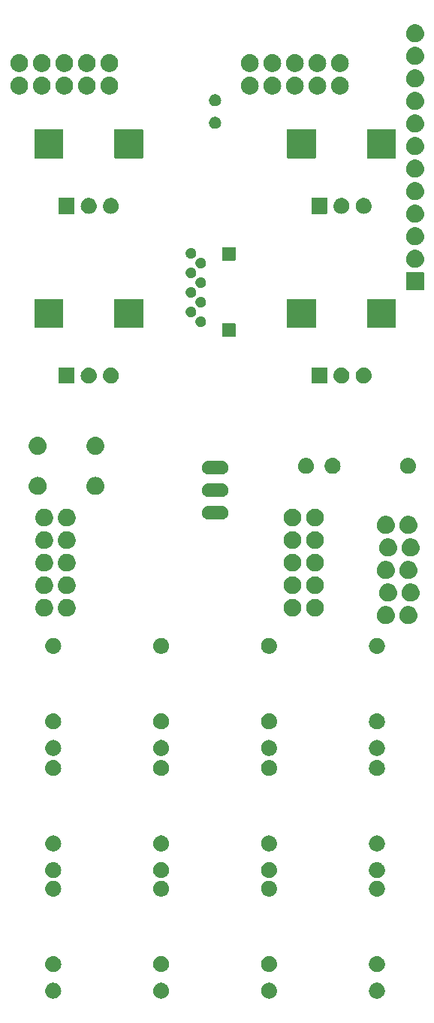
<source format=gbr>
G04 #@! TF.GenerationSoftware,KiCad,Pcbnew,8.0.0*
G04 #@! TF.CreationDate,2024-07-20T14:52:05+02:00*
G04 #@! TF.ProjectId,ES_Daisy_Patch_SM_FB_Rev1,45535f44-6169-4737-995f-50617463685f,rev?*
G04 #@! TF.SameCoordinates,Original*
G04 #@! TF.FileFunction,Soldermask,Top*
G04 #@! TF.FilePolarity,Negative*
%FSLAX46Y46*%
G04 Gerber Fmt 4.6, Leading zero omitted, Abs format (unit mm)*
G04 Created by KiCad (PCBNEW 8.0.0) date 2024-07-20 14:52:05*
%MOMM*%
%LPD*%
G01*
G04 APERTURE LIST*
G04 APERTURE END LIST*
G36*
X130295092Y-158257337D02*
G01*
X130345301Y-158257337D01*
X130388657Y-158266552D01*
X130426794Y-158270309D01*
X130474707Y-158284843D01*
X130529586Y-158296508D01*
X130564699Y-158312141D01*
X130595745Y-158321559D01*
X130645078Y-158347928D01*
X130701700Y-158373138D01*
X130728027Y-158392266D01*
X130751443Y-158404782D01*
X130799203Y-158443978D01*
X130854121Y-158483878D01*
X130871952Y-158503682D01*
X130887916Y-158516783D01*
X130930818Y-158569059D01*
X130980186Y-158623888D01*
X130990556Y-158641850D01*
X130999917Y-158653256D01*
X131034550Y-158718049D01*
X131074387Y-158787049D01*
X131078968Y-158801150D01*
X131083140Y-158808954D01*
X131106130Y-158884743D01*
X131132607Y-158966230D01*
X131133539Y-158975100D01*
X131134390Y-158977905D01*
X131142676Y-159062039D01*
X131152300Y-159153600D01*
X131142675Y-159245168D01*
X131134390Y-159329294D01*
X131133539Y-159332097D01*
X131132607Y-159340970D01*
X131106125Y-159422470D01*
X131083140Y-159498245D01*
X131078969Y-159506046D01*
X131074387Y-159520151D01*
X131034542Y-159589163D01*
X130999917Y-159653943D01*
X130990558Y-159665346D01*
X130980186Y-159683312D01*
X130930809Y-159738150D01*
X130887916Y-159790416D01*
X130871956Y-159803513D01*
X130854121Y-159823322D01*
X130799193Y-159863229D01*
X130751443Y-159902417D01*
X130728033Y-159914929D01*
X130701700Y-159934062D01*
X130645067Y-159959276D01*
X130595745Y-159985640D01*
X130564707Y-159995055D01*
X130529586Y-160010692D01*
X130474696Y-160022359D01*
X130426794Y-160036890D01*
X130388666Y-160040645D01*
X130345301Y-160049863D01*
X130295082Y-160049863D01*
X130251100Y-160054195D01*
X130207118Y-160049863D01*
X130156899Y-160049863D01*
X130113534Y-160040645D01*
X130075405Y-160036890D01*
X130027500Y-160022358D01*
X129972614Y-160010692D01*
X129937495Y-159995056D01*
X129906454Y-159985640D01*
X129857126Y-159959273D01*
X129800500Y-159934062D01*
X129774169Y-159914932D01*
X129750756Y-159902417D01*
X129702998Y-159863223D01*
X129648079Y-159823322D01*
X129630246Y-159803517D01*
X129614283Y-159790416D01*
X129571379Y-159738138D01*
X129522014Y-159683312D01*
X129511643Y-159665350D01*
X129502282Y-159653943D01*
X129467643Y-159589139D01*
X129427813Y-159520151D01*
X129423231Y-159506051D01*
X129419059Y-159498245D01*
X129396059Y-159422424D01*
X129369593Y-159340970D01*
X129368661Y-159332102D01*
X129367809Y-159329294D01*
X129359508Y-159245016D01*
X129349900Y-159153600D01*
X129359507Y-159062190D01*
X129367809Y-158977905D01*
X129368661Y-158975095D01*
X129369593Y-158966230D01*
X129396054Y-158884789D01*
X129419059Y-158808954D01*
X129423232Y-158801145D01*
X129427813Y-158787049D01*
X129467636Y-158718072D01*
X129502282Y-158653256D01*
X129511645Y-158641846D01*
X129522014Y-158623888D01*
X129571370Y-158569071D01*
X129614283Y-158516783D01*
X129630250Y-158503679D01*
X129648079Y-158483878D01*
X129702987Y-158443984D01*
X129750756Y-158404782D01*
X129774174Y-158392264D01*
X129800500Y-158373138D01*
X129857115Y-158347931D01*
X129906454Y-158321559D01*
X129937502Y-158312140D01*
X129972614Y-158296508D01*
X130027488Y-158284843D01*
X130075405Y-158270309D01*
X130113542Y-158266552D01*
X130156899Y-158257337D01*
X130207108Y-158257337D01*
X130251100Y-158253004D01*
X130295092Y-158257337D01*
G37*
G36*
X142461792Y-158257337D02*
G01*
X142512001Y-158257337D01*
X142555357Y-158266552D01*
X142593494Y-158270309D01*
X142641407Y-158284843D01*
X142696286Y-158296508D01*
X142731399Y-158312141D01*
X142762445Y-158321559D01*
X142811778Y-158347928D01*
X142868400Y-158373138D01*
X142894727Y-158392266D01*
X142918143Y-158404782D01*
X142965903Y-158443978D01*
X143020821Y-158483878D01*
X143038652Y-158503682D01*
X143054616Y-158516783D01*
X143097518Y-158569059D01*
X143146886Y-158623888D01*
X143157256Y-158641850D01*
X143166617Y-158653256D01*
X143201250Y-158718049D01*
X143241087Y-158787049D01*
X143245668Y-158801150D01*
X143249840Y-158808954D01*
X143272830Y-158884743D01*
X143299307Y-158966230D01*
X143300239Y-158975100D01*
X143301090Y-158977905D01*
X143309376Y-159062039D01*
X143319000Y-159153600D01*
X143309375Y-159245168D01*
X143301090Y-159329294D01*
X143300239Y-159332097D01*
X143299307Y-159340970D01*
X143272825Y-159422470D01*
X143249840Y-159498245D01*
X143245669Y-159506046D01*
X143241087Y-159520151D01*
X143201242Y-159589163D01*
X143166617Y-159653943D01*
X143157258Y-159665346D01*
X143146886Y-159683312D01*
X143097509Y-159738150D01*
X143054616Y-159790416D01*
X143038656Y-159803513D01*
X143020821Y-159823322D01*
X142965893Y-159863229D01*
X142918143Y-159902417D01*
X142894733Y-159914929D01*
X142868400Y-159934062D01*
X142811767Y-159959276D01*
X142762445Y-159985640D01*
X142731407Y-159995055D01*
X142696286Y-160010692D01*
X142641396Y-160022359D01*
X142593494Y-160036890D01*
X142555366Y-160040645D01*
X142512001Y-160049863D01*
X142461782Y-160049863D01*
X142417800Y-160054195D01*
X142373818Y-160049863D01*
X142323599Y-160049863D01*
X142280234Y-160040645D01*
X142242105Y-160036890D01*
X142194200Y-160022358D01*
X142139314Y-160010692D01*
X142104195Y-159995056D01*
X142073154Y-159985640D01*
X142023826Y-159959273D01*
X141967200Y-159934062D01*
X141940869Y-159914932D01*
X141917456Y-159902417D01*
X141869698Y-159863223D01*
X141814779Y-159823322D01*
X141796946Y-159803517D01*
X141780983Y-159790416D01*
X141738079Y-159738138D01*
X141688714Y-159683312D01*
X141678343Y-159665350D01*
X141668982Y-159653943D01*
X141634343Y-159589139D01*
X141594513Y-159520151D01*
X141589931Y-159506051D01*
X141585759Y-159498245D01*
X141562759Y-159422424D01*
X141536293Y-159340970D01*
X141535361Y-159332102D01*
X141534509Y-159329294D01*
X141526208Y-159245016D01*
X141516600Y-159153600D01*
X141526207Y-159062190D01*
X141534509Y-158977905D01*
X141535361Y-158975095D01*
X141536293Y-158966230D01*
X141562754Y-158884789D01*
X141585759Y-158808954D01*
X141589932Y-158801145D01*
X141594513Y-158787049D01*
X141634336Y-158718072D01*
X141668982Y-158653256D01*
X141678345Y-158641846D01*
X141688714Y-158623888D01*
X141738070Y-158569071D01*
X141780983Y-158516783D01*
X141796950Y-158503679D01*
X141814779Y-158483878D01*
X141869687Y-158443984D01*
X141917456Y-158404782D01*
X141940874Y-158392264D01*
X141967200Y-158373138D01*
X142023815Y-158347931D01*
X142073154Y-158321559D01*
X142104202Y-158312140D01*
X142139314Y-158296508D01*
X142194188Y-158284843D01*
X142242105Y-158270309D01*
X142280242Y-158266552D01*
X142323599Y-158257337D01*
X142373808Y-158257337D01*
X142417800Y-158253004D01*
X142461792Y-158257337D01*
G37*
G36*
X154628392Y-158257337D02*
G01*
X154678601Y-158257337D01*
X154721957Y-158266552D01*
X154760094Y-158270309D01*
X154808007Y-158284843D01*
X154862886Y-158296508D01*
X154897999Y-158312141D01*
X154929045Y-158321559D01*
X154978378Y-158347928D01*
X155035000Y-158373138D01*
X155061327Y-158392266D01*
X155084743Y-158404782D01*
X155132503Y-158443978D01*
X155187421Y-158483878D01*
X155205252Y-158503682D01*
X155221216Y-158516783D01*
X155264118Y-158569059D01*
X155313486Y-158623888D01*
X155323856Y-158641850D01*
X155333217Y-158653256D01*
X155367850Y-158718049D01*
X155407687Y-158787049D01*
X155412268Y-158801150D01*
X155416440Y-158808954D01*
X155439430Y-158884743D01*
X155465907Y-158966230D01*
X155466839Y-158975100D01*
X155467690Y-158977905D01*
X155475976Y-159062039D01*
X155485600Y-159153600D01*
X155475975Y-159245168D01*
X155467690Y-159329294D01*
X155466839Y-159332097D01*
X155465907Y-159340970D01*
X155439425Y-159422470D01*
X155416440Y-159498245D01*
X155412269Y-159506046D01*
X155407687Y-159520151D01*
X155367842Y-159589163D01*
X155333217Y-159653943D01*
X155323858Y-159665346D01*
X155313486Y-159683312D01*
X155264109Y-159738150D01*
X155221216Y-159790416D01*
X155205256Y-159803513D01*
X155187421Y-159823322D01*
X155132493Y-159863229D01*
X155084743Y-159902417D01*
X155061333Y-159914929D01*
X155035000Y-159934062D01*
X154978367Y-159959276D01*
X154929045Y-159985640D01*
X154898007Y-159995055D01*
X154862886Y-160010692D01*
X154807996Y-160022359D01*
X154760094Y-160036890D01*
X154721966Y-160040645D01*
X154678601Y-160049863D01*
X154628382Y-160049863D01*
X154584400Y-160054195D01*
X154540418Y-160049863D01*
X154490199Y-160049863D01*
X154446834Y-160040645D01*
X154408705Y-160036890D01*
X154360800Y-160022358D01*
X154305914Y-160010692D01*
X154270795Y-159995056D01*
X154239754Y-159985640D01*
X154190426Y-159959273D01*
X154133800Y-159934062D01*
X154107469Y-159914932D01*
X154084056Y-159902417D01*
X154036298Y-159863223D01*
X153981379Y-159823322D01*
X153963546Y-159803517D01*
X153947583Y-159790416D01*
X153904679Y-159738138D01*
X153855314Y-159683312D01*
X153844943Y-159665350D01*
X153835582Y-159653943D01*
X153800943Y-159589139D01*
X153761113Y-159520151D01*
X153756531Y-159506051D01*
X153752359Y-159498245D01*
X153729359Y-159422424D01*
X153702893Y-159340970D01*
X153701961Y-159332102D01*
X153701109Y-159329294D01*
X153692808Y-159245016D01*
X153683200Y-159153600D01*
X153692807Y-159062190D01*
X153701109Y-158977905D01*
X153701961Y-158975095D01*
X153702893Y-158966230D01*
X153729354Y-158884789D01*
X153752359Y-158808954D01*
X153756532Y-158801145D01*
X153761113Y-158787049D01*
X153800936Y-158718072D01*
X153835582Y-158653256D01*
X153844945Y-158641846D01*
X153855314Y-158623888D01*
X153904670Y-158569071D01*
X153947583Y-158516783D01*
X153963550Y-158503679D01*
X153981379Y-158483878D01*
X154036287Y-158443984D01*
X154084056Y-158404782D01*
X154107474Y-158392264D01*
X154133800Y-158373138D01*
X154190415Y-158347931D01*
X154239754Y-158321559D01*
X154270802Y-158312140D01*
X154305914Y-158296508D01*
X154360788Y-158284843D01*
X154408705Y-158270309D01*
X154446842Y-158266552D01*
X154490199Y-158257337D01*
X154540408Y-158257337D01*
X154584400Y-158253004D01*
X154628392Y-158257337D01*
G37*
G36*
X166795092Y-158257337D02*
G01*
X166845301Y-158257337D01*
X166888657Y-158266552D01*
X166926794Y-158270309D01*
X166974707Y-158284843D01*
X167029586Y-158296508D01*
X167064699Y-158312141D01*
X167095745Y-158321559D01*
X167145078Y-158347928D01*
X167201700Y-158373138D01*
X167228027Y-158392266D01*
X167251443Y-158404782D01*
X167299203Y-158443978D01*
X167354121Y-158483878D01*
X167371952Y-158503682D01*
X167387916Y-158516783D01*
X167430818Y-158569059D01*
X167480186Y-158623888D01*
X167490556Y-158641850D01*
X167499917Y-158653256D01*
X167534550Y-158718049D01*
X167574387Y-158787049D01*
X167578968Y-158801150D01*
X167583140Y-158808954D01*
X167606130Y-158884743D01*
X167632607Y-158966230D01*
X167633539Y-158975100D01*
X167634390Y-158977905D01*
X167642676Y-159062039D01*
X167652300Y-159153600D01*
X167642675Y-159245168D01*
X167634390Y-159329294D01*
X167633539Y-159332097D01*
X167632607Y-159340970D01*
X167606125Y-159422470D01*
X167583140Y-159498245D01*
X167578969Y-159506046D01*
X167574387Y-159520151D01*
X167534542Y-159589163D01*
X167499917Y-159653943D01*
X167490558Y-159665346D01*
X167480186Y-159683312D01*
X167430809Y-159738150D01*
X167387916Y-159790416D01*
X167371956Y-159803513D01*
X167354121Y-159823322D01*
X167299193Y-159863229D01*
X167251443Y-159902417D01*
X167228033Y-159914929D01*
X167201700Y-159934062D01*
X167145067Y-159959276D01*
X167095745Y-159985640D01*
X167064707Y-159995055D01*
X167029586Y-160010692D01*
X166974696Y-160022359D01*
X166926794Y-160036890D01*
X166888666Y-160040645D01*
X166845301Y-160049863D01*
X166795082Y-160049863D01*
X166751100Y-160054195D01*
X166707118Y-160049863D01*
X166656899Y-160049863D01*
X166613534Y-160040645D01*
X166575405Y-160036890D01*
X166527500Y-160022358D01*
X166472614Y-160010692D01*
X166437495Y-159995056D01*
X166406454Y-159985640D01*
X166357126Y-159959273D01*
X166300500Y-159934062D01*
X166274169Y-159914932D01*
X166250756Y-159902417D01*
X166202998Y-159863223D01*
X166148079Y-159823322D01*
X166130246Y-159803517D01*
X166114283Y-159790416D01*
X166071379Y-159738138D01*
X166022014Y-159683312D01*
X166011643Y-159665350D01*
X166002282Y-159653943D01*
X165967643Y-159589139D01*
X165927813Y-159520151D01*
X165923231Y-159506051D01*
X165919059Y-159498245D01*
X165896059Y-159422424D01*
X165869593Y-159340970D01*
X165868661Y-159332102D01*
X165867809Y-159329294D01*
X165859508Y-159245016D01*
X165849900Y-159153600D01*
X165859507Y-159062190D01*
X165867809Y-158977905D01*
X165868661Y-158975095D01*
X165869593Y-158966230D01*
X165896054Y-158884789D01*
X165919059Y-158808954D01*
X165923232Y-158801145D01*
X165927813Y-158787049D01*
X165967636Y-158718072D01*
X166002282Y-158653256D01*
X166011645Y-158641846D01*
X166022014Y-158623888D01*
X166071370Y-158569071D01*
X166114283Y-158516783D01*
X166130250Y-158503679D01*
X166148079Y-158483878D01*
X166202987Y-158443984D01*
X166250756Y-158404782D01*
X166274174Y-158392264D01*
X166300500Y-158373138D01*
X166357115Y-158347931D01*
X166406454Y-158321559D01*
X166437502Y-158312140D01*
X166472614Y-158296508D01*
X166527488Y-158284843D01*
X166575405Y-158270309D01*
X166613542Y-158266552D01*
X166656899Y-158257337D01*
X166707108Y-158257337D01*
X166751100Y-158253004D01*
X166795092Y-158257337D01*
G37*
G36*
X130295092Y-155257337D02*
G01*
X130345301Y-155257337D01*
X130388657Y-155266552D01*
X130426794Y-155270309D01*
X130474707Y-155284843D01*
X130529586Y-155296508D01*
X130564699Y-155312141D01*
X130595745Y-155321559D01*
X130645078Y-155347928D01*
X130701700Y-155373138D01*
X130728027Y-155392266D01*
X130751443Y-155404782D01*
X130799203Y-155443978D01*
X130854121Y-155483878D01*
X130871952Y-155503682D01*
X130887916Y-155516783D01*
X130930818Y-155569059D01*
X130980186Y-155623888D01*
X130990556Y-155641850D01*
X130999917Y-155653256D01*
X131034550Y-155718049D01*
X131074387Y-155787049D01*
X131078968Y-155801150D01*
X131083140Y-155808954D01*
X131106130Y-155884743D01*
X131132607Y-155966230D01*
X131133539Y-155975100D01*
X131134390Y-155977905D01*
X131142676Y-156062039D01*
X131152300Y-156153600D01*
X131142675Y-156245168D01*
X131134390Y-156329294D01*
X131133539Y-156332097D01*
X131132607Y-156340970D01*
X131106125Y-156422470D01*
X131083140Y-156498245D01*
X131078969Y-156506046D01*
X131074387Y-156520151D01*
X131034542Y-156589163D01*
X130999917Y-156653943D01*
X130990558Y-156665346D01*
X130980186Y-156683312D01*
X130930809Y-156738150D01*
X130887916Y-156790416D01*
X130871956Y-156803513D01*
X130854121Y-156823322D01*
X130799193Y-156863229D01*
X130751443Y-156902417D01*
X130728033Y-156914929D01*
X130701700Y-156934062D01*
X130645067Y-156959276D01*
X130595745Y-156985640D01*
X130564707Y-156995055D01*
X130529586Y-157010692D01*
X130474696Y-157022359D01*
X130426794Y-157036890D01*
X130388666Y-157040645D01*
X130345301Y-157049863D01*
X130295082Y-157049863D01*
X130251100Y-157054195D01*
X130207118Y-157049863D01*
X130156899Y-157049863D01*
X130113534Y-157040645D01*
X130075405Y-157036890D01*
X130027500Y-157022358D01*
X129972614Y-157010692D01*
X129937495Y-156995056D01*
X129906454Y-156985640D01*
X129857126Y-156959273D01*
X129800500Y-156934062D01*
X129774169Y-156914932D01*
X129750756Y-156902417D01*
X129702998Y-156863223D01*
X129648079Y-156823322D01*
X129630246Y-156803517D01*
X129614283Y-156790416D01*
X129571379Y-156738138D01*
X129522014Y-156683312D01*
X129511643Y-156665350D01*
X129502282Y-156653943D01*
X129467643Y-156589139D01*
X129427813Y-156520151D01*
X129423231Y-156506051D01*
X129419059Y-156498245D01*
X129396059Y-156422424D01*
X129369593Y-156340970D01*
X129368661Y-156332102D01*
X129367809Y-156329294D01*
X129359508Y-156245016D01*
X129349900Y-156153600D01*
X129359507Y-156062190D01*
X129367809Y-155977905D01*
X129368661Y-155975095D01*
X129369593Y-155966230D01*
X129396054Y-155884789D01*
X129419059Y-155808954D01*
X129423232Y-155801145D01*
X129427813Y-155787049D01*
X129467636Y-155718072D01*
X129502282Y-155653256D01*
X129511645Y-155641846D01*
X129522014Y-155623888D01*
X129571370Y-155569071D01*
X129614283Y-155516783D01*
X129630250Y-155503679D01*
X129648079Y-155483878D01*
X129702987Y-155443984D01*
X129750756Y-155404782D01*
X129774174Y-155392264D01*
X129800500Y-155373138D01*
X129857115Y-155347931D01*
X129906454Y-155321559D01*
X129937502Y-155312140D01*
X129972614Y-155296508D01*
X130027488Y-155284843D01*
X130075405Y-155270309D01*
X130113542Y-155266552D01*
X130156899Y-155257337D01*
X130207108Y-155257337D01*
X130251100Y-155253004D01*
X130295092Y-155257337D01*
G37*
G36*
X142461792Y-155257337D02*
G01*
X142512001Y-155257337D01*
X142555357Y-155266552D01*
X142593494Y-155270309D01*
X142641407Y-155284843D01*
X142696286Y-155296508D01*
X142731399Y-155312141D01*
X142762445Y-155321559D01*
X142811778Y-155347928D01*
X142868400Y-155373138D01*
X142894727Y-155392266D01*
X142918143Y-155404782D01*
X142965903Y-155443978D01*
X143020821Y-155483878D01*
X143038652Y-155503682D01*
X143054616Y-155516783D01*
X143097518Y-155569059D01*
X143146886Y-155623888D01*
X143157256Y-155641850D01*
X143166617Y-155653256D01*
X143201250Y-155718049D01*
X143241087Y-155787049D01*
X143245668Y-155801150D01*
X143249840Y-155808954D01*
X143272830Y-155884743D01*
X143299307Y-155966230D01*
X143300239Y-155975100D01*
X143301090Y-155977905D01*
X143309376Y-156062039D01*
X143319000Y-156153600D01*
X143309375Y-156245168D01*
X143301090Y-156329294D01*
X143300239Y-156332097D01*
X143299307Y-156340970D01*
X143272825Y-156422470D01*
X143249840Y-156498245D01*
X143245669Y-156506046D01*
X143241087Y-156520151D01*
X143201242Y-156589163D01*
X143166617Y-156653943D01*
X143157258Y-156665346D01*
X143146886Y-156683312D01*
X143097509Y-156738150D01*
X143054616Y-156790416D01*
X143038656Y-156803513D01*
X143020821Y-156823322D01*
X142965893Y-156863229D01*
X142918143Y-156902417D01*
X142894733Y-156914929D01*
X142868400Y-156934062D01*
X142811767Y-156959276D01*
X142762445Y-156985640D01*
X142731407Y-156995055D01*
X142696286Y-157010692D01*
X142641396Y-157022359D01*
X142593494Y-157036890D01*
X142555366Y-157040645D01*
X142512001Y-157049863D01*
X142461782Y-157049863D01*
X142417800Y-157054195D01*
X142373818Y-157049863D01*
X142323599Y-157049863D01*
X142280234Y-157040645D01*
X142242105Y-157036890D01*
X142194200Y-157022358D01*
X142139314Y-157010692D01*
X142104195Y-156995056D01*
X142073154Y-156985640D01*
X142023826Y-156959273D01*
X141967200Y-156934062D01*
X141940869Y-156914932D01*
X141917456Y-156902417D01*
X141869698Y-156863223D01*
X141814779Y-156823322D01*
X141796946Y-156803517D01*
X141780983Y-156790416D01*
X141738079Y-156738138D01*
X141688714Y-156683312D01*
X141678343Y-156665350D01*
X141668982Y-156653943D01*
X141634343Y-156589139D01*
X141594513Y-156520151D01*
X141589931Y-156506051D01*
X141585759Y-156498245D01*
X141562759Y-156422424D01*
X141536293Y-156340970D01*
X141535361Y-156332102D01*
X141534509Y-156329294D01*
X141526208Y-156245016D01*
X141516600Y-156153600D01*
X141526207Y-156062190D01*
X141534509Y-155977905D01*
X141535361Y-155975095D01*
X141536293Y-155966230D01*
X141562754Y-155884789D01*
X141585759Y-155808954D01*
X141589932Y-155801145D01*
X141594513Y-155787049D01*
X141634336Y-155718072D01*
X141668982Y-155653256D01*
X141678345Y-155641846D01*
X141688714Y-155623888D01*
X141738070Y-155569071D01*
X141780983Y-155516783D01*
X141796950Y-155503679D01*
X141814779Y-155483878D01*
X141869687Y-155443984D01*
X141917456Y-155404782D01*
X141940874Y-155392264D01*
X141967200Y-155373138D01*
X142023815Y-155347931D01*
X142073154Y-155321559D01*
X142104202Y-155312140D01*
X142139314Y-155296508D01*
X142194188Y-155284843D01*
X142242105Y-155270309D01*
X142280242Y-155266552D01*
X142323599Y-155257337D01*
X142373808Y-155257337D01*
X142417800Y-155253004D01*
X142461792Y-155257337D01*
G37*
G36*
X154628392Y-155257337D02*
G01*
X154678601Y-155257337D01*
X154721957Y-155266552D01*
X154760094Y-155270309D01*
X154808007Y-155284843D01*
X154862886Y-155296508D01*
X154897999Y-155312141D01*
X154929045Y-155321559D01*
X154978378Y-155347928D01*
X155035000Y-155373138D01*
X155061327Y-155392266D01*
X155084743Y-155404782D01*
X155132503Y-155443978D01*
X155187421Y-155483878D01*
X155205252Y-155503682D01*
X155221216Y-155516783D01*
X155264118Y-155569059D01*
X155313486Y-155623888D01*
X155323856Y-155641850D01*
X155333217Y-155653256D01*
X155367850Y-155718049D01*
X155407687Y-155787049D01*
X155412268Y-155801150D01*
X155416440Y-155808954D01*
X155439430Y-155884743D01*
X155465907Y-155966230D01*
X155466839Y-155975100D01*
X155467690Y-155977905D01*
X155475976Y-156062039D01*
X155485600Y-156153600D01*
X155475975Y-156245168D01*
X155467690Y-156329294D01*
X155466839Y-156332097D01*
X155465907Y-156340970D01*
X155439425Y-156422470D01*
X155416440Y-156498245D01*
X155412269Y-156506046D01*
X155407687Y-156520151D01*
X155367842Y-156589163D01*
X155333217Y-156653943D01*
X155323858Y-156665346D01*
X155313486Y-156683312D01*
X155264109Y-156738150D01*
X155221216Y-156790416D01*
X155205256Y-156803513D01*
X155187421Y-156823322D01*
X155132493Y-156863229D01*
X155084743Y-156902417D01*
X155061333Y-156914929D01*
X155035000Y-156934062D01*
X154978367Y-156959276D01*
X154929045Y-156985640D01*
X154898007Y-156995055D01*
X154862886Y-157010692D01*
X154807996Y-157022359D01*
X154760094Y-157036890D01*
X154721966Y-157040645D01*
X154678601Y-157049863D01*
X154628382Y-157049863D01*
X154584400Y-157054195D01*
X154540418Y-157049863D01*
X154490199Y-157049863D01*
X154446834Y-157040645D01*
X154408705Y-157036890D01*
X154360800Y-157022358D01*
X154305914Y-157010692D01*
X154270795Y-156995056D01*
X154239754Y-156985640D01*
X154190426Y-156959273D01*
X154133800Y-156934062D01*
X154107469Y-156914932D01*
X154084056Y-156902417D01*
X154036298Y-156863223D01*
X153981379Y-156823322D01*
X153963546Y-156803517D01*
X153947583Y-156790416D01*
X153904679Y-156738138D01*
X153855314Y-156683312D01*
X153844943Y-156665350D01*
X153835582Y-156653943D01*
X153800943Y-156589139D01*
X153761113Y-156520151D01*
X153756531Y-156506051D01*
X153752359Y-156498245D01*
X153729359Y-156422424D01*
X153702893Y-156340970D01*
X153701961Y-156332102D01*
X153701109Y-156329294D01*
X153692808Y-156245016D01*
X153683200Y-156153600D01*
X153692807Y-156062190D01*
X153701109Y-155977905D01*
X153701961Y-155975095D01*
X153702893Y-155966230D01*
X153729354Y-155884789D01*
X153752359Y-155808954D01*
X153756532Y-155801145D01*
X153761113Y-155787049D01*
X153800936Y-155718072D01*
X153835582Y-155653256D01*
X153844945Y-155641846D01*
X153855314Y-155623888D01*
X153904670Y-155569071D01*
X153947583Y-155516783D01*
X153963550Y-155503679D01*
X153981379Y-155483878D01*
X154036287Y-155443984D01*
X154084056Y-155404782D01*
X154107474Y-155392264D01*
X154133800Y-155373138D01*
X154190415Y-155347931D01*
X154239754Y-155321559D01*
X154270802Y-155312140D01*
X154305914Y-155296508D01*
X154360788Y-155284843D01*
X154408705Y-155270309D01*
X154446842Y-155266552D01*
X154490199Y-155257337D01*
X154540408Y-155257337D01*
X154584400Y-155253004D01*
X154628392Y-155257337D01*
G37*
G36*
X166795092Y-155257337D02*
G01*
X166845301Y-155257337D01*
X166888657Y-155266552D01*
X166926794Y-155270309D01*
X166974707Y-155284843D01*
X167029586Y-155296508D01*
X167064699Y-155312141D01*
X167095745Y-155321559D01*
X167145078Y-155347928D01*
X167201700Y-155373138D01*
X167228027Y-155392266D01*
X167251443Y-155404782D01*
X167299203Y-155443978D01*
X167354121Y-155483878D01*
X167371952Y-155503682D01*
X167387916Y-155516783D01*
X167430818Y-155569059D01*
X167480186Y-155623888D01*
X167490556Y-155641850D01*
X167499917Y-155653256D01*
X167534550Y-155718049D01*
X167574387Y-155787049D01*
X167578968Y-155801150D01*
X167583140Y-155808954D01*
X167606130Y-155884743D01*
X167632607Y-155966230D01*
X167633539Y-155975100D01*
X167634390Y-155977905D01*
X167642676Y-156062039D01*
X167652300Y-156153600D01*
X167642675Y-156245168D01*
X167634390Y-156329294D01*
X167633539Y-156332097D01*
X167632607Y-156340970D01*
X167606125Y-156422470D01*
X167583140Y-156498245D01*
X167578969Y-156506046D01*
X167574387Y-156520151D01*
X167534542Y-156589163D01*
X167499917Y-156653943D01*
X167490558Y-156665346D01*
X167480186Y-156683312D01*
X167430809Y-156738150D01*
X167387916Y-156790416D01*
X167371956Y-156803513D01*
X167354121Y-156823322D01*
X167299193Y-156863229D01*
X167251443Y-156902417D01*
X167228033Y-156914929D01*
X167201700Y-156934062D01*
X167145067Y-156959276D01*
X167095745Y-156985640D01*
X167064707Y-156995055D01*
X167029586Y-157010692D01*
X166974696Y-157022359D01*
X166926794Y-157036890D01*
X166888666Y-157040645D01*
X166845301Y-157049863D01*
X166795082Y-157049863D01*
X166751100Y-157054195D01*
X166707118Y-157049863D01*
X166656899Y-157049863D01*
X166613534Y-157040645D01*
X166575405Y-157036890D01*
X166527500Y-157022358D01*
X166472614Y-157010692D01*
X166437495Y-156995056D01*
X166406454Y-156985640D01*
X166357126Y-156959273D01*
X166300500Y-156934062D01*
X166274169Y-156914932D01*
X166250756Y-156902417D01*
X166202998Y-156863223D01*
X166148079Y-156823322D01*
X166130246Y-156803517D01*
X166114283Y-156790416D01*
X166071379Y-156738138D01*
X166022014Y-156683312D01*
X166011643Y-156665350D01*
X166002282Y-156653943D01*
X165967643Y-156589139D01*
X165927813Y-156520151D01*
X165923231Y-156506051D01*
X165919059Y-156498245D01*
X165896059Y-156422424D01*
X165869593Y-156340970D01*
X165868661Y-156332102D01*
X165867809Y-156329294D01*
X165859508Y-156245016D01*
X165849900Y-156153600D01*
X165859507Y-156062190D01*
X165867809Y-155977905D01*
X165868661Y-155975095D01*
X165869593Y-155966230D01*
X165896054Y-155884789D01*
X165919059Y-155808954D01*
X165923232Y-155801145D01*
X165927813Y-155787049D01*
X165967636Y-155718072D01*
X166002282Y-155653256D01*
X166011645Y-155641846D01*
X166022014Y-155623888D01*
X166071370Y-155569071D01*
X166114283Y-155516783D01*
X166130250Y-155503679D01*
X166148079Y-155483878D01*
X166202987Y-155443984D01*
X166250756Y-155404782D01*
X166274174Y-155392264D01*
X166300500Y-155373138D01*
X166357115Y-155347931D01*
X166406454Y-155321559D01*
X166437502Y-155312140D01*
X166472614Y-155296508D01*
X166527488Y-155284843D01*
X166575405Y-155270309D01*
X166613542Y-155266552D01*
X166656899Y-155257337D01*
X166707108Y-155257337D01*
X166751100Y-155253004D01*
X166795092Y-155257337D01*
G37*
G36*
X130295092Y-146757337D02*
G01*
X130345301Y-146757337D01*
X130388657Y-146766552D01*
X130426794Y-146770309D01*
X130474707Y-146784843D01*
X130529586Y-146796508D01*
X130564699Y-146812141D01*
X130595745Y-146821559D01*
X130645078Y-146847928D01*
X130701700Y-146873138D01*
X130728027Y-146892266D01*
X130751443Y-146904782D01*
X130799203Y-146943978D01*
X130854121Y-146983878D01*
X130871952Y-147003682D01*
X130887916Y-147016783D01*
X130930818Y-147069059D01*
X130980186Y-147123888D01*
X130990556Y-147141850D01*
X130999917Y-147153256D01*
X131034550Y-147218049D01*
X131074387Y-147287049D01*
X131078968Y-147301150D01*
X131083140Y-147308954D01*
X131106130Y-147384743D01*
X131132607Y-147466230D01*
X131133539Y-147475100D01*
X131134390Y-147477905D01*
X131142676Y-147562039D01*
X131152300Y-147653600D01*
X131142675Y-147745168D01*
X131134390Y-147829294D01*
X131133539Y-147832097D01*
X131132607Y-147840970D01*
X131106125Y-147922470D01*
X131083140Y-147998245D01*
X131078969Y-148006046D01*
X131074387Y-148020151D01*
X131034542Y-148089163D01*
X130999917Y-148153943D01*
X130990558Y-148165346D01*
X130980186Y-148183312D01*
X130930809Y-148238150D01*
X130887916Y-148290416D01*
X130871956Y-148303513D01*
X130854121Y-148323322D01*
X130799193Y-148363229D01*
X130751443Y-148402417D01*
X130728033Y-148414929D01*
X130701700Y-148434062D01*
X130645067Y-148459276D01*
X130595745Y-148485640D01*
X130564707Y-148495055D01*
X130529586Y-148510692D01*
X130474696Y-148522359D01*
X130426794Y-148536890D01*
X130388666Y-148540645D01*
X130345301Y-148549863D01*
X130295082Y-148549863D01*
X130251100Y-148554195D01*
X130207118Y-148549863D01*
X130156899Y-148549863D01*
X130113534Y-148540645D01*
X130075405Y-148536890D01*
X130027500Y-148522358D01*
X129972614Y-148510692D01*
X129937495Y-148495056D01*
X129906454Y-148485640D01*
X129857126Y-148459273D01*
X129800500Y-148434062D01*
X129774169Y-148414932D01*
X129750756Y-148402417D01*
X129702998Y-148363223D01*
X129648079Y-148323322D01*
X129630246Y-148303517D01*
X129614283Y-148290416D01*
X129571379Y-148238138D01*
X129522014Y-148183312D01*
X129511643Y-148165350D01*
X129502282Y-148153943D01*
X129467643Y-148089139D01*
X129427813Y-148020151D01*
X129423231Y-148006051D01*
X129419059Y-147998245D01*
X129396059Y-147922424D01*
X129369593Y-147840970D01*
X129368661Y-147832102D01*
X129367809Y-147829294D01*
X129359508Y-147745016D01*
X129349900Y-147653600D01*
X129359507Y-147562190D01*
X129367809Y-147477905D01*
X129368661Y-147475095D01*
X129369593Y-147466230D01*
X129396054Y-147384789D01*
X129419059Y-147308954D01*
X129423232Y-147301145D01*
X129427813Y-147287049D01*
X129467636Y-147218072D01*
X129502282Y-147153256D01*
X129511645Y-147141846D01*
X129522014Y-147123888D01*
X129571370Y-147069071D01*
X129614283Y-147016783D01*
X129630250Y-147003679D01*
X129648079Y-146983878D01*
X129702987Y-146943984D01*
X129750756Y-146904782D01*
X129774174Y-146892264D01*
X129800500Y-146873138D01*
X129857115Y-146847931D01*
X129906454Y-146821559D01*
X129937502Y-146812140D01*
X129972614Y-146796508D01*
X130027488Y-146784843D01*
X130075405Y-146770309D01*
X130113542Y-146766552D01*
X130156899Y-146757337D01*
X130207108Y-146757337D01*
X130251100Y-146753004D01*
X130295092Y-146757337D01*
G37*
G36*
X142461792Y-146757337D02*
G01*
X142512001Y-146757337D01*
X142555357Y-146766552D01*
X142593494Y-146770309D01*
X142641407Y-146784843D01*
X142696286Y-146796508D01*
X142731399Y-146812141D01*
X142762445Y-146821559D01*
X142811778Y-146847928D01*
X142868400Y-146873138D01*
X142894727Y-146892266D01*
X142918143Y-146904782D01*
X142965903Y-146943978D01*
X143020821Y-146983878D01*
X143038652Y-147003682D01*
X143054616Y-147016783D01*
X143097518Y-147069059D01*
X143146886Y-147123888D01*
X143157256Y-147141850D01*
X143166617Y-147153256D01*
X143201250Y-147218049D01*
X143241087Y-147287049D01*
X143245668Y-147301150D01*
X143249840Y-147308954D01*
X143272830Y-147384743D01*
X143299307Y-147466230D01*
X143300239Y-147475100D01*
X143301090Y-147477905D01*
X143309376Y-147562039D01*
X143319000Y-147653600D01*
X143309375Y-147745168D01*
X143301090Y-147829294D01*
X143300239Y-147832097D01*
X143299307Y-147840970D01*
X143272825Y-147922470D01*
X143249840Y-147998245D01*
X143245669Y-148006046D01*
X143241087Y-148020151D01*
X143201242Y-148089163D01*
X143166617Y-148153943D01*
X143157258Y-148165346D01*
X143146886Y-148183312D01*
X143097509Y-148238150D01*
X143054616Y-148290416D01*
X143038656Y-148303513D01*
X143020821Y-148323322D01*
X142965893Y-148363229D01*
X142918143Y-148402417D01*
X142894733Y-148414929D01*
X142868400Y-148434062D01*
X142811767Y-148459276D01*
X142762445Y-148485640D01*
X142731407Y-148495055D01*
X142696286Y-148510692D01*
X142641396Y-148522359D01*
X142593494Y-148536890D01*
X142555366Y-148540645D01*
X142512001Y-148549863D01*
X142461782Y-148549863D01*
X142417800Y-148554195D01*
X142373818Y-148549863D01*
X142323599Y-148549863D01*
X142280234Y-148540645D01*
X142242105Y-148536890D01*
X142194200Y-148522358D01*
X142139314Y-148510692D01*
X142104195Y-148495056D01*
X142073154Y-148485640D01*
X142023826Y-148459273D01*
X141967200Y-148434062D01*
X141940869Y-148414932D01*
X141917456Y-148402417D01*
X141869698Y-148363223D01*
X141814779Y-148323322D01*
X141796946Y-148303517D01*
X141780983Y-148290416D01*
X141738079Y-148238138D01*
X141688714Y-148183312D01*
X141678343Y-148165350D01*
X141668982Y-148153943D01*
X141634343Y-148089139D01*
X141594513Y-148020151D01*
X141589931Y-148006051D01*
X141585759Y-147998245D01*
X141562759Y-147922424D01*
X141536293Y-147840970D01*
X141535361Y-147832102D01*
X141534509Y-147829294D01*
X141526208Y-147745016D01*
X141516600Y-147653600D01*
X141526207Y-147562190D01*
X141534509Y-147477905D01*
X141535361Y-147475095D01*
X141536293Y-147466230D01*
X141562754Y-147384789D01*
X141585759Y-147308954D01*
X141589932Y-147301145D01*
X141594513Y-147287049D01*
X141634336Y-147218072D01*
X141668982Y-147153256D01*
X141678345Y-147141846D01*
X141688714Y-147123888D01*
X141738070Y-147069071D01*
X141780983Y-147016783D01*
X141796950Y-147003679D01*
X141814779Y-146983878D01*
X141869687Y-146943984D01*
X141917456Y-146904782D01*
X141940874Y-146892264D01*
X141967200Y-146873138D01*
X142023815Y-146847931D01*
X142073154Y-146821559D01*
X142104202Y-146812140D01*
X142139314Y-146796508D01*
X142194188Y-146784843D01*
X142242105Y-146770309D01*
X142280242Y-146766552D01*
X142323599Y-146757337D01*
X142373808Y-146757337D01*
X142417800Y-146753004D01*
X142461792Y-146757337D01*
G37*
G36*
X154628392Y-146757337D02*
G01*
X154678601Y-146757337D01*
X154721957Y-146766552D01*
X154760094Y-146770309D01*
X154808007Y-146784843D01*
X154862886Y-146796508D01*
X154897999Y-146812141D01*
X154929045Y-146821559D01*
X154978378Y-146847928D01*
X155035000Y-146873138D01*
X155061327Y-146892266D01*
X155084743Y-146904782D01*
X155132503Y-146943978D01*
X155187421Y-146983878D01*
X155205252Y-147003682D01*
X155221216Y-147016783D01*
X155264118Y-147069059D01*
X155313486Y-147123888D01*
X155323856Y-147141850D01*
X155333217Y-147153256D01*
X155367850Y-147218049D01*
X155407687Y-147287049D01*
X155412268Y-147301150D01*
X155416440Y-147308954D01*
X155439430Y-147384743D01*
X155465907Y-147466230D01*
X155466839Y-147475100D01*
X155467690Y-147477905D01*
X155475976Y-147562039D01*
X155485600Y-147653600D01*
X155475975Y-147745168D01*
X155467690Y-147829294D01*
X155466839Y-147832097D01*
X155465907Y-147840970D01*
X155439425Y-147922470D01*
X155416440Y-147998245D01*
X155412269Y-148006046D01*
X155407687Y-148020151D01*
X155367842Y-148089163D01*
X155333217Y-148153943D01*
X155323858Y-148165346D01*
X155313486Y-148183312D01*
X155264109Y-148238150D01*
X155221216Y-148290416D01*
X155205256Y-148303513D01*
X155187421Y-148323322D01*
X155132493Y-148363229D01*
X155084743Y-148402417D01*
X155061333Y-148414929D01*
X155035000Y-148434062D01*
X154978367Y-148459276D01*
X154929045Y-148485640D01*
X154898007Y-148495055D01*
X154862886Y-148510692D01*
X154807996Y-148522359D01*
X154760094Y-148536890D01*
X154721966Y-148540645D01*
X154678601Y-148549863D01*
X154628382Y-148549863D01*
X154584400Y-148554195D01*
X154540418Y-148549863D01*
X154490199Y-148549863D01*
X154446834Y-148540645D01*
X154408705Y-148536890D01*
X154360800Y-148522358D01*
X154305914Y-148510692D01*
X154270795Y-148495056D01*
X154239754Y-148485640D01*
X154190426Y-148459273D01*
X154133800Y-148434062D01*
X154107469Y-148414932D01*
X154084056Y-148402417D01*
X154036298Y-148363223D01*
X153981379Y-148323322D01*
X153963546Y-148303517D01*
X153947583Y-148290416D01*
X153904679Y-148238138D01*
X153855314Y-148183312D01*
X153844943Y-148165350D01*
X153835582Y-148153943D01*
X153800943Y-148089139D01*
X153761113Y-148020151D01*
X153756531Y-148006051D01*
X153752359Y-147998245D01*
X153729359Y-147922424D01*
X153702893Y-147840970D01*
X153701961Y-147832102D01*
X153701109Y-147829294D01*
X153692808Y-147745016D01*
X153683200Y-147653600D01*
X153692807Y-147562190D01*
X153701109Y-147477905D01*
X153701961Y-147475095D01*
X153702893Y-147466230D01*
X153729354Y-147384789D01*
X153752359Y-147308954D01*
X153756532Y-147301145D01*
X153761113Y-147287049D01*
X153800936Y-147218072D01*
X153835582Y-147153256D01*
X153844945Y-147141846D01*
X153855314Y-147123888D01*
X153904670Y-147069071D01*
X153947583Y-147016783D01*
X153963550Y-147003679D01*
X153981379Y-146983878D01*
X154036287Y-146943984D01*
X154084056Y-146904782D01*
X154107474Y-146892264D01*
X154133800Y-146873138D01*
X154190415Y-146847931D01*
X154239754Y-146821559D01*
X154270802Y-146812140D01*
X154305914Y-146796508D01*
X154360788Y-146784843D01*
X154408705Y-146770309D01*
X154446842Y-146766552D01*
X154490199Y-146757337D01*
X154540408Y-146757337D01*
X154584400Y-146753004D01*
X154628392Y-146757337D01*
G37*
G36*
X166795092Y-146757337D02*
G01*
X166845301Y-146757337D01*
X166888657Y-146766552D01*
X166926794Y-146770309D01*
X166974707Y-146784843D01*
X167029586Y-146796508D01*
X167064699Y-146812141D01*
X167095745Y-146821559D01*
X167145078Y-146847928D01*
X167201700Y-146873138D01*
X167228027Y-146892266D01*
X167251443Y-146904782D01*
X167299203Y-146943978D01*
X167354121Y-146983878D01*
X167371952Y-147003682D01*
X167387916Y-147016783D01*
X167430818Y-147069059D01*
X167480186Y-147123888D01*
X167490556Y-147141850D01*
X167499917Y-147153256D01*
X167534550Y-147218049D01*
X167574387Y-147287049D01*
X167578968Y-147301150D01*
X167583140Y-147308954D01*
X167606130Y-147384743D01*
X167632607Y-147466230D01*
X167633539Y-147475100D01*
X167634390Y-147477905D01*
X167642676Y-147562039D01*
X167652300Y-147653600D01*
X167642675Y-147745168D01*
X167634390Y-147829294D01*
X167633539Y-147832097D01*
X167632607Y-147840970D01*
X167606125Y-147922470D01*
X167583140Y-147998245D01*
X167578969Y-148006046D01*
X167574387Y-148020151D01*
X167534542Y-148089163D01*
X167499917Y-148153943D01*
X167490558Y-148165346D01*
X167480186Y-148183312D01*
X167430809Y-148238150D01*
X167387916Y-148290416D01*
X167371956Y-148303513D01*
X167354121Y-148323322D01*
X167299193Y-148363229D01*
X167251443Y-148402417D01*
X167228033Y-148414929D01*
X167201700Y-148434062D01*
X167145067Y-148459276D01*
X167095745Y-148485640D01*
X167064707Y-148495055D01*
X167029586Y-148510692D01*
X166974696Y-148522359D01*
X166926794Y-148536890D01*
X166888666Y-148540645D01*
X166845301Y-148549863D01*
X166795082Y-148549863D01*
X166751100Y-148554195D01*
X166707118Y-148549863D01*
X166656899Y-148549863D01*
X166613534Y-148540645D01*
X166575405Y-148536890D01*
X166527500Y-148522358D01*
X166472614Y-148510692D01*
X166437495Y-148495056D01*
X166406454Y-148485640D01*
X166357126Y-148459273D01*
X166300500Y-148434062D01*
X166274169Y-148414932D01*
X166250756Y-148402417D01*
X166202998Y-148363223D01*
X166148079Y-148323322D01*
X166130246Y-148303517D01*
X166114283Y-148290416D01*
X166071379Y-148238138D01*
X166022014Y-148183312D01*
X166011643Y-148165350D01*
X166002282Y-148153943D01*
X165967643Y-148089139D01*
X165927813Y-148020151D01*
X165923231Y-148006051D01*
X165919059Y-147998245D01*
X165896059Y-147922424D01*
X165869593Y-147840970D01*
X165868661Y-147832102D01*
X165867809Y-147829294D01*
X165859508Y-147745016D01*
X165849900Y-147653600D01*
X165859507Y-147562190D01*
X165867809Y-147477905D01*
X165868661Y-147475095D01*
X165869593Y-147466230D01*
X165896054Y-147384789D01*
X165919059Y-147308954D01*
X165923232Y-147301145D01*
X165927813Y-147287049D01*
X165967636Y-147218072D01*
X166002282Y-147153256D01*
X166011645Y-147141846D01*
X166022014Y-147123888D01*
X166071370Y-147069071D01*
X166114283Y-147016783D01*
X166130250Y-147003679D01*
X166148079Y-146983878D01*
X166202987Y-146943984D01*
X166250756Y-146904782D01*
X166274174Y-146892264D01*
X166300500Y-146873138D01*
X166357115Y-146847931D01*
X166406454Y-146821559D01*
X166437502Y-146812140D01*
X166472614Y-146796508D01*
X166527488Y-146784843D01*
X166575405Y-146770309D01*
X166613542Y-146766552D01*
X166656899Y-146757337D01*
X166707108Y-146757337D01*
X166751100Y-146753004D01*
X166795092Y-146757337D01*
G37*
G36*
X130295092Y-144669237D02*
G01*
X130345301Y-144669237D01*
X130388657Y-144678452D01*
X130426794Y-144682209D01*
X130474707Y-144696743D01*
X130529586Y-144708408D01*
X130564699Y-144724041D01*
X130595745Y-144733459D01*
X130645078Y-144759828D01*
X130701700Y-144785038D01*
X130728027Y-144804166D01*
X130751443Y-144816682D01*
X130799203Y-144855878D01*
X130854121Y-144895778D01*
X130871952Y-144915582D01*
X130887916Y-144928683D01*
X130930818Y-144980959D01*
X130980186Y-145035788D01*
X130990556Y-145053750D01*
X130999917Y-145065156D01*
X131034550Y-145129949D01*
X131074387Y-145198949D01*
X131078968Y-145213050D01*
X131083140Y-145220854D01*
X131106130Y-145296643D01*
X131132607Y-145378130D01*
X131133539Y-145387000D01*
X131134390Y-145389805D01*
X131142676Y-145473939D01*
X131152300Y-145565500D01*
X131142675Y-145657068D01*
X131134390Y-145741194D01*
X131133539Y-145743997D01*
X131132607Y-145752870D01*
X131106125Y-145834370D01*
X131083140Y-145910145D01*
X131078969Y-145917946D01*
X131074387Y-145932051D01*
X131034542Y-146001063D01*
X130999917Y-146065843D01*
X130990558Y-146077246D01*
X130980186Y-146095212D01*
X130930809Y-146150050D01*
X130887916Y-146202316D01*
X130871956Y-146215413D01*
X130854121Y-146235222D01*
X130799193Y-146275129D01*
X130751443Y-146314317D01*
X130728033Y-146326829D01*
X130701700Y-146345962D01*
X130645067Y-146371176D01*
X130595745Y-146397540D01*
X130564707Y-146406955D01*
X130529586Y-146422592D01*
X130474696Y-146434259D01*
X130426794Y-146448790D01*
X130388666Y-146452545D01*
X130345301Y-146461763D01*
X130295082Y-146461763D01*
X130251100Y-146466095D01*
X130207118Y-146461763D01*
X130156899Y-146461763D01*
X130113534Y-146452545D01*
X130075405Y-146448790D01*
X130027500Y-146434258D01*
X129972614Y-146422592D01*
X129937495Y-146406956D01*
X129906454Y-146397540D01*
X129857126Y-146371173D01*
X129800500Y-146345962D01*
X129774169Y-146326832D01*
X129750756Y-146314317D01*
X129702998Y-146275123D01*
X129648079Y-146235222D01*
X129630246Y-146215417D01*
X129614283Y-146202316D01*
X129571379Y-146150038D01*
X129522014Y-146095212D01*
X129511643Y-146077250D01*
X129502282Y-146065843D01*
X129467643Y-146001039D01*
X129427813Y-145932051D01*
X129423231Y-145917951D01*
X129419059Y-145910145D01*
X129396059Y-145834324D01*
X129369593Y-145752870D01*
X129368661Y-145744002D01*
X129367809Y-145741194D01*
X129359508Y-145656916D01*
X129349900Y-145565500D01*
X129359507Y-145474090D01*
X129367809Y-145389805D01*
X129368661Y-145386995D01*
X129369593Y-145378130D01*
X129396054Y-145296689D01*
X129419059Y-145220854D01*
X129423232Y-145213045D01*
X129427813Y-145198949D01*
X129467636Y-145129972D01*
X129502282Y-145065156D01*
X129511645Y-145053746D01*
X129522014Y-145035788D01*
X129571370Y-144980971D01*
X129614283Y-144928683D01*
X129630250Y-144915579D01*
X129648079Y-144895778D01*
X129702987Y-144855884D01*
X129750756Y-144816682D01*
X129774174Y-144804164D01*
X129800500Y-144785038D01*
X129857115Y-144759831D01*
X129906454Y-144733459D01*
X129937502Y-144724040D01*
X129972614Y-144708408D01*
X130027488Y-144696743D01*
X130075405Y-144682209D01*
X130113542Y-144678452D01*
X130156899Y-144669237D01*
X130207108Y-144669237D01*
X130251100Y-144664904D01*
X130295092Y-144669237D01*
G37*
G36*
X142461792Y-144669237D02*
G01*
X142512001Y-144669237D01*
X142555357Y-144678452D01*
X142593494Y-144682209D01*
X142641407Y-144696743D01*
X142696286Y-144708408D01*
X142731399Y-144724041D01*
X142762445Y-144733459D01*
X142811778Y-144759828D01*
X142868400Y-144785038D01*
X142894727Y-144804166D01*
X142918143Y-144816682D01*
X142965903Y-144855878D01*
X143020821Y-144895778D01*
X143038652Y-144915582D01*
X143054616Y-144928683D01*
X143097518Y-144980959D01*
X143146886Y-145035788D01*
X143157256Y-145053750D01*
X143166617Y-145065156D01*
X143201250Y-145129949D01*
X143241087Y-145198949D01*
X143245668Y-145213050D01*
X143249840Y-145220854D01*
X143272830Y-145296643D01*
X143299307Y-145378130D01*
X143300239Y-145387000D01*
X143301090Y-145389805D01*
X143309376Y-145473939D01*
X143319000Y-145565500D01*
X143309375Y-145657068D01*
X143301090Y-145741194D01*
X143300239Y-145743997D01*
X143299307Y-145752870D01*
X143272825Y-145834370D01*
X143249840Y-145910145D01*
X143245669Y-145917946D01*
X143241087Y-145932051D01*
X143201242Y-146001063D01*
X143166617Y-146065843D01*
X143157258Y-146077246D01*
X143146886Y-146095212D01*
X143097509Y-146150050D01*
X143054616Y-146202316D01*
X143038656Y-146215413D01*
X143020821Y-146235222D01*
X142965893Y-146275129D01*
X142918143Y-146314317D01*
X142894733Y-146326829D01*
X142868400Y-146345962D01*
X142811767Y-146371176D01*
X142762445Y-146397540D01*
X142731407Y-146406955D01*
X142696286Y-146422592D01*
X142641396Y-146434259D01*
X142593494Y-146448790D01*
X142555366Y-146452545D01*
X142512001Y-146461763D01*
X142461782Y-146461763D01*
X142417800Y-146466095D01*
X142373818Y-146461763D01*
X142323599Y-146461763D01*
X142280234Y-146452545D01*
X142242105Y-146448790D01*
X142194200Y-146434258D01*
X142139314Y-146422592D01*
X142104195Y-146406956D01*
X142073154Y-146397540D01*
X142023826Y-146371173D01*
X141967200Y-146345962D01*
X141940869Y-146326832D01*
X141917456Y-146314317D01*
X141869698Y-146275123D01*
X141814779Y-146235222D01*
X141796946Y-146215417D01*
X141780983Y-146202316D01*
X141738079Y-146150038D01*
X141688714Y-146095212D01*
X141678343Y-146077250D01*
X141668982Y-146065843D01*
X141634343Y-146001039D01*
X141594513Y-145932051D01*
X141589931Y-145917951D01*
X141585759Y-145910145D01*
X141562759Y-145834324D01*
X141536293Y-145752870D01*
X141535361Y-145744002D01*
X141534509Y-145741194D01*
X141526208Y-145656916D01*
X141516600Y-145565500D01*
X141526207Y-145474090D01*
X141534509Y-145389805D01*
X141535361Y-145386995D01*
X141536293Y-145378130D01*
X141562754Y-145296689D01*
X141585759Y-145220854D01*
X141589932Y-145213045D01*
X141594513Y-145198949D01*
X141634336Y-145129972D01*
X141668982Y-145065156D01*
X141678345Y-145053746D01*
X141688714Y-145035788D01*
X141738070Y-144980971D01*
X141780983Y-144928683D01*
X141796950Y-144915579D01*
X141814779Y-144895778D01*
X141869687Y-144855884D01*
X141917456Y-144816682D01*
X141940874Y-144804164D01*
X141967200Y-144785038D01*
X142023815Y-144759831D01*
X142073154Y-144733459D01*
X142104202Y-144724040D01*
X142139314Y-144708408D01*
X142194188Y-144696743D01*
X142242105Y-144682209D01*
X142280242Y-144678452D01*
X142323599Y-144669237D01*
X142373808Y-144669237D01*
X142417800Y-144664904D01*
X142461792Y-144669237D01*
G37*
G36*
X154628392Y-144669237D02*
G01*
X154678601Y-144669237D01*
X154721957Y-144678452D01*
X154760094Y-144682209D01*
X154808007Y-144696743D01*
X154862886Y-144708408D01*
X154897999Y-144724041D01*
X154929045Y-144733459D01*
X154978378Y-144759828D01*
X155035000Y-144785038D01*
X155061327Y-144804166D01*
X155084743Y-144816682D01*
X155132503Y-144855878D01*
X155187421Y-144895778D01*
X155205252Y-144915582D01*
X155221216Y-144928683D01*
X155264118Y-144980959D01*
X155313486Y-145035788D01*
X155323856Y-145053750D01*
X155333217Y-145065156D01*
X155367850Y-145129949D01*
X155407687Y-145198949D01*
X155412268Y-145213050D01*
X155416440Y-145220854D01*
X155439430Y-145296643D01*
X155465907Y-145378130D01*
X155466839Y-145387000D01*
X155467690Y-145389805D01*
X155475976Y-145473939D01*
X155485600Y-145565500D01*
X155475975Y-145657068D01*
X155467690Y-145741194D01*
X155466839Y-145743997D01*
X155465907Y-145752870D01*
X155439425Y-145834370D01*
X155416440Y-145910145D01*
X155412269Y-145917946D01*
X155407687Y-145932051D01*
X155367842Y-146001063D01*
X155333217Y-146065843D01*
X155323858Y-146077246D01*
X155313486Y-146095212D01*
X155264109Y-146150050D01*
X155221216Y-146202316D01*
X155205256Y-146215413D01*
X155187421Y-146235222D01*
X155132493Y-146275129D01*
X155084743Y-146314317D01*
X155061333Y-146326829D01*
X155035000Y-146345962D01*
X154978367Y-146371176D01*
X154929045Y-146397540D01*
X154898007Y-146406955D01*
X154862886Y-146422592D01*
X154807996Y-146434259D01*
X154760094Y-146448790D01*
X154721966Y-146452545D01*
X154678601Y-146461763D01*
X154628382Y-146461763D01*
X154584400Y-146466095D01*
X154540418Y-146461763D01*
X154490199Y-146461763D01*
X154446834Y-146452545D01*
X154408705Y-146448790D01*
X154360800Y-146434258D01*
X154305914Y-146422592D01*
X154270795Y-146406956D01*
X154239754Y-146397540D01*
X154190426Y-146371173D01*
X154133800Y-146345962D01*
X154107469Y-146326832D01*
X154084056Y-146314317D01*
X154036298Y-146275123D01*
X153981379Y-146235222D01*
X153963546Y-146215417D01*
X153947583Y-146202316D01*
X153904679Y-146150038D01*
X153855314Y-146095212D01*
X153844943Y-146077250D01*
X153835582Y-146065843D01*
X153800943Y-146001039D01*
X153761113Y-145932051D01*
X153756531Y-145917951D01*
X153752359Y-145910145D01*
X153729359Y-145834324D01*
X153702893Y-145752870D01*
X153701961Y-145744002D01*
X153701109Y-145741194D01*
X153692808Y-145656916D01*
X153683200Y-145565500D01*
X153692807Y-145474090D01*
X153701109Y-145389805D01*
X153701961Y-145386995D01*
X153702893Y-145378130D01*
X153729354Y-145296689D01*
X153752359Y-145220854D01*
X153756532Y-145213045D01*
X153761113Y-145198949D01*
X153800936Y-145129972D01*
X153835582Y-145065156D01*
X153844945Y-145053746D01*
X153855314Y-145035788D01*
X153904670Y-144980971D01*
X153947583Y-144928683D01*
X153963550Y-144915579D01*
X153981379Y-144895778D01*
X154036287Y-144855884D01*
X154084056Y-144816682D01*
X154107474Y-144804164D01*
X154133800Y-144785038D01*
X154190415Y-144759831D01*
X154239754Y-144733459D01*
X154270802Y-144724040D01*
X154305914Y-144708408D01*
X154360788Y-144696743D01*
X154408705Y-144682209D01*
X154446842Y-144678452D01*
X154490199Y-144669237D01*
X154540408Y-144669237D01*
X154584400Y-144664904D01*
X154628392Y-144669237D01*
G37*
G36*
X166795092Y-144669237D02*
G01*
X166845301Y-144669237D01*
X166888657Y-144678452D01*
X166926794Y-144682209D01*
X166974707Y-144696743D01*
X167029586Y-144708408D01*
X167064699Y-144724041D01*
X167095745Y-144733459D01*
X167145078Y-144759828D01*
X167201700Y-144785038D01*
X167228027Y-144804166D01*
X167251443Y-144816682D01*
X167299203Y-144855878D01*
X167354121Y-144895778D01*
X167371952Y-144915582D01*
X167387916Y-144928683D01*
X167430818Y-144980959D01*
X167480186Y-145035788D01*
X167490556Y-145053750D01*
X167499917Y-145065156D01*
X167534550Y-145129949D01*
X167574387Y-145198949D01*
X167578968Y-145213050D01*
X167583140Y-145220854D01*
X167606130Y-145296643D01*
X167632607Y-145378130D01*
X167633539Y-145387000D01*
X167634390Y-145389805D01*
X167642676Y-145473939D01*
X167652300Y-145565500D01*
X167642675Y-145657068D01*
X167634390Y-145741194D01*
X167633539Y-145743997D01*
X167632607Y-145752870D01*
X167606125Y-145834370D01*
X167583140Y-145910145D01*
X167578969Y-145917946D01*
X167574387Y-145932051D01*
X167534542Y-146001063D01*
X167499917Y-146065843D01*
X167490558Y-146077246D01*
X167480186Y-146095212D01*
X167430809Y-146150050D01*
X167387916Y-146202316D01*
X167371956Y-146215413D01*
X167354121Y-146235222D01*
X167299193Y-146275129D01*
X167251443Y-146314317D01*
X167228033Y-146326829D01*
X167201700Y-146345962D01*
X167145067Y-146371176D01*
X167095745Y-146397540D01*
X167064707Y-146406955D01*
X167029586Y-146422592D01*
X166974696Y-146434259D01*
X166926794Y-146448790D01*
X166888666Y-146452545D01*
X166845301Y-146461763D01*
X166795082Y-146461763D01*
X166751100Y-146466095D01*
X166707118Y-146461763D01*
X166656899Y-146461763D01*
X166613534Y-146452545D01*
X166575405Y-146448790D01*
X166527500Y-146434258D01*
X166472614Y-146422592D01*
X166437495Y-146406956D01*
X166406454Y-146397540D01*
X166357126Y-146371173D01*
X166300500Y-146345962D01*
X166274169Y-146326832D01*
X166250756Y-146314317D01*
X166202998Y-146275123D01*
X166148079Y-146235222D01*
X166130246Y-146215417D01*
X166114283Y-146202316D01*
X166071379Y-146150038D01*
X166022014Y-146095212D01*
X166011643Y-146077250D01*
X166002282Y-146065843D01*
X165967643Y-146001039D01*
X165927813Y-145932051D01*
X165923231Y-145917951D01*
X165919059Y-145910145D01*
X165896059Y-145834324D01*
X165869593Y-145752870D01*
X165868661Y-145744002D01*
X165867809Y-145741194D01*
X165859508Y-145656916D01*
X165849900Y-145565500D01*
X165859507Y-145474090D01*
X165867809Y-145389805D01*
X165868661Y-145386995D01*
X165869593Y-145378130D01*
X165896054Y-145296689D01*
X165919059Y-145220854D01*
X165923232Y-145213045D01*
X165927813Y-145198949D01*
X165967636Y-145129972D01*
X166002282Y-145065156D01*
X166011645Y-145053746D01*
X166022014Y-145035788D01*
X166071370Y-144980971D01*
X166114283Y-144928683D01*
X166130250Y-144915579D01*
X166148079Y-144895778D01*
X166202987Y-144855884D01*
X166250756Y-144816682D01*
X166274174Y-144804164D01*
X166300500Y-144785038D01*
X166357115Y-144759831D01*
X166406454Y-144733459D01*
X166437502Y-144724040D01*
X166472614Y-144708408D01*
X166527488Y-144696743D01*
X166575405Y-144682209D01*
X166613542Y-144678452D01*
X166656899Y-144669237D01*
X166707108Y-144669237D01*
X166751100Y-144664904D01*
X166795092Y-144669237D01*
G37*
G36*
X130295092Y-141669237D02*
G01*
X130345301Y-141669237D01*
X130388657Y-141678452D01*
X130426794Y-141682209D01*
X130474707Y-141696743D01*
X130529586Y-141708408D01*
X130564699Y-141724041D01*
X130595745Y-141733459D01*
X130645078Y-141759828D01*
X130701700Y-141785038D01*
X130728027Y-141804166D01*
X130751443Y-141816682D01*
X130799203Y-141855878D01*
X130854121Y-141895778D01*
X130871952Y-141915582D01*
X130887916Y-141928683D01*
X130930818Y-141980959D01*
X130980186Y-142035788D01*
X130990556Y-142053750D01*
X130999917Y-142065156D01*
X131034550Y-142129949D01*
X131074387Y-142198949D01*
X131078968Y-142213050D01*
X131083140Y-142220854D01*
X131106130Y-142296643D01*
X131132607Y-142378130D01*
X131133539Y-142387000D01*
X131134390Y-142389805D01*
X131142676Y-142473939D01*
X131152300Y-142565500D01*
X131142675Y-142657068D01*
X131134390Y-142741194D01*
X131133539Y-142743997D01*
X131132607Y-142752870D01*
X131106125Y-142834370D01*
X131083140Y-142910145D01*
X131078969Y-142917946D01*
X131074387Y-142932051D01*
X131034542Y-143001063D01*
X130999917Y-143065843D01*
X130990558Y-143077246D01*
X130980186Y-143095212D01*
X130930809Y-143150050D01*
X130887916Y-143202316D01*
X130871956Y-143215413D01*
X130854121Y-143235222D01*
X130799193Y-143275129D01*
X130751443Y-143314317D01*
X130728033Y-143326829D01*
X130701700Y-143345962D01*
X130645067Y-143371176D01*
X130595745Y-143397540D01*
X130564707Y-143406955D01*
X130529586Y-143422592D01*
X130474696Y-143434259D01*
X130426794Y-143448790D01*
X130388666Y-143452545D01*
X130345301Y-143461763D01*
X130295082Y-143461763D01*
X130251100Y-143466095D01*
X130207118Y-143461763D01*
X130156899Y-143461763D01*
X130113534Y-143452545D01*
X130075405Y-143448790D01*
X130027500Y-143434258D01*
X129972614Y-143422592D01*
X129937495Y-143406956D01*
X129906454Y-143397540D01*
X129857126Y-143371173D01*
X129800500Y-143345962D01*
X129774169Y-143326832D01*
X129750756Y-143314317D01*
X129702998Y-143275123D01*
X129648079Y-143235222D01*
X129630246Y-143215417D01*
X129614283Y-143202316D01*
X129571379Y-143150038D01*
X129522014Y-143095212D01*
X129511643Y-143077250D01*
X129502282Y-143065843D01*
X129467643Y-143001039D01*
X129427813Y-142932051D01*
X129423231Y-142917951D01*
X129419059Y-142910145D01*
X129396059Y-142834324D01*
X129369593Y-142752870D01*
X129368661Y-142744002D01*
X129367809Y-142741194D01*
X129359508Y-142656916D01*
X129349900Y-142565500D01*
X129359507Y-142474090D01*
X129367809Y-142389805D01*
X129368661Y-142386995D01*
X129369593Y-142378130D01*
X129396054Y-142296689D01*
X129419059Y-142220854D01*
X129423232Y-142213045D01*
X129427813Y-142198949D01*
X129467636Y-142129972D01*
X129502282Y-142065156D01*
X129511645Y-142053746D01*
X129522014Y-142035788D01*
X129571370Y-141980971D01*
X129614283Y-141928683D01*
X129630250Y-141915579D01*
X129648079Y-141895778D01*
X129702987Y-141855884D01*
X129750756Y-141816682D01*
X129774174Y-141804164D01*
X129800500Y-141785038D01*
X129857115Y-141759831D01*
X129906454Y-141733459D01*
X129937502Y-141724040D01*
X129972614Y-141708408D01*
X130027488Y-141696743D01*
X130075405Y-141682209D01*
X130113542Y-141678452D01*
X130156899Y-141669237D01*
X130207108Y-141669237D01*
X130251100Y-141664904D01*
X130295092Y-141669237D01*
G37*
G36*
X142461792Y-141669237D02*
G01*
X142512001Y-141669237D01*
X142555357Y-141678452D01*
X142593494Y-141682209D01*
X142641407Y-141696743D01*
X142696286Y-141708408D01*
X142731399Y-141724041D01*
X142762445Y-141733459D01*
X142811778Y-141759828D01*
X142868400Y-141785038D01*
X142894727Y-141804166D01*
X142918143Y-141816682D01*
X142965903Y-141855878D01*
X143020821Y-141895778D01*
X143038652Y-141915582D01*
X143054616Y-141928683D01*
X143097518Y-141980959D01*
X143146886Y-142035788D01*
X143157256Y-142053750D01*
X143166617Y-142065156D01*
X143201250Y-142129949D01*
X143241087Y-142198949D01*
X143245668Y-142213050D01*
X143249840Y-142220854D01*
X143272830Y-142296643D01*
X143299307Y-142378130D01*
X143300239Y-142387000D01*
X143301090Y-142389805D01*
X143309376Y-142473939D01*
X143319000Y-142565500D01*
X143309375Y-142657068D01*
X143301090Y-142741194D01*
X143300239Y-142743997D01*
X143299307Y-142752870D01*
X143272825Y-142834370D01*
X143249840Y-142910145D01*
X143245669Y-142917946D01*
X143241087Y-142932051D01*
X143201242Y-143001063D01*
X143166617Y-143065843D01*
X143157258Y-143077246D01*
X143146886Y-143095212D01*
X143097509Y-143150050D01*
X143054616Y-143202316D01*
X143038656Y-143215413D01*
X143020821Y-143235222D01*
X142965893Y-143275129D01*
X142918143Y-143314317D01*
X142894733Y-143326829D01*
X142868400Y-143345962D01*
X142811767Y-143371176D01*
X142762445Y-143397540D01*
X142731407Y-143406955D01*
X142696286Y-143422592D01*
X142641396Y-143434259D01*
X142593494Y-143448790D01*
X142555366Y-143452545D01*
X142512001Y-143461763D01*
X142461782Y-143461763D01*
X142417800Y-143466095D01*
X142373818Y-143461763D01*
X142323599Y-143461763D01*
X142280234Y-143452545D01*
X142242105Y-143448790D01*
X142194200Y-143434258D01*
X142139314Y-143422592D01*
X142104195Y-143406956D01*
X142073154Y-143397540D01*
X142023826Y-143371173D01*
X141967200Y-143345962D01*
X141940869Y-143326832D01*
X141917456Y-143314317D01*
X141869698Y-143275123D01*
X141814779Y-143235222D01*
X141796946Y-143215417D01*
X141780983Y-143202316D01*
X141738079Y-143150038D01*
X141688714Y-143095212D01*
X141678343Y-143077250D01*
X141668982Y-143065843D01*
X141634343Y-143001039D01*
X141594513Y-142932051D01*
X141589931Y-142917951D01*
X141585759Y-142910145D01*
X141562759Y-142834324D01*
X141536293Y-142752870D01*
X141535361Y-142744002D01*
X141534509Y-142741194D01*
X141526208Y-142656916D01*
X141516600Y-142565500D01*
X141526207Y-142474090D01*
X141534509Y-142389805D01*
X141535361Y-142386995D01*
X141536293Y-142378130D01*
X141562754Y-142296689D01*
X141585759Y-142220854D01*
X141589932Y-142213045D01*
X141594513Y-142198949D01*
X141634336Y-142129972D01*
X141668982Y-142065156D01*
X141678345Y-142053746D01*
X141688714Y-142035788D01*
X141738070Y-141980971D01*
X141780983Y-141928683D01*
X141796950Y-141915579D01*
X141814779Y-141895778D01*
X141869687Y-141855884D01*
X141917456Y-141816682D01*
X141940874Y-141804164D01*
X141967200Y-141785038D01*
X142023815Y-141759831D01*
X142073154Y-141733459D01*
X142104202Y-141724040D01*
X142139314Y-141708408D01*
X142194188Y-141696743D01*
X142242105Y-141682209D01*
X142280242Y-141678452D01*
X142323599Y-141669237D01*
X142373808Y-141669237D01*
X142417800Y-141664904D01*
X142461792Y-141669237D01*
G37*
G36*
X154628392Y-141669237D02*
G01*
X154678601Y-141669237D01*
X154721957Y-141678452D01*
X154760094Y-141682209D01*
X154808007Y-141696743D01*
X154862886Y-141708408D01*
X154897999Y-141724041D01*
X154929045Y-141733459D01*
X154978378Y-141759828D01*
X155035000Y-141785038D01*
X155061327Y-141804166D01*
X155084743Y-141816682D01*
X155132503Y-141855878D01*
X155187421Y-141895778D01*
X155205252Y-141915582D01*
X155221216Y-141928683D01*
X155264118Y-141980959D01*
X155313486Y-142035788D01*
X155323856Y-142053750D01*
X155333217Y-142065156D01*
X155367850Y-142129949D01*
X155407687Y-142198949D01*
X155412268Y-142213050D01*
X155416440Y-142220854D01*
X155439430Y-142296643D01*
X155465907Y-142378130D01*
X155466839Y-142387000D01*
X155467690Y-142389805D01*
X155475976Y-142473939D01*
X155485600Y-142565500D01*
X155475975Y-142657068D01*
X155467690Y-142741194D01*
X155466839Y-142743997D01*
X155465907Y-142752870D01*
X155439425Y-142834370D01*
X155416440Y-142910145D01*
X155412269Y-142917946D01*
X155407687Y-142932051D01*
X155367842Y-143001063D01*
X155333217Y-143065843D01*
X155323858Y-143077246D01*
X155313486Y-143095212D01*
X155264109Y-143150050D01*
X155221216Y-143202316D01*
X155205256Y-143215413D01*
X155187421Y-143235222D01*
X155132493Y-143275129D01*
X155084743Y-143314317D01*
X155061333Y-143326829D01*
X155035000Y-143345962D01*
X154978367Y-143371176D01*
X154929045Y-143397540D01*
X154898007Y-143406955D01*
X154862886Y-143422592D01*
X154807996Y-143434259D01*
X154760094Y-143448790D01*
X154721966Y-143452545D01*
X154678601Y-143461763D01*
X154628382Y-143461763D01*
X154584400Y-143466095D01*
X154540418Y-143461763D01*
X154490199Y-143461763D01*
X154446834Y-143452545D01*
X154408705Y-143448790D01*
X154360800Y-143434258D01*
X154305914Y-143422592D01*
X154270795Y-143406956D01*
X154239754Y-143397540D01*
X154190426Y-143371173D01*
X154133800Y-143345962D01*
X154107469Y-143326832D01*
X154084056Y-143314317D01*
X154036298Y-143275123D01*
X153981379Y-143235222D01*
X153963546Y-143215417D01*
X153947583Y-143202316D01*
X153904679Y-143150038D01*
X153855314Y-143095212D01*
X153844943Y-143077250D01*
X153835582Y-143065843D01*
X153800943Y-143001039D01*
X153761113Y-142932051D01*
X153756531Y-142917951D01*
X153752359Y-142910145D01*
X153729359Y-142834324D01*
X153702893Y-142752870D01*
X153701961Y-142744002D01*
X153701109Y-142741194D01*
X153692808Y-142656916D01*
X153683200Y-142565500D01*
X153692807Y-142474090D01*
X153701109Y-142389805D01*
X153701961Y-142386995D01*
X153702893Y-142378130D01*
X153729354Y-142296689D01*
X153752359Y-142220854D01*
X153756532Y-142213045D01*
X153761113Y-142198949D01*
X153800936Y-142129972D01*
X153835582Y-142065156D01*
X153844945Y-142053746D01*
X153855314Y-142035788D01*
X153904670Y-141980971D01*
X153947583Y-141928683D01*
X153963550Y-141915579D01*
X153981379Y-141895778D01*
X154036287Y-141855884D01*
X154084056Y-141816682D01*
X154107474Y-141804164D01*
X154133800Y-141785038D01*
X154190415Y-141759831D01*
X154239754Y-141733459D01*
X154270802Y-141724040D01*
X154305914Y-141708408D01*
X154360788Y-141696743D01*
X154408705Y-141682209D01*
X154446842Y-141678452D01*
X154490199Y-141669237D01*
X154540408Y-141669237D01*
X154584400Y-141664904D01*
X154628392Y-141669237D01*
G37*
G36*
X166795092Y-141669237D02*
G01*
X166845301Y-141669237D01*
X166888657Y-141678452D01*
X166926794Y-141682209D01*
X166974707Y-141696743D01*
X167029586Y-141708408D01*
X167064699Y-141724041D01*
X167095745Y-141733459D01*
X167145078Y-141759828D01*
X167201700Y-141785038D01*
X167228027Y-141804166D01*
X167251443Y-141816682D01*
X167299203Y-141855878D01*
X167354121Y-141895778D01*
X167371952Y-141915582D01*
X167387916Y-141928683D01*
X167430818Y-141980959D01*
X167480186Y-142035788D01*
X167490556Y-142053750D01*
X167499917Y-142065156D01*
X167534550Y-142129949D01*
X167574387Y-142198949D01*
X167578968Y-142213050D01*
X167583140Y-142220854D01*
X167606130Y-142296643D01*
X167632607Y-142378130D01*
X167633539Y-142387000D01*
X167634390Y-142389805D01*
X167642676Y-142473939D01*
X167652300Y-142565500D01*
X167642675Y-142657068D01*
X167634390Y-142741194D01*
X167633539Y-142743997D01*
X167632607Y-142752870D01*
X167606125Y-142834370D01*
X167583140Y-142910145D01*
X167578969Y-142917946D01*
X167574387Y-142932051D01*
X167534542Y-143001063D01*
X167499917Y-143065843D01*
X167490558Y-143077246D01*
X167480186Y-143095212D01*
X167430809Y-143150050D01*
X167387916Y-143202316D01*
X167371956Y-143215413D01*
X167354121Y-143235222D01*
X167299193Y-143275129D01*
X167251443Y-143314317D01*
X167228033Y-143326829D01*
X167201700Y-143345962D01*
X167145067Y-143371176D01*
X167095745Y-143397540D01*
X167064707Y-143406955D01*
X167029586Y-143422592D01*
X166974696Y-143434259D01*
X166926794Y-143448790D01*
X166888666Y-143452545D01*
X166845301Y-143461763D01*
X166795082Y-143461763D01*
X166751100Y-143466095D01*
X166707118Y-143461763D01*
X166656899Y-143461763D01*
X166613534Y-143452545D01*
X166575405Y-143448790D01*
X166527500Y-143434258D01*
X166472614Y-143422592D01*
X166437495Y-143406956D01*
X166406454Y-143397540D01*
X166357126Y-143371173D01*
X166300500Y-143345962D01*
X166274169Y-143326832D01*
X166250756Y-143314317D01*
X166202998Y-143275123D01*
X166148079Y-143235222D01*
X166130246Y-143215417D01*
X166114283Y-143202316D01*
X166071379Y-143150038D01*
X166022014Y-143095212D01*
X166011643Y-143077250D01*
X166002282Y-143065843D01*
X165967643Y-143001039D01*
X165927813Y-142932051D01*
X165923231Y-142917951D01*
X165919059Y-142910145D01*
X165896059Y-142834324D01*
X165869593Y-142752870D01*
X165868661Y-142744002D01*
X165867809Y-142741194D01*
X165859508Y-142656916D01*
X165849900Y-142565500D01*
X165859507Y-142474090D01*
X165867809Y-142389805D01*
X165868661Y-142386995D01*
X165869593Y-142378130D01*
X165896054Y-142296689D01*
X165919059Y-142220854D01*
X165923232Y-142213045D01*
X165927813Y-142198949D01*
X165967636Y-142129972D01*
X166002282Y-142065156D01*
X166011645Y-142053746D01*
X166022014Y-142035788D01*
X166071370Y-141980971D01*
X166114283Y-141928683D01*
X166130250Y-141915579D01*
X166148079Y-141895778D01*
X166202987Y-141855884D01*
X166250756Y-141816682D01*
X166274174Y-141804164D01*
X166300500Y-141785038D01*
X166357115Y-141759831D01*
X166406454Y-141733459D01*
X166437502Y-141724040D01*
X166472614Y-141708408D01*
X166527488Y-141696743D01*
X166575405Y-141682209D01*
X166613542Y-141678452D01*
X166656899Y-141669237D01*
X166707108Y-141669237D01*
X166751100Y-141664904D01*
X166795092Y-141669237D01*
G37*
G36*
X130295092Y-133169237D02*
G01*
X130345301Y-133169237D01*
X130388657Y-133178452D01*
X130426794Y-133182209D01*
X130474707Y-133196743D01*
X130529586Y-133208408D01*
X130564699Y-133224041D01*
X130595745Y-133233459D01*
X130645078Y-133259828D01*
X130701700Y-133285038D01*
X130728027Y-133304166D01*
X130751443Y-133316682D01*
X130799203Y-133355878D01*
X130854121Y-133395778D01*
X130871952Y-133415582D01*
X130887916Y-133428683D01*
X130930818Y-133480959D01*
X130980186Y-133535788D01*
X130990556Y-133553750D01*
X130999917Y-133565156D01*
X131034550Y-133629949D01*
X131074387Y-133698949D01*
X131078968Y-133713050D01*
X131083140Y-133720854D01*
X131106130Y-133796643D01*
X131132607Y-133878130D01*
X131133539Y-133887000D01*
X131134390Y-133889805D01*
X131142676Y-133973939D01*
X131152300Y-134065500D01*
X131142675Y-134157068D01*
X131134390Y-134241194D01*
X131133539Y-134243997D01*
X131132607Y-134252870D01*
X131106125Y-134334370D01*
X131083140Y-134410145D01*
X131078969Y-134417946D01*
X131074387Y-134432051D01*
X131034542Y-134501063D01*
X130999917Y-134565843D01*
X130990558Y-134577246D01*
X130980186Y-134595212D01*
X130930809Y-134650050D01*
X130887916Y-134702316D01*
X130871956Y-134715413D01*
X130854121Y-134735222D01*
X130799193Y-134775129D01*
X130751443Y-134814317D01*
X130728033Y-134826829D01*
X130701700Y-134845962D01*
X130645067Y-134871176D01*
X130595745Y-134897540D01*
X130564707Y-134906955D01*
X130529586Y-134922592D01*
X130474696Y-134934259D01*
X130426794Y-134948790D01*
X130388666Y-134952545D01*
X130345301Y-134961763D01*
X130295082Y-134961763D01*
X130251100Y-134966095D01*
X130207118Y-134961763D01*
X130156899Y-134961763D01*
X130113534Y-134952545D01*
X130075405Y-134948790D01*
X130027500Y-134934258D01*
X129972614Y-134922592D01*
X129937495Y-134906956D01*
X129906454Y-134897540D01*
X129857126Y-134871173D01*
X129800500Y-134845962D01*
X129774169Y-134826832D01*
X129750756Y-134814317D01*
X129702998Y-134775123D01*
X129648079Y-134735222D01*
X129630246Y-134715417D01*
X129614283Y-134702316D01*
X129571379Y-134650038D01*
X129522014Y-134595212D01*
X129511643Y-134577250D01*
X129502282Y-134565843D01*
X129467643Y-134501039D01*
X129427813Y-134432051D01*
X129423231Y-134417951D01*
X129419059Y-134410145D01*
X129396059Y-134334324D01*
X129369593Y-134252870D01*
X129368661Y-134244002D01*
X129367809Y-134241194D01*
X129359508Y-134156916D01*
X129349900Y-134065500D01*
X129359507Y-133974090D01*
X129367809Y-133889805D01*
X129368661Y-133886995D01*
X129369593Y-133878130D01*
X129396054Y-133796689D01*
X129419059Y-133720854D01*
X129423232Y-133713045D01*
X129427813Y-133698949D01*
X129467636Y-133629972D01*
X129502282Y-133565156D01*
X129511645Y-133553746D01*
X129522014Y-133535788D01*
X129571370Y-133480971D01*
X129614283Y-133428683D01*
X129630250Y-133415579D01*
X129648079Y-133395778D01*
X129702987Y-133355884D01*
X129750756Y-133316682D01*
X129774174Y-133304164D01*
X129800500Y-133285038D01*
X129857115Y-133259831D01*
X129906454Y-133233459D01*
X129937502Y-133224040D01*
X129972614Y-133208408D01*
X130027488Y-133196743D01*
X130075405Y-133182209D01*
X130113542Y-133178452D01*
X130156899Y-133169237D01*
X130207108Y-133169237D01*
X130251100Y-133164904D01*
X130295092Y-133169237D01*
G37*
G36*
X142461792Y-133169237D02*
G01*
X142512001Y-133169237D01*
X142555357Y-133178452D01*
X142593494Y-133182209D01*
X142641407Y-133196743D01*
X142696286Y-133208408D01*
X142731399Y-133224041D01*
X142762445Y-133233459D01*
X142811778Y-133259828D01*
X142868400Y-133285038D01*
X142894727Y-133304166D01*
X142918143Y-133316682D01*
X142965903Y-133355878D01*
X143020821Y-133395778D01*
X143038652Y-133415582D01*
X143054616Y-133428683D01*
X143097518Y-133480959D01*
X143146886Y-133535788D01*
X143157256Y-133553750D01*
X143166617Y-133565156D01*
X143201250Y-133629949D01*
X143241087Y-133698949D01*
X143245668Y-133713050D01*
X143249840Y-133720854D01*
X143272830Y-133796643D01*
X143299307Y-133878130D01*
X143300239Y-133887000D01*
X143301090Y-133889805D01*
X143309376Y-133973939D01*
X143319000Y-134065500D01*
X143309375Y-134157068D01*
X143301090Y-134241194D01*
X143300239Y-134243997D01*
X143299307Y-134252870D01*
X143272825Y-134334370D01*
X143249840Y-134410145D01*
X143245669Y-134417946D01*
X143241087Y-134432051D01*
X143201242Y-134501063D01*
X143166617Y-134565843D01*
X143157258Y-134577246D01*
X143146886Y-134595212D01*
X143097509Y-134650050D01*
X143054616Y-134702316D01*
X143038656Y-134715413D01*
X143020821Y-134735222D01*
X142965893Y-134775129D01*
X142918143Y-134814317D01*
X142894733Y-134826829D01*
X142868400Y-134845962D01*
X142811767Y-134871176D01*
X142762445Y-134897540D01*
X142731407Y-134906955D01*
X142696286Y-134922592D01*
X142641396Y-134934259D01*
X142593494Y-134948790D01*
X142555366Y-134952545D01*
X142512001Y-134961763D01*
X142461782Y-134961763D01*
X142417800Y-134966095D01*
X142373818Y-134961763D01*
X142323599Y-134961763D01*
X142280234Y-134952545D01*
X142242105Y-134948790D01*
X142194200Y-134934258D01*
X142139314Y-134922592D01*
X142104195Y-134906956D01*
X142073154Y-134897540D01*
X142023826Y-134871173D01*
X141967200Y-134845962D01*
X141940869Y-134826832D01*
X141917456Y-134814317D01*
X141869698Y-134775123D01*
X141814779Y-134735222D01*
X141796946Y-134715417D01*
X141780983Y-134702316D01*
X141738079Y-134650038D01*
X141688714Y-134595212D01*
X141678343Y-134577250D01*
X141668982Y-134565843D01*
X141634343Y-134501039D01*
X141594513Y-134432051D01*
X141589931Y-134417951D01*
X141585759Y-134410145D01*
X141562759Y-134334324D01*
X141536293Y-134252870D01*
X141535361Y-134244002D01*
X141534509Y-134241194D01*
X141526208Y-134156916D01*
X141516600Y-134065500D01*
X141526207Y-133974090D01*
X141534509Y-133889805D01*
X141535361Y-133886995D01*
X141536293Y-133878130D01*
X141562754Y-133796689D01*
X141585759Y-133720854D01*
X141589932Y-133713045D01*
X141594513Y-133698949D01*
X141634336Y-133629972D01*
X141668982Y-133565156D01*
X141678345Y-133553746D01*
X141688714Y-133535788D01*
X141738070Y-133480971D01*
X141780983Y-133428683D01*
X141796950Y-133415579D01*
X141814779Y-133395778D01*
X141869687Y-133355884D01*
X141917456Y-133316682D01*
X141940874Y-133304164D01*
X141967200Y-133285038D01*
X142023815Y-133259831D01*
X142073154Y-133233459D01*
X142104202Y-133224040D01*
X142139314Y-133208408D01*
X142194188Y-133196743D01*
X142242105Y-133182209D01*
X142280242Y-133178452D01*
X142323599Y-133169237D01*
X142373808Y-133169237D01*
X142417800Y-133164904D01*
X142461792Y-133169237D01*
G37*
G36*
X154628392Y-133169237D02*
G01*
X154678601Y-133169237D01*
X154721957Y-133178452D01*
X154760094Y-133182209D01*
X154808007Y-133196743D01*
X154862886Y-133208408D01*
X154897999Y-133224041D01*
X154929045Y-133233459D01*
X154978378Y-133259828D01*
X155035000Y-133285038D01*
X155061327Y-133304166D01*
X155084743Y-133316682D01*
X155132503Y-133355878D01*
X155187421Y-133395778D01*
X155205252Y-133415582D01*
X155221216Y-133428683D01*
X155264118Y-133480959D01*
X155313486Y-133535788D01*
X155323856Y-133553750D01*
X155333217Y-133565156D01*
X155367850Y-133629949D01*
X155407687Y-133698949D01*
X155412268Y-133713050D01*
X155416440Y-133720854D01*
X155439430Y-133796643D01*
X155465907Y-133878130D01*
X155466839Y-133887000D01*
X155467690Y-133889805D01*
X155475976Y-133973939D01*
X155485600Y-134065500D01*
X155475975Y-134157068D01*
X155467690Y-134241194D01*
X155466839Y-134243997D01*
X155465907Y-134252870D01*
X155439425Y-134334370D01*
X155416440Y-134410145D01*
X155412269Y-134417946D01*
X155407687Y-134432051D01*
X155367842Y-134501063D01*
X155333217Y-134565843D01*
X155323858Y-134577246D01*
X155313486Y-134595212D01*
X155264109Y-134650050D01*
X155221216Y-134702316D01*
X155205256Y-134715413D01*
X155187421Y-134735222D01*
X155132493Y-134775129D01*
X155084743Y-134814317D01*
X155061333Y-134826829D01*
X155035000Y-134845962D01*
X154978367Y-134871176D01*
X154929045Y-134897540D01*
X154898007Y-134906955D01*
X154862886Y-134922592D01*
X154807996Y-134934259D01*
X154760094Y-134948790D01*
X154721966Y-134952545D01*
X154678601Y-134961763D01*
X154628382Y-134961763D01*
X154584400Y-134966095D01*
X154540418Y-134961763D01*
X154490199Y-134961763D01*
X154446834Y-134952545D01*
X154408705Y-134948790D01*
X154360800Y-134934258D01*
X154305914Y-134922592D01*
X154270795Y-134906956D01*
X154239754Y-134897540D01*
X154190426Y-134871173D01*
X154133800Y-134845962D01*
X154107469Y-134826832D01*
X154084056Y-134814317D01*
X154036298Y-134775123D01*
X153981379Y-134735222D01*
X153963546Y-134715417D01*
X153947583Y-134702316D01*
X153904679Y-134650038D01*
X153855314Y-134595212D01*
X153844943Y-134577250D01*
X153835582Y-134565843D01*
X153800943Y-134501039D01*
X153761113Y-134432051D01*
X153756531Y-134417951D01*
X153752359Y-134410145D01*
X153729359Y-134334324D01*
X153702893Y-134252870D01*
X153701961Y-134244002D01*
X153701109Y-134241194D01*
X153692808Y-134156916D01*
X153683200Y-134065500D01*
X153692807Y-133974090D01*
X153701109Y-133889805D01*
X153701961Y-133886995D01*
X153702893Y-133878130D01*
X153729354Y-133796689D01*
X153752359Y-133720854D01*
X153756532Y-133713045D01*
X153761113Y-133698949D01*
X153800936Y-133629972D01*
X153835582Y-133565156D01*
X153844945Y-133553746D01*
X153855314Y-133535788D01*
X153904670Y-133480971D01*
X153947583Y-133428683D01*
X153963550Y-133415579D01*
X153981379Y-133395778D01*
X154036287Y-133355884D01*
X154084056Y-133316682D01*
X154107474Y-133304164D01*
X154133800Y-133285038D01*
X154190415Y-133259831D01*
X154239754Y-133233459D01*
X154270802Y-133224040D01*
X154305914Y-133208408D01*
X154360788Y-133196743D01*
X154408705Y-133182209D01*
X154446842Y-133178452D01*
X154490199Y-133169237D01*
X154540408Y-133169237D01*
X154584400Y-133164904D01*
X154628392Y-133169237D01*
G37*
G36*
X166795092Y-133169237D02*
G01*
X166845301Y-133169237D01*
X166888657Y-133178452D01*
X166926794Y-133182209D01*
X166974707Y-133196743D01*
X167029586Y-133208408D01*
X167064699Y-133224041D01*
X167095745Y-133233459D01*
X167145078Y-133259828D01*
X167201700Y-133285038D01*
X167228027Y-133304166D01*
X167251443Y-133316682D01*
X167299203Y-133355878D01*
X167354121Y-133395778D01*
X167371952Y-133415582D01*
X167387916Y-133428683D01*
X167430818Y-133480959D01*
X167480186Y-133535788D01*
X167490556Y-133553750D01*
X167499917Y-133565156D01*
X167534550Y-133629949D01*
X167574387Y-133698949D01*
X167578968Y-133713050D01*
X167583140Y-133720854D01*
X167606130Y-133796643D01*
X167632607Y-133878130D01*
X167633539Y-133887000D01*
X167634390Y-133889805D01*
X167642676Y-133973939D01*
X167652300Y-134065500D01*
X167642675Y-134157068D01*
X167634390Y-134241194D01*
X167633539Y-134243997D01*
X167632607Y-134252870D01*
X167606125Y-134334370D01*
X167583140Y-134410145D01*
X167578969Y-134417946D01*
X167574387Y-134432051D01*
X167534542Y-134501063D01*
X167499917Y-134565843D01*
X167490558Y-134577246D01*
X167480186Y-134595212D01*
X167430809Y-134650050D01*
X167387916Y-134702316D01*
X167371956Y-134715413D01*
X167354121Y-134735222D01*
X167299193Y-134775129D01*
X167251443Y-134814317D01*
X167228033Y-134826829D01*
X167201700Y-134845962D01*
X167145067Y-134871176D01*
X167095745Y-134897540D01*
X167064707Y-134906955D01*
X167029586Y-134922592D01*
X166974696Y-134934259D01*
X166926794Y-134948790D01*
X166888666Y-134952545D01*
X166845301Y-134961763D01*
X166795082Y-134961763D01*
X166751100Y-134966095D01*
X166707118Y-134961763D01*
X166656899Y-134961763D01*
X166613534Y-134952545D01*
X166575405Y-134948790D01*
X166527500Y-134934258D01*
X166472614Y-134922592D01*
X166437495Y-134906956D01*
X166406454Y-134897540D01*
X166357126Y-134871173D01*
X166300500Y-134845962D01*
X166274169Y-134826832D01*
X166250756Y-134814317D01*
X166202998Y-134775123D01*
X166148079Y-134735222D01*
X166130246Y-134715417D01*
X166114283Y-134702316D01*
X166071379Y-134650038D01*
X166022014Y-134595212D01*
X166011643Y-134577250D01*
X166002282Y-134565843D01*
X165967643Y-134501039D01*
X165927813Y-134432051D01*
X165923231Y-134417951D01*
X165919059Y-134410145D01*
X165896059Y-134334324D01*
X165869593Y-134252870D01*
X165868661Y-134244002D01*
X165867809Y-134241194D01*
X165859508Y-134156916D01*
X165849900Y-134065500D01*
X165859507Y-133974090D01*
X165867809Y-133889805D01*
X165868661Y-133886995D01*
X165869593Y-133878130D01*
X165896054Y-133796689D01*
X165919059Y-133720854D01*
X165923232Y-133713045D01*
X165927813Y-133698949D01*
X165967636Y-133629972D01*
X166002282Y-133565156D01*
X166011645Y-133553746D01*
X166022014Y-133535788D01*
X166071370Y-133480971D01*
X166114283Y-133428683D01*
X166130250Y-133415579D01*
X166148079Y-133395778D01*
X166202987Y-133355884D01*
X166250756Y-133316682D01*
X166274174Y-133304164D01*
X166300500Y-133285038D01*
X166357115Y-133259831D01*
X166406454Y-133233459D01*
X166437502Y-133224040D01*
X166472614Y-133208408D01*
X166527488Y-133196743D01*
X166575405Y-133182209D01*
X166613542Y-133178452D01*
X166656899Y-133169237D01*
X166707108Y-133169237D01*
X166751100Y-133164904D01*
X166795092Y-133169237D01*
G37*
G36*
X130295092Y-130919237D02*
G01*
X130345301Y-130919237D01*
X130388657Y-130928452D01*
X130426794Y-130932209D01*
X130474707Y-130946743D01*
X130529586Y-130958408D01*
X130564699Y-130974041D01*
X130595745Y-130983459D01*
X130645078Y-131009828D01*
X130701700Y-131035038D01*
X130728027Y-131054166D01*
X130751443Y-131066682D01*
X130799203Y-131105878D01*
X130854121Y-131145778D01*
X130871952Y-131165582D01*
X130887916Y-131178683D01*
X130930818Y-131230959D01*
X130980186Y-131285788D01*
X130990556Y-131303750D01*
X130999917Y-131315156D01*
X131034550Y-131379949D01*
X131074387Y-131448949D01*
X131078968Y-131463050D01*
X131083140Y-131470854D01*
X131106130Y-131546643D01*
X131132607Y-131628130D01*
X131133539Y-131637000D01*
X131134390Y-131639805D01*
X131142676Y-131723939D01*
X131152300Y-131815500D01*
X131142675Y-131907068D01*
X131134390Y-131991194D01*
X131133539Y-131993997D01*
X131132607Y-132002870D01*
X131106125Y-132084370D01*
X131083140Y-132160145D01*
X131078969Y-132167946D01*
X131074387Y-132182051D01*
X131034542Y-132251063D01*
X130999917Y-132315843D01*
X130990558Y-132327246D01*
X130980186Y-132345212D01*
X130930809Y-132400050D01*
X130887916Y-132452316D01*
X130871956Y-132465413D01*
X130854121Y-132485222D01*
X130799193Y-132525129D01*
X130751443Y-132564317D01*
X130728033Y-132576829D01*
X130701700Y-132595962D01*
X130645067Y-132621176D01*
X130595745Y-132647540D01*
X130564707Y-132656955D01*
X130529586Y-132672592D01*
X130474696Y-132684259D01*
X130426794Y-132698790D01*
X130388666Y-132702545D01*
X130345301Y-132711763D01*
X130295082Y-132711763D01*
X130251100Y-132716095D01*
X130207118Y-132711763D01*
X130156899Y-132711763D01*
X130113534Y-132702545D01*
X130075405Y-132698790D01*
X130027500Y-132684258D01*
X129972614Y-132672592D01*
X129937495Y-132656956D01*
X129906454Y-132647540D01*
X129857126Y-132621173D01*
X129800500Y-132595962D01*
X129774169Y-132576832D01*
X129750756Y-132564317D01*
X129702998Y-132525123D01*
X129648079Y-132485222D01*
X129630246Y-132465417D01*
X129614283Y-132452316D01*
X129571379Y-132400038D01*
X129522014Y-132345212D01*
X129511643Y-132327250D01*
X129502282Y-132315843D01*
X129467643Y-132251039D01*
X129427813Y-132182051D01*
X129423231Y-132167951D01*
X129419059Y-132160145D01*
X129396059Y-132084324D01*
X129369593Y-132002870D01*
X129368661Y-131994002D01*
X129367809Y-131991194D01*
X129359508Y-131906916D01*
X129349900Y-131815500D01*
X129359507Y-131724090D01*
X129367809Y-131639805D01*
X129368661Y-131636995D01*
X129369593Y-131628130D01*
X129396054Y-131546689D01*
X129419059Y-131470854D01*
X129423232Y-131463045D01*
X129427813Y-131448949D01*
X129467636Y-131379972D01*
X129502282Y-131315156D01*
X129511645Y-131303746D01*
X129522014Y-131285788D01*
X129571370Y-131230971D01*
X129614283Y-131178683D01*
X129630250Y-131165579D01*
X129648079Y-131145778D01*
X129702987Y-131105884D01*
X129750756Y-131066682D01*
X129774174Y-131054164D01*
X129800500Y-131035038D01*
X129857115Y-131009831D01*
X129906454Y-130983459D01*
X129937502Y-130974040D01*
X129972614Y-130958408D01*
X130027488Y-130946743D01*
X130075405Y-130932209D01*
X130113542Y-130928452D01*
X130156899Y-130919237D01*
X130207108Y-130919237D01*
X130251100Y-130914904D01*
X130295092Y-130919237D01*
G37*
G36*
X142461792Y-130919237D02*
G01*
X142512001Y-130919237D01*
X142555357Y-130928452D01*
X142593494Y-130932209D01*
X142641407Y-130946743D01*
X142696286Y-130958408D01*
X142731399Y-130974041D01*
X142762445Y-130983459D01*
X142811778Y-131009828D01*
X142868400Y-131035038D01*
X142894727Y-131054166D01*
X142918143Y-131066682D01*
X142965903Y-131105878D01*
X143020821Y-131145778D01*
X143038652Y-131165582D01*
X143054616Y-131178683D01*
X143097518Y-131230959D01*
X143146886Y-131285788D01*
X143157256Y-131303750D01*
X143166617Y-131315156D01*
X143201250Y-131379949D01*
X143241087Y-131448949D01*
X143245668Y-131463050D01*
X143249840Y-131470854D01*
X143272830Y-131546643D01*
X143299307Y-131628130D01*
X143300239Y-131637000D01*
X143301090Y-131639805D01*
X143309376Y-131723939D01*
X143319000Y-131815500D01*
X143309375Y-131907068D01*
X143301090Y-131991194D01*
X143300239Y-131993997D01*
X143299307Y-132002870D01*
X143272825Y-132084370D01*
X143249840Y-132160145D01*
X143245669Y-132167946D01*
X143241087Y-132182051D01*
X143201242Y-132251063D01*
X143166617Y-132315843D01*
X143157258Y-132327246D01*
X143146886Y-132345212D01*
X143097509Y-132400050D01*
X143054616Y-132452316D01*
X143038656Y-132465413D01*
X143020821Y-132485222D01*
X142965893Y-132525129D01*
X142918143Y-132564317D01*
X142894733Y-132576829D01*
X142868400Y-132595962D01*
X142811767Y-132621176D01*
X142762445Y-132647540D01*
X142731407Y-132656955D01*
X142696286Y-132672592D01*
X142641396Y-132684259D01*
X142593494Y-132698790D01*
X142555366Y-132702545D01*
X142512001Y-132711763D01*
X142461782Y-132711763D01*
X142417800Y-132716095D01*
X142373818Y-132711763D01*
X142323599Y-132711763D01*
X142280234Y-132702545D01*
X142242105Y-132698790D01*
X142194200Y-132684258D01*
X142139314Y-132672592D01*
X142104195Y-132656956D01*
X142073154Y-132647540D01*
X142023826Y-132621173D01*
X141967200Y-132595962D01*
X141940869Y-132576832D01*
X141917456Y-132564317D01*
X141869698Y-132525123D01*
X141814779Y-132485222D01*
X141796946Y-132465417D01*
X141780983Y-132452316D01*
X141738079Y-132400038D01*
X141688714Y-132345212D01*
X141678343Y-132327250D01*
X141668982Y-132315843D01*
X141634343Y-132251039D01*
X141594513Y-132182051D01*
X141589931Y-132167951D01*
X141585759Y-132160145D01*
X141562759Y-132084324D01*
X141536293Y-132002870D01*
X141535361Y-131994002D01*
X141534509Y-131991194D01*
X141526208Y-131906916D01*
X141516600Y-131815500D01*
X141526207Y-131724090D01*
X141534509Y-131639805D01*
X141535361Y-131636995D01*
X141536293Y-131628130D01*
X141562754Y-131546689D01*
X141585759Y-131470854D01*
X141589932Y-131463045D01*
X141594513Y-131448949D01*
X141634336Y-131379972D01*
X141668982Y-131315156D01*
X141678345Y-131303746D01*
X141688714Y-131285788D01*
X141738070Y-131230971D01*
X141780983Y-131178683D01*
X141796950Y-131165579D01*
X141814779Y-131145778D01*
X141869687Y-131105884D01*
X141917456Y-131066682D01*
X141940874Y-131054164D01*
X141967200Y-131035038D01*
X142023815Y-131009831D01*
X142073154Y-130983459D01*
X142104202Y-130974040D01*
X142139314Y-130958408D01*
X142194188Y-130946743D01*
X142242105Y-130932209D01*
X142280242Y-130928452D01*
X142323599Y-130919237D01*
X142373808Y-130919237D01*
X142417800Y-130914904D01*
X142461792Y-130919237D01*
G37*
G36*
X154628392Y-130919237D02*
G01*
X154678601Y-130919237D01*
X154721957Y-130928452D01*
X154760094Y-130932209D01*
X154808007Y-130946743D01*
X154862886Y-130958408D01*
X154897999Y-130974041D01*
X154929045Y-130983459D01*
X154978378Y-131009828D01*
X155035000Y-131035038D01*
X155061327Y-131054166D01*
X155084743Y-131066682D01*
X155132503Y-131105878D01*
X155187421Y-131145778D01*
X155205252Y-131165582D01*
X155221216Y-131178683D01*
X155264118Y-131230959D01*
X155313486Y-131285788D01*
X155323856Y-131303750D01*
X155333217Y-131315156D01*
X155367850Y-131379949D01*
X155407687Y-131448949D01*
X155412268Y-131463050D01*
X155416440Y-131470854D01*
X155439430Y-131546643D01*
X155465907Y-131628130D01*
X155466839Y-131637000D01*
X155467690Y-131639805D01*
X155475976Y-131723939D01*
X155485600Y-131815500D01*
X155475975Y-131907068D01*
X155467690Y-131991194D01*
X155466839Y-131993997D01*
X155465907Y-132002870D01*
X155439425Y-132084370D01*
X155416440Y-132160145D01*
X155412269Y-132167946D01*
X155407687Y-132182051D01*
X155367842Y-132251063D01*
X155333217Y-132315843D01*
X155323858Y-132327246D01*
X155313486Y-132345212D01*
X155264109Y-132400050D01*
X155221216Y-132452316D01*
X155205256Y-132465413D01*
X155187421Y-132485222D01*
X155132493Y-132525129D01*
X155084743Y-132564317D01*
X155061333Y-132576829D01*
X155035000Y-132595962D01*
X154978367Y-132621176D01*
X154929045Y-132647540D01*
X154898007Y-132656955D01*
X154862886Y-132672592D01*
X154807996Y-132684259D01*
X154760094Y-132698790D01*
X154721966Y-132702545D01*
X154678601Y-132711763D01*
X154628382Y-132711763D01*
X154584400Y-132716095D01*
X154540418Y-132711763D01*
X154490199Y-132711763D01*
X154446834Y-132702545D01*
X154408705Y-132698790D01*
X154360800Y-132684258D01*
X154305914Y-132672592D01*
X154270795Y-132656956D01*
X154239754Y-132647540D01*
X154190426Y-132621173D01*
X154133800Y-132595962D01*
X154107469Y-132576832D01*
X154084056Y-132564317D01*
X154036298Y-132525123D01*
X153981379Y-132485222D01*
X153963546Y-132465417D01*
X153947583Y-132452316D01*
X153904679Y-132400038D01*
X153855314Y-132345212D01*
X153844943Y-132327250D01*
X153835582Y-132315843D01*
X153800943Y-132251039D01*
X153761113Y-132182051D01*
X153756531Y-132167951D01*
X153752359Y-132160145D01*
X153729359Y-132084324D01*
X153702893Y-132002870D01*
X153701961Y-131994002D01*
X153701109Y-131991194D01*
X153692808Y-131906916D01*
X153683200Y-131815500D01*
X153692807Y-131724090D01*
X153701109Y-131639805D01*
X153701961Y-131636995D01*
X153702893Y-131628130D01*
X153729354Y-131546689D01*
X153752359Y-131470854D01*
X153756532Y-131463045D01*
X153761113Y-131448949D01*
X153800936Y-131379972D01*
X153835582Y-131315156D01*
X153844945Y-131303746D01*
X153855314Y-131285788D01*
X153904670Y-131230971D01*
X153947583Y-131178683D01*
X153963550Y-131165579D01*
X153981379Y-131145778D01*
X154036287Y-131105884D01*
X154084056Y-131066682D01*
X154107474Y-131054164D01*
X154133800Y-131035038D01*
X154190415Y-131009831D01*
X154239754Y-130983459D01*
X154270802Y-130974040D01*
X154305914Y-130958408D01*
X154360788Y-130946743D01*
X154408705Y-130932209D01*
X154446842Y-130928452D01*
X154490199Y-130919237D01*
X154540408Y-130919237D01*
X154584400Y-130914904D01*
X154628392Y-130919237D01*
G37*
G36*
X166795092Y-130919237D02*
G01*
X166845301Y-130919237D01*
X166888657Y-130928452D01*
X166926794Y-130932209D01*
X166974707Y-130946743D01*
X167029586Y-130958408D01*
X167064699Y-130974041D01*
X167095745Y-130983459D01*
X167145078Y-131009828D01*
X167201700Y-131035038D01*
X167228027Y-131054166D01*
X167251443Y-131066682D01*
X167299203Y-131105878D01*
X167354121Y-131145778D01*
X167371952Y-131165582D01*
X167387916Y-131178683D01*
X167430818Y-131230959D01*
X167480186Y-131285788D01*
X167490556Y-131303750D01*
X167499917Y-131315156D01*
X167534550Y-131379949D01*
X167574387Y-131448949D01*
X167578968Y-131463050D01*
X167583140Y-131470854D01*
X167606130Y-131546643D01*
X167632607Y-131628130D01*
X167633539Y-131637000D01*
X167634390Y-131639805D01*
X167642676Y-131723939D01*
X167652300Y-131815500D01*
X167642675Y-131907068D01*
X167634390Y-131991194D01*
X167633539Y-131993997D01*
X167632607Y-132002870D01*
X167606125Y-132084370D01*
X167583140Y-132160145D01*
X167578969Y-132167946D01*
X167574387Y-132182051D01*
X167534542Y-132251063D01*
X167499917Y-132315843D01*
X167490558Y-132327246D01*
X167480186Y-132345212D01*
X167430809Y-132400050D01*
X167387916Y-132452316D01*
X167371956Y-132465413D01*
X167354121Y-132485222D01*
X167299193Y-132525129D01*
X167251443Y-132564317D01*
X167228033Y-132576829D01*
X167201700Y-132595962D01*
X167145067Y-132621176D01*
X167095745Y-132647540D01*
X167064707Y-132656955D01*
X167029586Y-132672592D01*
X166974696Y-132684259D01*
X166926794Y-132698790D01*
X166888666Y-132702545D01*
X166845301Y-132711763D01*
X166795082Y-132711763D01*
X166751100Y-132716095D01*
X166707118Y-132711763D01*
X166656899Y-132711763D01*
X166613534Y-132702545D01*
X166575405Y-132698790D01*
X166527500Y-132684258D01*
X166472614Y-132672592D01*
X166437495Y-132656956D01*
X166406454Y-132647540D01*
X166357126Y-132621173D01*
X166300500Y-132595962D01*
X166274169Y-132576832D01*
X166250756Y-132564317D01*
X166202998Y-132525123D01*
X166148079Y-132485222D01*
X166130246Y-132465417D01*
X166114283Y-132452316D01*
X166071379Y-132400038D01*
X166022014Y-132345212D01*
X166011643Y-132327250D01*
X166002282Y-132315843D01*
X165967643Y-132251039D01*
X165927813Y-132182051D01*
X165923231Y-132167951D01*
X165919059Y-132160145D01*
X165896059Y-132084324D01*
X165869593Y-132002870D01*
X165868661Y-131994002D01*
X165867809Y-131991194D01*
X165859508Y-131906916D01*
X165849900Y-131815500D01*
X165859507Y-131724090D01*
X165867809Y-131639805D01*
X165868661Y-131636995D01*
X165869593Y-131628130D01*
X165896054Y-131546689D01*
X165919059Y-131470854D01*
X165923232Y-131463045D01*
X165927813Y-131448949D01*
X165967636Y-131379972D01*
X166002282Y-131315156D01*
X166011645Y-131303746D01*
X166022014Y-131285788D01*
X166071370Y-131230971D01*
X166114283Y-131178683D01*
X166130250Y-131165579D01*
X166148079Y-131145778D01*
X166202987Y-131105884D01*
X166250756Y-131066682D01*
X166274174Y-131054164D01*
X166300500Y-131035038D01*
X166357115Y-131009831D01*
X166406454Y-130983459D01*
X166437502Y-130974040D01*
X166472614Y-130958408D01*
X166527488Y-130946743D01*
X166575405Y-130932209D01*
X166613542Y-130928452D01*
X166656899Y-130919237D01*
X166707108Y-130919237D01*
X166751100Y-130914904D01*
X166795092Y-130919237D01*
G37*
G36*
X130295092Y-127919237D02*
G01*
X130345301Y-127919237D01*
X130388657Y-127928452D01*
X130426794Y-127932209D01*
X130474707Y-127946743D01*
X130529586Y-127958408D01*
X130564699Y-127974041D01*
X130595745Y-127983459D01*
X130645078Y-128009828D01*
X130701700Y-128035038D01*
X130728027Y-128054166D01*
X130751443Y-128066682D01*
X130799203Y-128105878D01*
X130854121Y-128145778D01*
X130871952Y-128165582D01*
X130887916Y-128178683D01*
X130930818Y-128230959D01*
X130980186Y-128285788D01*
X130990556Y-128303750D01*
X130999917Y-128315156D01*
X131034550Y-128379949D01*
X131074387Y-128448949D01*
X131078968Y-128463050D01*
X131083140Y-128470854D01*
X131106130Y-128546643D01*
X131132607Y-128628130D01*
X131133539Y-128637000D01*
X131134390Y-128639805D01*
X131142676Y-128723939D01*
X131152300Y-128815500D01*
X131142675Y-128907068D01*
X131134390Y-128991194D01*
X131133539Y-128993997D01*
X131132607Y-129002870D01*
X131106125Y-129084370D01*
X131083140Y-129160145D01*
X131078969Y-129167946D01*
X131074387Y-129182051D01*
X131034542Y-129251063D01*
X130999917Y-129315843D01*
X130990558Y-129327246D01*
X130980186Y-129345212D01*
X130930809Y-129400050D01*
X130887916Y-129452316D01*
X130871956Y-129465413D01*
X130854121Y-129485222D01*
X130799193Y-129525129D01*
X130751443Y-129564317D01*
X130728033Y-129576829D01*
X130701700Y-129595962D01*
X130645067Y-129621176D01*
X130595745Y-129647540D01*
X130564707Y-129656955D01*
X130529586Y-129672592D01*
X130474696Y-129684259D01*
X130426794Y-129698790D01*
X130388666Y-129702545D01*
X130345301Y-129711763D01*
X130295082Y-129711763D01*
X130251100Y-129716095D01*
X130207118Y-129711763D01*
X130156899Y-129711763D01*
X130113534Y-129702545D01*
X130075405Y-129698790D01*
X130027500Y-129684258D01*
X129972614Y-129672592D01*
X129937495Y-129656956D01*
X129906454Y-129647540D01*
X129857126Y-129621173D01*
X129800500Y-129595962D01*
X129774169Y-129576832D01*
X129750756Y-129564317D01*
X129702998Y-129525123D01*
X129648079Y-129485222D01*
X129630246Y-129465417D01*
X129614283Y-129452316D01*
X129571379Y-129400038D01*
X129522014Y-129345212D01*
X129511643Y-129327250D01*
X129502282Y-129315843D01*
X129467643Y-129251039D01*
X129427813Y-129182051D01*
X129423231Y-129167951D01*
X129419059Y-129160145D01*
X129396059Y-129084324D01*
X129369593Y-129002870D01*
X129368661Y-128994002D01*
X129367809Y-128991194D01*
X129359508Y-128906916D01*
X129349900Y-128815500D01*
X129359507Y-128724090D01*
X129367809Y-128639805D01*
X129368661Y-128636995D01*
X129369593Y-128628130D01*
X129396054Y-128546689D01*
X129419059Y-128470854D01*
X129423232Y-128463045D01*
X129427813Y-128448949D01*
X129467636Y-128379972D01*
X129502282Y-128315156D01*
X129511645Y-128303746D01*
X129522014Y-128285788D01*
X129571370Y-128230971D01*
X129614283Y-128178683D01*
X129630250Y-128165579D01*
X129648079Y-128145778D01*
X129702987Y-128105884D01*
X129750756Y-128066682D01*
X129774174Y-128054164D01*
X129800500Y-128035038D01*
X129857115Y-128009831D01*
X129906454Y-127983459D01*
X129937502Y-127974040D01*
X129972614Y-127958408D01*
X130027488Y-127946743D01*
X130075405Y-127932209D01*
X130113542Y-127928452D01*
X130156899Y-127919237D01*
X130207108Y-127919237D01*
X130251100Y-127914904D01*
X130295092Y-127919237D01*
G37*
G36*
X142461792Y-127919237D02*
G01*
X142512001Y-127919237D01*
X142555357Y-127928452D01*
X142593494Y-127932209D01*
X142641407Y-127946743D01*
X142696286Y-127958408D01*
X142731399Y-127974041D01*
X142762445Y-127983459D01*
X142811778Y-128009828D01*
X142868400Y-128035038D01*
X142894727Y-128054166D01*
X142918143Y-128066682D01*
X142965903Y-128105878D01*
X143020821Y-128145778D01*
X143038652Y-128165582D01*
X143054616Y-128178683D01*
X143097518Y-128230959D01*
X143146886Y-128285788D01*
X143157256Y-128303750D01*
X143166617Y-128315156D01*
X143201250Y-128379949D01*
X143241087Y-128448949D01*
X143245668Y-128463050D01*
X143249840Y-128470854D01*
X143272830Y-128546643D01*
X143299307Y-128628130D01*
X143300239Y-128637000D01*
X143301090Y-128639805D01*
X143309376Y-128723939D01*
X143319000Y-128815500D01*
X143309375Y-128907068D01*
X143301090Y-128991194D01*
X143300239Y-128993997D01*
X143299307Y-129002870D01*
X143272825Y-129084370D01*
X143249840Y-129160145D01*
X143245669Y-129167946D01*
X143241087Y-129182051D01*
X143201242Y-129251063D01*
X143166617Y-129315843D01*
X143157258Y-129327246D01*
X143146886Y-129345212D01*
X143097509Y-129400050D01*
X143054616Y-129452316D01*
X143038656Y-129465413D01*
X143020821Y-129485222D01*
X142965893Y-129525129D01*
X142918143Y-129564317D01*
X142894733Y-129576829D01*
X142868400Y-129595962D01*
X142811767Y-129621176D01*
X142762445Y-129647540D01*
X142731407Y-129656955D01*
X142696286Y-129672592D01*
X142641396Y-129684259D01*
X142593494Y-129698790D01*
X142555366Y-129702545D01*
X142512001Y-129711763D01*
X142461782Y-129711763D01*
X142417800Y-129716095D01*
X142373818Y-129711763D01*
X142323599Y-129711763D01*
X142280234Y-129702545D01*
X142242105Y-129698790D01*
X142194200Y-129684258D01*
X142139314Y-129672592D01*
X142104195Y-129656956D01*
X142073154Y-129647540D01*
X142023826Y-129621173D01*
X141967200Y-129595962D01*
X141940869Y-129576832D01*
X141917456Y-129564317D01*
X141869698Y-129525123D01*
X141814779Y-129485222D01*
X141796946Y-129465417D01*
X141780983Y-129452316D01*
X141738079Y-129400038D01*
X141688714Y-129345212D01*
X141678343Y-129327250D01*
X141668982Y-129315843D01*
X141634343Y-129251039D01*
X141594513Y-129182051D01*
X141589931Y-129167951D01*
X141585759Y-129160145D01*
X141562759Y-129084324D01*
X141536293Y-129002870D01*
X141535361Y-128994002D01*
X141534509Y-128991194D01*
X141526208Y-128906916D01*
X141516600Y-128815500D01*
X141526207Y-128724090D01*
X141534509Y-128639805D01*
X141535361Y-128636995D01*
X141536293Y-128628130D01*
X141562754Y-128546689D01*
X141585759Y-128470854D01*
X141589932Y-128463045D01*
X141594513Y-128448949D01*
X141634336Y-128379972D01*
X141668982Y-128315156D01*
X141678345Y-128303746D01*
X141688714Y-128285788D01*
X141738070Y-128230971D01*
X141780983Y-128178683D01*
X141796950Y-128165579D01*
X141814779Y-128145778D01*
X141869687Y-128105884D01*
X141917456Y-128066682D01*
X141940874Y-128054164D01*
X141967200Y-128035038D01*
X142023815Y-128009831D01*
X142073154Y-127983459D01*
X142104202Y-127974040D01*
X142139314Y-127958408D01*
X142194188Y-127946743D01*
X142242105Y-127932209D01*
X142280242Y-127928452D01*
X142323599Y-127919237D01*
X142373808Y-127919237D01*
X142417800Y-127914904D01*
X142461792Y-127919237D01*
G37*
G36*
X154628392Y-127919237D02*
G01*
X154678601Y-127919237D01*
X154721957Y-127928452D01*
X154760094Y-127932209D01*
X154808007Y-127946743D01*
X154862886Y-127958408D01*
X154897999Y-127974041D01*
X154929045Y-127983459D01*
X154978378Y-128009828D01*
X155035000Y-128035038D01*
X155061327Y-128054166D01*
X155084743Y-128066682D01*
X155132503Y-128105878D01*
X155187421Y-128145778D01*
X155205252Y-128165582D01*
X155221216Y-128178683D01*
X155264118Y-128230959D01*
X155313486Y-128285788D01*
X155323856Y-128303750D01*
X155333217Y-128315156D01*
X155367850Y-128379949D01*
X155407687Y-128448949D01*
X155412268Y-128463050D01*
X155416440Y-128470854D01*
X155439430Y-128546643D01*
X155465907Y-128628130D01*
X155466839Y-128637000D01*
X155467690Y-128639805D01*
X155475976Y-128723939D01*
X155485600Y-128815500D01*
X155475975Y-128907068D01*
X155467690Y-128991194D01*
X155466839Y-128993997D01*
X155465907Y-129002870D01*
X155439425Y-129084370D01*
X155416440Y-129160145D01*
X155412269Y-129167946D01*
X155407687Y-129182051D01*
X155367842Y-129251063D01*
X155333217Y-129315843D01*
X155323858Y-129327246D01*
X155313486Y-129345212D01*
X155264109Y-129400050D01*
X155221216Y-129452316D01*
X155205256Y-129465413D01*
X155187421Y-129485222D01*
X155132493Y-129525129D01*
X155084743Y-129564317D01*
X155061333Y-129576829D01*
X155035000Y-129595962D01*
X154978367Y-129621176D01*
X154929045Y-129647540D01*
X154898007Y-129656955D01*
X154862886Y-129672592D01*
X154807996Y-129684259D01*
X154760094Y-129698790D01*
X154721966Y-129702545D01*
X154678601Y-129711763D01*
X154628382Y-129711763D01*
X154584400Y-129716095D01*
X154540418Y-129711763D01*
X154490199Y-129711763D01*
X154446834Y-129702545D01*
X154408705Y-129698790D01*
X154360800Y-129684258D01*
X154305914Y-129672592D01*
X154270795Y-129656956D01*
X154239754Y-129647540D01*
X154190426Y-129621173D01*
X154133800Y-129595962D01*
X154107469Y-129576832D01*
X154084056Y-129564317D01*
X154036298Y-129525123D01*
X153981379Y-129485222D01*
X153963546Y-129465417D01*
X153947583Y-129452316D01*
X153904679Y-129400038D01*
X153855314Y-129345212D01*
X153844943Y-129327250D01*
X153835582Y-129315843D01*
X153800943Y-129251039D01*
X153761113Y-129182051D01*
X153756531Y-129167951D01*
X153752359Y-129160145D01*
X153729359Y-129084324D01*
X153702893Y-129002870D01*
X153701961Y-128994002D01*
X153701109Y-128991194D01*
X153692808Y-128906916D01*
X153683200Y-128815500D01*
X153692807Y-128724090D01*
X153701109Y-128639805D01*
X153701961Y-128636995D01*
X153702893Y-128628130D01*
X153729354Y-128546689D01*
X153752359Y-128470854D01*
X153756532Y-128463045D01*
X153761113Y-128448949D01*
X153800936Y-128379972D01*
X153835582Y-128315156D01*
X153844945Y-128303746D01*
X153855314Y-128285788D01*
X153904670Y-128230971D01*
X153947583Y-128178683D01*
X153963550Y-128165579D01*
X153981379Y-128145778D01*
X154036287Y-128105884D01*
X154084056Y-128066682D01*
X154107474Y-128054164D01*
X154133800Y-128035038D01*
X154190415Y-128009831D01*
X154239754Y-127983459D01*
X154270802Y-127974040D01*
X154305914Y-127958408D01*
X154360788Y-127946743D01*
X154408705Y-127932209D01*
X154446842Y-127928452D01*
X154490199Y-127919237D01*
X154540408Y-127919237D01*
X154584400Y-127914904D01*
X154628392Y-127919237D01*
G37*
G36*
X166795092Y-127919237D02*
G01*
X166845301Y-127919237D01*
X166888657Y-127928452D01*
X166926794Y-127932209D01*
X166974707Y-127946743D01*
X167029586Y-127958408D01*
X167064699Y-127974041D01*
X167095745Y-127983459D01*
X167145078Y-128009828D01*
X167201700Y-128035038D01*
X167228027Y-128054166D01*
X167251443Y-128066682D01*
X167299203Y-128105878D01*
X167354121Y-128145778D01*
X167371952Y-128165582D01*
X167387916Y-128178683D01*
X167430818Y-128230959D01*
X167480186Y-128285788D01*
X167490556Y-128303750D01*
X167499917Y-128315156D01*
X167534550Y-128379949D01*
X167574387Y-128448949D01*
X167578968Y-128463050D01*
X167583140Y-128470854D01*
X167606130Y-128546643D01*
X167632607Y-128628130D01*
X167633539Y-128637000D01*
X167634390Y-128639805D01*
X167642676Y-128723939D01*
X167652300Y-128815500D01*
X167642675Y-128907068D01*
X167634390Y-128991194D01*
X167633539Y-128993997D01*
X167632607Y-129002870D01*
X167606125Y-129084370D01*
X167583140Y-129160145D01*
X167578969Y-129167946D01*
X167574387Y-129182051D01*
X167534542Y-129251063D01*
X167499917Y-129315843D01*
X167490558Y-129327246D01*
X167480186Y-129345212D01*
X167430809Y-129400050D01*
X167387916Y-129452316D01*
X167371956Y-129465413D01*
X167354121Y-129485222D01*
X167299193Y-129525129D01*
X167251443Y-129564317D01*
X167228033Y-129576829D01*
X167201700Y-129595962D01*
X167145067Y-129621176D01*
X167095745Y-129647540D01*
X167064707Y-129656955D01*
X167029586Y-129672592D01*
X166974696Y-129684259D01*
X166926794Y-129698790D01*
X166888666Y-129702545D01*
X166845301Y-129711763D01*
X166795082Y-129711763D01*
X166751100Y-129716095D01*
X166707118Y-129711763D01*
X166656899Y-129711763D01*
X166613534Y-129702545D01*
X166575405Y-129698790D01*
X166527500Y-129684258D01*
X166472614Y-129672592D01*
X166437495Y-129656956D01*
X166406454Y-129647540D01*
X166357126Y-129621173D01*
X166300500Y-129595962D01*
X166274169Y-129576832D01*
X166250756Y-129564317D01*
X166202998Y-129525123D01*
X166148079Y-129485222D01*
X166130246Y-129465417D01*
X166114283Y-129452316D01*
X166071379Y-129400038D01*
X166022014Y-129345212D01*
X166011643Y-129327250D01*
X166002282Y-129315843D01*
X165967643Y-129251039D01*
X165927813Y-129182051D01*
X165923231Y-129167951D01*
X165919059Y-129160145D01*
X165896059Y-129084324D01*
X165869593Y-129002870D01*
X165868661Y-128994002D01*
X165867809Y-128991194D01*
X165859508Y-128906916D01*
X165849900Y-128815500D01*
X165859507Y-128724090D01*
X165867809Y-128639805D01*
X165868661Y-128636995D01*
X165869593Y-128628130D01*
X165896054Y-128546689D01*
X165919059Y-128470854D01*
X165923232Y-128463045D01*
X165927813Y-128448949D01*
X165967636Y-128379972D01*
X166002282Y-128315156D01*
X166011645Y-128303746D01*
X166022014Y-128285788D01*
X166071370Y-128230971D01*
X166114283Y-128178683D01*
X166130250Y-128165579D01*
X166148079Y-128145778D01*
X166202987Y-128105884D01*
X166250756Y-128066682D01*
X166274174Y-128054164D01*
X166300500Y-128035038D01*
X166357115Y-128009831D01*
X166406454Y-127983459D01*
X166437502Y-127974040D01*
X166472614Y-127958408D01*
X166527488Y-127946743D01*
X166575405Y-127932209D01*
X166613542Y-127928452D01*
X166656899Y-127919237D01*
X166707108Y-127919237D01*
X166751100Y-127914904D01*
X166795092Y-127919237D01*
G37*
G36*
X130295092Y-119419237D02*
G01*
X130345301Y-119419237D01*
X130388657Y-119428452D01*
X130426794Y-119432209D01*
X130474707Y-119446743D01*
X130529586Y-119458408D01*
X130564699Y-119474041D01*
X130595745Y-119483459D01*
X130645078Y-119509828D01*
X130701700Y-119535038D01*
X130728027Y-119554166D01*
X130751443Y-119566682D01*
X130799203Y-119605878D01*
X130854121Y-119645778D01*
X130871952Y-119665582D01*
X130887916Y-119678683D01*
X130930818Y-119730959D01*
X130980186Y-119785788D01*
X130990556Y-119803750D01*
X130999917Y-119815156D01*
X131034550Y-119879949D01*
X131074387Y-119948949D01*
X131078968Y-119963050D01*
X131083140Y-119970854D01*
X131106130Y-120046643D01*
X131132607Y-120128130D01*
X131133539Y-120137000D01*
X131134390Y-120139805D01*
X131142676Y-120223939D01*
X131152300Y-120315500D01*
X131142675Y-120407068D01*
X131134390Y-120491194D01*
X131133539Y-120493997D01*
X131132607Y-120502870D01*
X131106125Y-120584370D01*
X131083140Y-120660145D01*
X131078969Y-120667946D01*
X131074387Y-120682051D01*
X131034542Y-120751063D01*
X130999917Y-120815843D01*
X130990558Y-120827246D01*
X130980186Y-120845212D01*
X130930809Y-120900050D01*
X130887916Y-120952316D01*
X130871956Y-120965413D01*
X130854121Y-120985222D01*
X130799193Y-121025129D01*
X130751443Y-121064317D01*
X130728033Y-121076829D01*
X130701700Y-121095962D01*
X130645067Y-121121176D01*
X130595745Y-121147540D01*
X130564707Y-121156955D01*
X130529586Y-121172592D01*
X130474696Y-121184259D01*
X130426794Y-121198790D01*
X130388666Y-121202545D01*
X130345301Y-121211763D01*
X130295082Y-121211763D01*
X130251100Y-121216095D01*
X130207118Y-121211763D01*
X130156899Y-121211763D01*
X130113534Y-121202545D01*
X130075405Y-121198790D01*
X130027500Y-121184258D01*
X129972614Y-121172592D01*
X129937495Y-121156956D01*
X129906454Y-121147540D01*
X129857126Y-121121173D01*
X129800500Y-121095962D01*
X129774169Y-121076832D01*
X129750756Y-121064317D01*
X129702998Y-121025123D01*
X129648079Y-120985222D01*
X129630246Y-120965417D01*
X129614283Y-120952316D01*
X129571379Y-120900038D01*
X129522014Y-120845212D01*
X129511643Y-120827250D01*
X129502282Y-120815843D01*
X129467643Y-120751039D01*
X129427813Y-120682051D01*
X129423231Y-120667951D01*
X129419059Y-120660145D01*
X129396059Y-120584324D01*
X129369593Y-120502870D01*
X129368661Y-120494002D01*
X129367809Y-120491194D01*
X129359508Y-120406916D01*
X129349900Y-120315500D01*
X129359507Y-120224090D01*
X129367809Y-120139805D01*
X129368661Y-120136995D01*
X129369593Y-120128130D01*
X129396054Y-120046689D01*
X129419059Y-119970854D01*
X129423232Y-119963045D01*
X129427813Y-119948949D01*
X129467636Y-119879972D01*
X129502282Y-119815156D01*
X129511645Y-119803746D01*
X129522014Y-119785788D01*
X129571370Y-119730971D01*
X129614283Y-119678683D01*
X129630250Y-119665579D01*
X129648079Y-119645778D01*
X129702987Y-119605884D01*
X129750756Y-119566682D01*
X129774174Y-119554164D01*
X129800500Y-119535038D01*
X129857115Y-119509831D01*
X129906454Y-119483459D01*
X129937502Y-119474040D01*
X129972614Y-119458408D01*
X130027488Y-119446743D01*
X130075405Y-119432209D01*
X130113542Y-119428452D01*
X130156899Y-119419237D01*
X130207108Y-119419237D01*
X130251100Y-119414904D01*
X130295092Y-119419237D01*
G37*
G36*
X142461792Y-119419237D02*
G01*
X142512001Y-119419237D01*
X142555357Y-119428452D01*
X142593494Y-119432209D01*
X142641407Y-119446743D01*
X142696286Y-119458408D01*
X142731399Y-119474041D01*
X142762445Y-119483459D01*
X142811778Y-119509828D01*
X142868400Y-119535038D01*
X142894727Y-119554166D01*
X142918143Y-119566682D01*
X142965903Y-119605878D01*
X143020821Y-119645778D01*
X143038652Y-119665582D01*
X143054616Y-119678683D01*
X143097518Y-119730959D01*
X143146886Y-119785788D01*
X143157256Y-119803750D01*
X143166617Y-119815156D01*
X143201250Y-119879949D01*
X143241087Y-119948949D01*
X143245668Y-119963050D01*
X143249840Y-119970854D01*
X143272830Y-120046643D01*
X143299307Y-120128130D01*
X143300239Y-120137000D01*
X143301090Y-120139805D01*
X143309376Y-120223939D01*
X143319000Y-120315500D01*
X143309375Y-120407068D01*
X143301090Y-120491194D01*
X143300239Y-120493997D01*
X143299307Y-120502870D01*
X143272825Y-120584370D01*
X143249840Y-120660145D01*
X143245669Y-120667946D01*
X143241087Y-120682051D01*
X143201242Y-120751063D01*
X143166617Y-120815843D01*
X143157258Y-120827246D01*
X143146886Y-120845212D01*
X143097509Y-120900050D01*
X143054616Y-120952316D01*
X143038656Y-120965413D01*
X143020821Y-120985222D01*
X142965893Y-121025129D01*
X142918143Y-121064317D01*
X142894733Y-121076829D01*
X142868400Y-121095962D01*
X142811767Y-121121176D01*
X142762445Y-121147540D01*
X142731407Y-121156955D01*
X142696286Y-121172592D01*
X142641396Y-121184259D01*
X142593494Y-121198790D01*
X142555366Y-121202545D01*
X142512001Y-121211763D01*
X142461782Y-121211763D01*
X142417800Y-121216095D01*
X142373818Y-121211763D01*
X142323599Y-121211763D01*
X142280234Y-121202545D01*
X142242105Y-121198790D01*
X142194200Y-121184258D01*
X142139314Y-121172592D01*
X142104195Y-121156956D01*
X142073154Y-121147540D01*
X142023826Y-121121173D01*
X141967200Y-121095962D01*
X141940869Y-121076832D01*
X141917456Y-121064317D01*
X141869698Y-121025123D01*
X141814779Y-120985222D01*
X141796946Y-120965417D01*
X141780983Y-120952316D01*
X141738079Y-120900038D01*
X141688714Y-120845212D01*
X141678343Y-120827250D01*
X141668982Y-120815843D01*
X141634343Y-120751039D01*
X141594513Y-120682051D01*
X141589931Y-120667951D01*
X141585759Y-120660145D01*
X141562759Y-120584324D01*
X141536293Y-120502870D01*
X141535361Y-120494002D01*
X141534509Y-120491194D01*
X141526208Y-120406916D01*
X141516600Y-120315500D01*
X141526207Y-120224090D01*
X141534509Y-120139805D01*
X141535361Y-120136995D01*
X141536293Y-120128130D01*
X141562754Y-120046689D01*
X141585759Y-119970854D01*
X141589932Y-119963045D01*
X141594513Y-119948949D01*
X141634336Y-119879972D01*
X141668982Y-119815156D01*
X141678345Y-119803746D01*
X141688714Y-119785788D01*
X141738070Y-119730971D01*
X141780983Y-119678683D01*
X141796950Y-119665579D01*
X141814779Y-119645778D01*
X141869687Y-119605884D01*
X141917456Y-119566682D01*
X141940874Y-119554164D01*
X141967200Y-119535038D01*
X142023815Y-119509831D01*
X142073154Y-119483459D01*
X142104202Y-119474040D01*
X142139314Y-119458408D01*
X142194188Y-119446743D01*
X142242105Y-119432209D01*
X142280242Y-119428452D01*
X142323599Y-119419237D01*
X142373808Y-119419237D01*
X142417800Y-119414904D01*
X142461792Y-119419237D01*
G37*
G36*
X154628392Y-119419237D02*
G01*
X154678601Y-119419237D01*
X154721957Y-119428452D01*
X154760094Y-119432209D01*
X154808007Y-119446743D01*
X154862886Y-119458408D01*
X154897999Y-119474041D01*
X154929045Y-119483459D01*
X154978378Y-119509828D01*
X155035000Y-119535038D01*
X155061327Y-119554166D01*
X155084743Y-119566682D01*
X155132503Y-119605878D01*
X155187421Y-119645778D01*
X155205252Y-119665582D01*
X155221216Y-119678683D01*
X155264118Y-119730959D01*
X155313486Y-119785788D01*
X155323856Y-119803750D01*
X155333217Y-119815156D01*
X155367850Y-119879949D01*
X155407687Y-119948949D01*
X155412268Y-119963050D01*
X155416440Y-119970854D01*
X155439430Y-120046643D01*
X155465907Y-120128130D01*
X155466839Y-120137000D01*
X155467690Y-120139805D01*
X155475976Y-120223939D01*
X155485600Y-120315500D01*
X155475975Y-120407068D01*
X155467690Y-120491194D01*
X155466839Y-120493997D01*
X155465907Y-120502870D01*
X155439425Y-120584370D01*
X155416440Y-120660145D01*
X155412269Y-120667946D01*
X155407687Y-120682051D01*
X155367842Y-120751063D01*
X155333217Y-120815843D01*
X155323858Y-120827246D01*
X155313486Y-120845212D01*
X155264109Y-120900050D01*
X155221216Y-120952316D01*
X155205256Y-120965413D01*
X155187421Y-120985222D01*
X155132493Y-121025129D01*
X155084743Y-121064317D01*
X155061333Y-121076829D01*
X155035000Y-121095962D01*
X154978367Y-121121176D01*
X154929045Y-121147540D01*
X154898007Y-121156955D01*
X154862886Y-121172592D01*
X154807996Y-121184259D01*
X154760094Y-121198790D01*
X154721966Y-121202545D01*
X154678601Y-121211763D01*
X154628382Y-121211763D01*
X154584400Y-121216095D01*
X154540418Y-121211763D01*
X154490199Y-121211763D01*
X154446834Y-121202545D01*
X154408705Y-121198790D01*
X154360800Y-121184258D01*
X154305914Y-121172592D01*
X154270795Y-121156956D01*
X154239754Y-121147540D01*
X154190426Y-121121173D01*
X154133800Y-121095962D01*
X154107469Y-121076832D01*
X154084056Y-121064317D01*
X154036298Y-121025123D01*
X153981379Y-120985222D01*
X153963546Y-120965417D01*
X153947583Y-120952316D01*
X153904679Y-120900038D01*
X153855314Y-120845212D01*
X153844943Y-120827250D01*
X153835582Y-120815843D01*
X153800943Y-120751039D01*
X153761113Y-120682051D01*
X153756531Y-120667951D01*
X153752359Y-120660145D01*
X153729359Y-120584324D01*
X153702893Y-120502870D01*
X153701961Y-120494002D01*
X153701109Y-120491194D01*
X153692808Y-120406916D01*
X153683200Y-120315500D01*
X153692807Y-120224090D01*
X153701109Y-120139805D01*
X153701961Y-120136995D01*
X153702893Y-120128130D01*
X153729354Y-120046689D01*
X153752359Y-119970854D01*
X153756532Y-119963045D01*
X153761113Y-119948949D01*
X153800936Y-119879972D01*
X153835582Y-119815156D01*
X153844945Y-119803746D01*
X153855314Y-119785788D01*
X153904670Y-119730971D01*
X153947583Y-119678683D01*
X153963550Y-119665579D01*
X153981379Y-119645778D01*
X154036287Y-119605884D01*
X154084056Y-119566682D01*
X154107474Y-119554164D01*
X154133800Y-119535038D01*
X154190415Y-119509831D01*
X154239754Y-119483459D01*
X154270802Y-119474040D01*
X154305914Y-119458408D01*
X154360788Y-119446743D01*
X154408705Y-119432209D01*
X154446842Y-119428452D01*
X154490199Y-119419237D01*
X154540408Y-119419237D01*
X154584400Y-119414904D01*
X154628392Y-119419237D01*
G37*
G36*
X166795092Y-119419237D02*
G01*
X166845301Y-119419237D01*
X166888657Y-119428452D01*
X166926794Y-119432209D01*
X166974707Y-119446743D01*
X167029586Y-119458408D01*
X167064699Y-119474041D01*
X167095745Y-119483459D01*
X167145078Y-119509828D01*
X167201700Y-119535038D01*
X167228027Y-119554166D01*
X167251443Y-119566682D01*
X167299203Y-119605878D01*
X167354121Y-119645778D01*
X167371952Y-119665582D01*
X167387916Y-119678683D01*
X167430818Y-119730959D01*
X167480186Y-119785788D01*
X167490556Y-119803750D01*
X167499917Y-119815156D01*
X167534550Y-119879949D01*
X167574387Y-119948949D01*
X167578968Y-119963050D01*
X167583140Y-119970854D01*
X167606130Y-120046643D01*
X167632607Y-120128130D01*
X167633539Y-120137000D01*
X167634390Y-120139805D01*
X167642676Y-120223939D01*
X167652300Y-120315500D01*
X167642675Y-120407068D01*
X167634390Y-120491194D01*
X167633539Y-120493997D01*
X167632607Y-120502870D01*
X167606125Y-120584370D01*
X167583140Y-120660145D01*
X167578969Y-120667946D01*
X167574387Y-120682051D01*
X167534542Y-120751063D01*
X167499917Y-120815843D01*
X167490558Y-120827246D01*
X167480186Y-120845212D01*
X167430809Y-120900050D01*
X167387916Y-120952316D01*
X167371956Y-120965413D01*
X167354121Y-120985222D01*
X167299193Y-121025129D01*
X167251443Y-121064317D01*
X167228033Y-121076829D01*
X167201700Y-121095962D01*
X167145067Y-121121176D01*
X167095745Y-121147540D01*
X167064707Y-121156955D01*
X167029586Y-121172592D01*
X166974696Y-121184259D01*
X166926794Y-121198790D01*
X166888666Y-121202545D01*
X166845301Y-121211763D01*
X166795082Y-121211763D01*
X166751100Y-121216095D01*
X166707118Y-121211763D01*
X166656899Y-121211763D01*
X166613534Y-121202545D01*
X166575405Y-121198790D01*
X166527500Y-121184258D01*
X166472614Y-121172592D01*
X166437495Y-121156956D01*
X166406454Y-121147540D01*
X166357126Y-121121173D01*
X166300500Y-121095962D01*
X166274169Y-121076832D01*
X166250756Y-121064317D01*
X166202998Y-121025123D01*
X166148079Y-120985222D01*
X166130246Y-120965417D01*
X166114283Y-120952316D01*
X166071379Y-120900038D01*
X166022014Y-120845212D01*
X166011643Y-120827250D01*
X166002282Y-120815843D01*
X165967643Y-120751039D01*
X165927813Y-120682051D01*
X165923231Y-120667951D01*
X165919059Y-120660145D01*
X165896059Y-120584324D01*
X165869593Y-120502870D01*
X165868661Y-120494002D01*
X165867809Y-120491194D01*
X165859508Y-120406916D01*
X165849900Y-120315500D01*
X165859507Y-120224090D01*
X165867809Y-120139805D01*
X165868661Y-120136995D01*
X165869593Y-120128130D01*
X165896054Y-120046689D01*
X165919059Y-119970854D01*
X165923232Y-119963045D01*
X165927813Y-119948949D01*
X165967636Y-119879972D01*
X166002282Y-119815156D01*
X166011645Y-119803746D01*
X166022014Y-119785788D01*
X166071370Y-119730971D01*
X166114283Y-119678683D01*
X166130250Y-119665579D01*
X166148079Y-119645778D01*
X166202987Y-119605884D01*
X166250756Y-119566682D01*
X166274174Y-119554164D01*
X166300500Y-119535038D01*
X166357115Y-119509831D01*
X166406454Y-119483459D01*
X166437502Y-119474040D01*
X166472614Y-119458408D01*
X166527488Y-119446743D01*
X166575405Y-119432209D01*
X166613542Y-119428452D01*
X166656899Y-119419237D01*
X166707108Y-119419237D01*
X166751100Y-119414904D01*
X166795092Y-119419237D01*
G37*
G36*
X167803516Y-115832467D02*
G01*
X167847793Y-115832467D01*
X167897099Y-115841684D01*
X167952312Y-115847122D01*
X167994259Y-115859846D01*
X168031997Y-115866901D01*
X168084260Y-115887148D01*
X168142906Y-115904938D01*
X168176416Y-115922849D01*
X168206729Y-115934593D01*
X168259405Y-115967208D01*
X168318559Y-115998827D01*
X168343408Y-116019220D01*
X168366054Y-116033242D01*
X168416233Y-116078986D01*
X168472520Y-116125180D01*
X168489199Y-116145504D01*
X168504538Y-116159487D01*
X168549065Y-116218450D01*
X168598873Y-116279141D01*
X168608504Y-116297159D01*
X168617463Y-116309023D01*
X168653101Y-116380595D01*
X168692762Y-116454794D01*
X168696992Y-116468739D01*
X168700994Y-116476776D01*
X168724629Y-116559848D01*
X168750578Y-116645388D01*
X168751430Y-116654044D01*
X168752273Y-116657005D01*
X168761036Y-116751576D01*
X168770100Y-116843600D01*
X168761035Y-116935631D01*
X168752273Y-117030194D01*
X168751430Y-117033154D01*
X168750578Y-117041812D01*
X168724625Y-117127366D01*
X168700994Y-117210423D01*
X168696993Y-117218457D01*
X168692762Y-117232406D01*
X168653094Y-117306618D01*
X168617463Y-117378176D01*
X168608506Y-117390036D01*
X168598873Y-117408059D01*
X168549056Y-117468760D01*
X168504538Y-117527712D01*
X168489203Y-117541691D01*
X168472520Y-117562020D01*
X168416222Y-117608222D01*
X168366054Y-117653957D01*
X168343413Y-117667975D01*
X168318559Y-117688373D01*
X168259393Y-117719997D01*
X168206729Y-117752606D01*
X168176423Y-117764346D01*
X168142906Y-117782262D01*
X168084248Y-117800055D01*
X168031997Y-117820298D01*
X167994265Y-117827351D01*
X167952312Y-117840078D01*
X167897096Y-117845516D01*
X167847793Y-117854733D01*
X167803516Y-117854733D01*
X167754100Y-117859600D01*
X167704684Y-117854733D01*
X167660407Y-117854733D01*
X167611102Y-117845516D01*
X167555888Y-117840078D01*
X167513935Y-117827351D01*
X167476202Y-117820298D01*
X167423947Y-117800054D01*
X167365294Y-117782262D01*
X167331779Y-117764348D01*
X167301470Y-117752606D01*
X167248799Y-117719993D01*
X167189641Y-117688373D01*
X167164789Y-117667977D01*
X167142145Y-117653957D01*
X167091967Y-117608214D01*
X167035680Y-117562020D01*
X167018999Y-117541695D01*
X167003661Y-117527712D01*
X166959131Y-117468745D01*
X166909327Y-117408059D01*
X166899696Y-117390041D01*
X166890736Y-117378176D01*
X166855091Y-117306591D01*
X166815438Y-117232406D01*
X166811208Y-117218463D01*
X166807205Y-117210423D01*
X166783558Y-117127313D01*
X166757622Y-117041812D01*
X166756769Y-117033159D01*
X166755926Y-117030194D01*
X166747147Y-116935460D01*
X166738100Y-116843600D01*
X166747146Y-116751747D01*
X166755926Y-116657005D01*
X166756769Y-116654038D01*
X166757622Y-116645388D01*
X166783554Y-116559901D01*
X166807205Y-116476776D01*
X166811209Y-116468734D01*
X166815438Y-116454794D01*
X166855083Y-116380622D01*
X166890736Y-116309023D01*
X166899698Y-116297155D01*
X166909327Y-116279141D01*
X166959121Y-116218466D01*
X167003661Y-116159487D01*
X167019003Y-116145500D01*
X167035680Y-116125180D01*
X167091956Y-116078994D01*
X167142145Y-116033242D01*
X167164794Y-116019218D01*
X167189641Y-115998827D01*
X167248787Y-115967212D01*
X167301470Y-115934593D01*
X167331786Y-115922848D01*
X167365294Y-115904938D01*
X167423935Y-115887149D01*
X167476202Y-115866901D01*
X167513942Y-115859846D01*
X167555888Y-115847122D01*
X167611099Y-115841684D01*
X167660407Y-115832467D01*
X167704684Y-115832467D01*
X167754100Y-115827600D01*
X167803516Y-115832467D01*
G37*
G36*
X170343516Y-115832467D02*
G01*
X170387793Y-115832467D01*
X170437099Y-115841684D01*
X170492312Y-115847122D01*
X170534259Y-115859846D01*
X170571997Y-115866901D01*
X170624260Y-115887148D01*
X170682906Y-115904938D01*
X170716416Y-115922849D01*
X170746729Y-115934593D01*
X170799405Y-115967208D01*
X170858559Y-115998827D01*
X170883408Y-116019220D01*
X170906054Y-116033242D01*
X170956233Y-116078986D01*
X171012520Y-116125180D01*
X171029199Y-116145504D01*
X171044538Y-116159487D01*
X171089065Y-116218450D01*
X171138873Y-116279141D01*
X171148504Y-116297159D01*
X171157463Y-116309023D01*
X171193101Y-116380595D01*
X171232762Y-116454794D01*
X171236992Y-116468739D01*
X171240994Y-116476776D01*
X171264629Y-116559848D01*
X171290578Y-116645388D01*
X171291430Y-116654044D01*
X171292273Y-116657005D01*
X171301036Y-116751576D01*
X171310100Y-116843600D01*
X171301035Y-116935631D01*
X171292273Y-117030194D01*
X171291430Y-117033154D01*
X171290578Y-117041812D01*
X171264625Y-117127366D01*
X171240994Y-117210423D01*
X171236993Y-117218457D01*
X171232762Y-117232406D01*
X171193094Y-117306618D01*
X171157463Y-117378176D01*
X171148506Y-117390036D01*
X171138873Y-117408059D01*
X171089056Y-117468760D01*
X171044538Y-117527712D01*
X171029203Y-117541691D01*
X171012520Y-117562020D01*
X170956222Y-117608222D01*
X170906054Y-117653957D01*
X170883413Y-117667975D01*
X170858559Y-117688373D01*
X170799393Y-117719997D01*
X170746729Y-117752606D01*
X170716423Y-117764346D01*
X170682906Y-117782262D01*
X170624248Y-117800055D01*
X170571997Y-117820298D01*
X170534265Y-117827351D01*
X170492312Y-117840078D01*
X170437096Y-117845516D01*
X170387793Y-117854733D01*
X170343516Y-117854733D01*
X170294100Y-117859600D01*
X170244684Y-117854733D01*
X170200407Y-117854733D01*
X170151102Y-117845516D01*
X170095888Y-117840078D01*
X170053935Y-117827351D01*
X170016202Y-117820298D01*
X169963947Y-117800054D01*
X169905294Y-117782262D01*
X169871779Y-117764348D01*
X169841470Y-117752606D01*
X169788799Y-117719993D01*
X169729641Y-117688373D01*
X169704789Y-117667977D01*
X169682145Y-117653957D01*
X169631967Y-117608214D01*
X169575680Y-117562020D01*
X169558999Y-117541695D01*
X169543661Y-117527712D01*
X169499131Y-117468745D01*
X169449327Y-117408059D01*
X169439696Y-117390041D01*
X169430736Y-117378176D01*
X169395091Y-117306591D01*
X169355438Y-117232406D01*
X169351208Y-117218463D01*
X169347205Y-117210423D01*
X169323558Y-117127313D01*
X169297622Y-117041812D01*
X169296769Y-117033159D01*
X169295926Y-117030194D01*
X169287147Y-116935460D01*
X169278100Y-116843600D01*
X169287146Y-116751747D01*
X169295926Y-116657005D01*
X169296769Y-116654038D01*
X169297622Y-116645388D01*
X169323554Y-116559901D01*
X169347205Y-116476776D01*
X169351209Y-116468734D01*
X169355438Y-116454794D01*
X169395083Y-116380622D01*
X169430736Y-116309023D01*
X169439698Y-116297155D01*
X169449327Y-116279141D01*
X169499121Y-116218466D01*
X169543661Y-116159487D01*
X169559003Y-116145500D01*
X169575680Y-116125180D01*
X169631956Y-116078994D01*
X169682145Y-116033242D01*
X169704794Y-116019218D01*
X169729641Y-115998827D01*
X169788787Y-115967212D01*
X169841470Y-115934593D01*
X169871786Y-115922848D01*
X169905294Y-115904938D01*
X169963935Y-115887149D01*
X170016202Y-115866901D01*
X170053942Y-115859846D01*
X170095888Y-115847122D01*
X170151099Y-115841684D01*
X170200407Y-115832467D01*
X170244684Y-115832467D01*
X170294100Y-115827600D01*
X170343516Y-115832467D01*
G37*
G36*
X129279977Y-115014914D02*
G01*
X129323640Y-115014914D01*
X129372263Y-115024003D01*
X129426873Y-115029382D01*
X129468361Y-115041967D01*
X129505576Y-115048924D01*
X129557121Y-115068892D01*
X129615123Y-115086487D01*
X129648260Y-115104199D01*
X129678162Y-115115783D01*
X129730116Y-115147952D01*
X129788615Y-115179220D01*
X129813195Y-115199392D01*
X129835521Y-115213216D01*
X129884987Y-115258310D01*
X129940682Y-115304018D01*
X129957186Y-115324129D01*
X129972297Y-115337904D01*
X130016159Y-115395988D01*
X130065480Y-115456085D01*
X130075017Y-115473929D01*
X130083838Y-115485609D01*
X130118931Y-115556086D01*
X130158213Y-115629577D01*
X130162402Y-115643386D01*
X130166336Y-115651287D01*
X130189578Y-115732973D01*
X130215318Y-115817827D01*
X130216163Y-115826411D01*
X130216986Y-115829302D01*
X130225539Y-115921606D01*
X130234600Y-116013600D01*
X130225538Y-116105601D01*
X130216986Y-116197897D01*
X130216163Y-116200787D01*
X130215318Y-116209373D01*
X130189573Y-116294241D01*
X130166336Y-116375912D01*
X130162402Y-116383810D01*
X130158213Y-116397623D01*
X130118924Y-116471126D01*
X130083838Y-116541590D01*
X130075019Y-116553267D01*
X130065480Y-116571115D01*
X130016150Y-116631223D01*
X129972297Y-116689295D01*
X129957190Y-116703066D01*
X129940682Y-116723182D01*
X129884976Y-116768898D01*
X129835521Y-116813983D01*
X129813199Y-116827803D01*
X129788615Y-116847980D01*
X129730105Y-116879254D01*
X129678162Y-116911416D01*
X129648267Y-116922997D01*
X129615123Y-116940713D01*
X129557109Y-116958311D01*
X129505576Y-116978275D01*
X129468367Y-116985230D01*
X129426873Y-116997818D01*
X129372260Y-117003196D01*
X129323640Y-117012286D01*
X129279977Y-117012286D01*
X129231100Y-117017100D01*
X129182223Y-117012286D01*
X129138560Y-117012286D01*
X129089938Y-117003196D01*
X129035327Y-116997818D01*
X128993833Y-116985231D01*
X128956623Y-116978275D01*
X128905086Y-116958309D01*
X128847077Y-116940713D01*
X128813935Y-116922998D01*
X128784037Y-116911416D01*
X128732087Y-116879250D01*
X128673585Y-116847980D01*
X128649003Y-116827806D01*
X128626678Y-116813983D01*
X128577213Y-116768889D01*
X128521518Y-116723182D01*
X128505012Y-116703070D01*
X128489902Y-116689295D01*
X128446036Y-116631207D01*
X128396720Y-116571115D01*
X128387182Y-116553271D01*
X128378361Y-116541590D01*
X128343260Y-116471099D01*
X128303987Y-116397623D01*
X128299798Y-116383815D01*
X128295863Y-116375912D01*
X128272610Y-116294188D01*
X128246882Y-116209373D01*
X128246036Y-116200792D01*
X128245213Y-116197897D01*
X128236644Y-116105430D01*
X128227600Y-116013600D01*
X128236643Y-115921777D01*
X128245213Y-115829302D01*
X128246037Y-115826405D01*
X128246882Y-115817827D01*
X128272605Y-115733026D01*
X128295863Y-115651287D01*
X128299799Y-115643381D01*
X128303987Y-115629577D01*
X128343253Y-115556114D01*
X128378361Y-115485609D01*
X128387184Y-115473924D01*
X128396720Y-115456085D01*
X128446027Y-115396003D01*
X128489902Y-115337904D01*
X128505016Y-115324125D01*
X128521518Y-115304018D01*
X128577202Y-115258319D01*
X128626678Y-115213216D01*
X128649008Y-115199389D01*
X128673585Y-115179220D01*
X128732075Y-115147956D01*
X128784037Y-115115783D01*
X128813942Y-115104197D01*
X128847077Y-115086487D01*
X128905074Y-115068893D01*
X128956623Y-115048924D01*
X128993840Y-115041966D01*
X129035327Y-115029382D01*
X129089935Y-115024003D01*
X129138560Y-115014914D01*
X129182223Y-115014914D01*
X129231100Y-115010100D01*
X129279977Y-115014914D01*
G37*
G36*
X131819977Y-115014914D02*
G01*
X131863640Y-115014914D01*
X131912263Y-115024003D01*
X131966873Y-115029382D01*
X132008361Y-115041967D01*
X132045576Y-115048924D01*
X132097121Y-115068892D01*
X132155123Y-115086487D01*
X132188260Y-115104199D01*
X132218162Y-115115783D01*
X132270116Y-115147952D01*
X132328615Y-115179220D01*
X132353195Y-115199392D01*
X132375521Y-115213216D01*
X132424987Y-115258310D01*
X132480682Y-115304018D01*
X132497186Y-115324129D01*
X132512297Y-115337904D01*
X132556159Y-115395988D01*
X132605480Y-115456085D01*
X132615017Y-115473929D01*
X132623838Y-115485609D01*
X132658931Y-115556086D01*
X132698213Y-115629577D01*
X132702402Y-115643386D01*
X132706336Y-115651287D01*
X132729578Y-115732973D01*
X132755318Y-115817827D01*
X132756163Y-115826411D01*
X132756986Y-115829302D01*
X132765539Y-115921606D01*
X132774600Y-116013600D01*
X132765538Y-116105601D01*
X132756986Y-116197897D01*
X132756163Y-116200787D01*
X132755318Y-116209373D01*
X132729573Y-116294241D01*
X132706336Y-116375912D01*
X132702402Y-116383810D01*
X132698213Y-116397623D01*
X132658924Y-116471126D01*
X132623838Y-116541590D01*
X132615019Y-116553267D01*
X132605480Y-116571115D01*
X132556150Y-116631223D01*
X132512297Y-116689295D01*
X132497190Y-116703066D01*
X132480682Y-116723182D01*
X132424976Y-116768898D01*
X132375521Y-116813983D01*
X132353199Y-116827803D01*
X132328615Y-116847980D01*
X132270105Y-116879254D01*
X132218162Y-116911416D01*
X132188267Y-116922997D01*
X132155123Y-116940713D01*
X132097109Y-116958311D01*
X132045576Y-116978275D01*
X132008367Y-116985230D01*
X131966873Y-116997818D01*
X131912260Y-117003196D01*
X131863640Y-117012286D01*
X131819977Y-117012286D01*
X131771100Y-117017100D01*
X131722223Y-117012286D01*
X131678560Y-117012286D01*
X131629938Y-117003196D01*
X131575327Y-116997818D01*
X131533833Y-116985231D01*
X131496623Y-116978275D01*
X131445086Y-116958309D01*
X131387077Y-116940713D01*
X131353935Y-116922998D01*
X131324037Y-116911416D01*
X131272087Y-116879250D01*
X131213585Y-116847980D01*
X131189003Y-116827806D01*
X131166678Y-116813983D01*
X131117213Y-116768889D01*
X131061518Y-116723182D01*
X131045012Y-116703070D01*
X131029902Y-116689295D01*
X130986036Y-116631207D01*
X130936720Y-116571115D01*
X130927182Y-116553271D01*
X130918361Y-116541590D01*
X130883260Y-116471099D01*
X130843987Y-116397623D01*
X130839798Y-116383815D01*
X130835863Y-116375912D01*
X130812610Y-116294188D01*
X130786882Y-116209373D01*
X130786036Y-116200792D01*
X130785213Y-116197897D01*
X130776644Y-116105430D01*
X130767600Y-116013600D01*
X130776643Y-115921777D01*
X130785213Y-115829302D01*
X130786037Y-115826405D01*
X130786882Y-115817827D01*
X130812605Y-115733026D01*
X130835863Y-115651287D01*
X130839799Y-115643381D01*
X130843987Y-115629577D01*
X130883253Y-115556114D01*
X130918361Y-115485609D01*
X130927184Y-115473924D01*
X130936720Y-115456085D01*
X130986027Y-115396003D01*
X131029902Y-115337904D01*
X131045016Y-115324125D01*
X131061518Y-115304018D01*
X131117202Y-115258319D01*
X131166678Y-115213216D01*
X131189008Y-115199389D01*
X131213585Y-115179220D01*
X131272075Y-115147956D01*
X131324037Y-115115783D01*
X131353942Y-115104197D01*
X131387077Y-115086487D01*
X131445074Y-115068893D01*
X131496623Y-115048924D01*
X131533840Y-115041966D01*
X131575327Y-115029382D01*
X131629935Y-115024003D01*
X131678560Y-115014914D01*
X131722223Y-115014914D01*
X131771100Y-115010100D01*
X131819977Y-115014914D01*
G37*
G36*
X157279977Y-115014914D02*
G01*
X157323640Y-115014914D01*
X157372263Y-115024003D01*
X157426873Y-115029382D01*
X157468361Y-115041967D01*
X157505576Y-115048924D01*
X157557121Y-115068892D01*
X157615123Y-115086487D01*
X157648260Y-115104199D01*
X157678162Y-115115783D01*
X157730116Y-115147952D01*
X157788615Y-115179220D01*
X157813195Y-115199392D01*
X157835521Y-115213216D01*
X157884987Y-115258310D01*
X157940682Y-115304018D01*
X157957186Y-115324129D01*
X157972297Y-115337904D01*
X158016159Y-115395988D01*
X158065480Y-115456085D01*
X158075017Y-115473929D01*
X158083838Y-115485609D01*
X158118931Y-115556086D01*
X158158213Y-115629577D01*
X158162402Y-115643386D01*
X158166336Y-115651287D01*
X158189578Y-115732973D01*
X158215318Y-115817827D01*
X158216163Y-115826411D01*
X158216986Y-115829302D01*
X158225539Y-115921606D01*
X158234600Y-116013600D01*
X158225538Y-116105601D01*
X158216986Y-116197897D01*
X158216163Y-116200787D01*
X158215318Y-116209373D01*
X158189573Y-116294241D01*
X158166336Y-116375912D01*
X158162402Y-116383810D01*
X158158213Y-116397623D01*
X158118924Y-116471126D01*
X158083838Y-116541590D01*
X158075019Y-116553267D01*
X158065480Y-116571115D01*
X158016150Y-116631223D01*
X157972297Y-116689295D01*
X157957190Y-116703066D01*
X157940682Y-116723182D01*
X157884976Y-116768898D01*
X157835521Y-116813983D01*
X157813199Y-116827803D01*
X157788615Y-116847980D01*
X157730105Y-116879254D01*
X157678162Y-116911416D01*
X157648267Y-116922997D01*
X157615123Y-116940713D01*
X157557109Y-116958311D01*
X157505576Y-116978275D01*
X157468367Y-116985230D01*
X157426873Y-116997818D01*
X157372260Y-117003196D01*
X157323640Y-117012286D01*
X157279977Y-117012286D01*
X157231100Y-117017100D01*
X157182223Y-117012286D01*
X157138560Y-117012286D01*
X157089938Y-117003196D01*
X157035327Y-116997818D01*
X156993833Y-116985231D01*
X156956623Y-116978275D01*
X156905086Y-116958309D01*
X156847077Y-116940713D01*
X156813935Y-116922998D01*
X156784037Y-116911416D01*
X156732087Y-116879250D01*
X156673585Y-116847980D01*
X156649003Y-116827806D01*
X156626678Y-116813983D01*
X156577213Y-116768889D01*
X156521518Y-116723182D01*
X156505012Y-116703070D01*
X156489902Y-116689295D01*
X156446036Y-116631207D01*
X156396720Y-116571115D01*
X156387182Y-116553271D01*
X156378361Y-116541590D01*
X156343260Y-116471099D01*
X156303987Y-116397623D01*
X156299798Y-116383815D01*
X156295863Y-116375912D01*
X156272610Y-116294188D01*
X156246882Y-116209373D01*
X156246036Y-116200792D01*
X156245213Y-116197897D01*
X156236644Y-116105430D01*
X156227600Y-116013600D01*
X156236643Y-115921777D01*
X156245213Y-115829302D01*
X156246037Y-115826405D01*
X156246882Y-115817827D01*
X156272605Y-115733026D01*
X156295863Y-115651287D01*
X156299799Y-115643381D01*
X156303987Y-115629577D01*
X156343253Y-115556114D01*
X156378361Y-115485609D01*
X156387184Y-115473924D01*
X156396720Y-115456085D01*
X156446027Y-115396003D01*
X156489902Y-115337904D01*
X156505016Y-115324125D01*
X156521518Y-115304018D01*
X156577202Y-115258319D01*
X156626678Y-115213216D01*
X156649008Y-115199389D01*
X156673585Y-115179220D01*
X156732075Y-115147956D01*
X156784037Y-115115783D01*
X156813942Y-115104197D01*
X156847077Y-115086487D01*
X156905074Y-115068893D01*
X156956623Y-115048924D01*
X156993840Y-115041966D01*
X157035327Y-115029382D01*
X157089935Y-115024003D01*
X157138560Y-115014914D01*
X157182223Y-115014914D01*
X157231100Y-115010100D01*
X157279977Y-115014914D01*
G37*
G36*
X159819977Y-115014914D02*
G01*
X159863640Y-115014914D01*
X159912263Y-115024003D01*
X159966873Y-115029382D01*
X160008361Y-115041967D01*
X160045576Y-115048924D01*
X160097121Y-115068892D01*
X160155123Y-115086487D01*
X160188260Y-115104199D01*
X160218162Y-115115783D01*
X160270116Y-115147952D01*
X160328615Y-115179220D01*
X160353195Y-115199392D01*
X160375521Y-115213216D01*
X160424987Y-115258310D01*
X160480682Y-115304018D01*
X160497186Y-115324129D01*
X160512297Y-115337904D01*
X160556159Y-115395988D01*
X160605480Y-115456085D01*
X160615017Y-115473929D01*
X160623838Y-115485609D01*
X160658931Y-115556086D01*
X160698213Y-115629577D01*
X160702402Y-115643386D01*
X160706336Y-115651287D01*
X160729578Y-115732973D01*
X160755318Y-115817827D01*
X160756163Y-115826411D01*
X160756986Y-115829302D01*
X160765539Y-115921606D01*
X160774600Y-116013600D01*
X160765538Y-116105601D01*
X160756986Y-116197897D01*
X160756163Y-116200787D01*
X160755318Y-116209373D01*
X160729573Y-116294241D01*
X160706336Y-116375912D01*
X160702402Y-116383810D01*
X160698213Y-116397623D01*
X160658924Y-116471126D01*
X160623838Y-116541590D01*
X160615019Y-116553267D01*
X160605480Y-116571115D01*
X160556150Y-116631223D01*
X160512297Y-116689295D01*
X160497190Y-116703066D01*
X160480682Y-116723182D01*
X160424976Y-116768898D01*
X160375521Y-116813983D01*
X160353199Y-116827803D01*
X160328615Y-116847980D01*
X160270105Y-116879254D01*
X160218162Y-116911416D01*
X160188267Y-116922997D01*
X160155123Y-116940713D01*
X160097109Y-116958311D01*
X160045576Y-116978275D01*
X160008367Y-116985230D01*
X159966873Y-116997818D01*
X159912260Y-117003196D01*
X159863640Y-117012286D01*
X159819977Y-117012286D01*
X159771100Y-117017100D01*
X159722223Y-117012286D01*
X159678560Y-117012286D01*
X159629938Y-117003196D01*
X159575327Y-116997818D01*
X159533833Y-116985231D01*
X159496623Y-116978275D01*
X159445086Y-116958309D01*
X159387077Y-116940713D01*
X159353935Y-116922998D01*
X159324037Y-116911416D01*
X159272087Y-116879250D01*
X159213585Y-116847980D01*
X159189003Y-116827806D01*
X159166678Y-116813983D01*
X159117213Y-116768889D01*
X159061518Y-116723182D01*
X159045012Y-116703070D01*
X159029902Y-116689295D01*
X158986036Y-116631207D01*
X158936720Y-116571115D01*
X158927182Y-116553271D01*
X158918361Y-116541590D01*
X158883260Y-116471099D01*
X158843987Y-116397623D01*
X158839798Y-116383815D01*
X158835863Y-116375912D01*
X158812610Y-116294188D01*
X158786882Y-116209373D01*
X158786036Y-116200792D01*
X158785213Y-116197897D01*
X158776644Y-116105430D01*
X158767600Y-116013600D01*
X158776643Y-115921777D01*
X158785213Y-115829302D01*
X158786037Y-115826405D01*
X158786882Y-115817827D01*
X158812605Y-115733026D01*
X158835863Y-115651287D01*
X158839799Y-115643381D01*
X158843987Y-115629577D01*
X158883253Y-115556114D01*
X158918361Y-115485609D01*
X158927184Y-115473924D01*
X158936720Y-115456085D01*
X158986027Y-115396003D01*
X159029902Y-115337904D01*
X159045016Y-115324125D01*
X159061518Y-115304018D01*
X159117202Y-115258319D01*
X159166678Y-115213216D01*
X159189008Y-115199389D01*
X159213585Y-115179220D01*
X159272075Y-115147956D01*
X159324037Y-115115783D01*
X159353942Y-115104197D01*
X159387077Y-115086487D01*
X159445074Y-115068893D01*
X159496623Y-115048924D01*
X159533840Y-115041966D01*
X159575327Y-115029382D01*
X159629935Y-115024003D01*
X159678560Y-115014914D01*
X159722223Y-115014914D01*
X159771100Y-115010100D01*
X159819977Y-115014914D01*
G37*
G36*
X168057516Y-113292467D02*
G01*
X168101793Y-113292467D01*
X168151099Y-113301684D01*
X168206312Y-113307122D01*
X168248259Y-113319846D01*
X168285997Y-113326901D01*
X168338260Y-113347148D01*
X168396906Y-113364938D01*
X168430416Y-113382849D01*
X168460729Y-113394593D01*
X168513405Y-113427208D01*
X168572559Y-113458827D01*
X168597408Y-113479220D01*
X168620054Y-113493242D01*
X168670233Y-113538986D01*
X168726520Y-113585180D01*
X168743199Y-113605504D01*
X168758538Y-113619487D01*
X168803065Y-113678450D01*
X168852873Y-113739141D01*
X168862504Y-113757159D01*
X168871463Y-113769023D01*
X168907101Y-113840595D01*
X168946762Y-113914794D01*
X168950992Y-113928739D01*
X168954994Y-113936776D01*
X168978629Y-114019848D01*
X169004578Y-114105388D01*
X169005430Y-114114044D01*
X169006273Y-114117005D01*
X169015036Y-114211576D01*
X169024100Y-114303600D01*
X169015035Y-114395631D01*
X169006273Y-114490194D01*
X169005430Y-114493154D01*
X169004578Y-114501812D01*
X168978625Y-114587366D01*
X168954994Y-114670423D01*
X168950993Y-114678457D01*
X168946762Y-114692406D01*
X168907094Y-114766618D01*
X168871463Y-114838176D01*
X168862506Y-114850036D01*
X168852873Y-114868059D01*
X168803056Y-114928760D01*
X168758538Y-114987712D01*
X168743203Y-115001691D01*
X168726520Y-115022020D01*
X168670222Y-115068222D01*
X168620054Y-115113957D01*
X168597413Y-115127975D01*
X168572559Y-115148373D01*
X168513393Y-115179997D01*
X168460729Y-115212606D01*
X168430423Y-115224346D01*
X168396906Y-115242262D01*
X168338248Y-115260055D01*
X168285997Y-115280298D01*
X168248265Y-115287351D01*
X168206312Y-115300078D01*
X168151096Y-115305516D01*
X168101793Y-115314733D01*
X168057516Y-115314733D01*
X168008100Y-115319600D01*
X167958684Y-115314733D01*
X167914407Y-115314733D01*
X167865102Y-115305516D01*
X167809888Y-115300078D01*
X167767935Y-115287351D01*
X167730202Y-115280298D01*
X167677947Y-115260054D01*
X167619294Y-115242262D01*
X167585779Y-115224348D01*
X167555470Y-115212606D01*
X167502799Y-115179993D01*
X167443641Y-115148373D01*
X167418789Y-115127977D01*
X167396145Y-115113957D01*
X167345967Y-115068214D01*
X167289680Y-115022020D01*
X167272999Y-115001695D01*
X167257661Y-114987712D01*
X167213131Y-114928745D01*
X167163327Y-114868059D01*
X167153696Y-114850041D01*
X167144736Y-114838176D01*
X167109091Y-114766591D01*
X167069438Y-114692406D01*
X167065208Y-114678463D01*
X167061205Y-114670423D01*
X167037558Y-114587313D01*
X167011622Y-114501812D01*
X167010769Y-114493159D01*
X167009926Y-114490194D01*
X167001147Y-114395460D01*
X166992100Y-114303600D01*
X167001146Y-114211747D01*
X167009926Y-114117005D01*
X167010769Y-114114038D01*
X167011622Y-114105388D01*
X167037554Y-114019901D01*
X167061205Y-113936776D01*
X167065209Y-113928734D01*
X167069438Y-113914794D01*
X167109083Y-113840622D01*
X167144736Y-113769023D01*
X167153698Y-113757155D01*
X167163327Y-113739141D01*
X167213121Y-113678466D01*
X167257661Y-113619487D01*
X167273003Y-113605500D01*
X167289680Y-113585180D01*
X167345956Y-113538994D01*
X167396145Y-113493242D01*
X167418794Y-113479218D01*
X167443641Y-113458827D01*
X167502787Y-113427212D01*
X167555470Y-113394593D01*
X167585786Y-113382848D01*
X167619294Y-113364938D01*
X167677935Y-113347149D01*
X167730202Y-113326901D01*
X167767942Y-113319846D01*
X167809888Y-113307122D01*
X167865099Y-113301684D01*
X167914407Y-113292467D01*
X167958684Y-113292467D01*
X168008100Y-113287600D01*
X168057516Y-113292467D01*
G37*
G36*
X170597516Y-113292467D02*
G01*
X170641793Y-113292467D01*
X170691099Y-113301684D01*
X170746312Y-113307122D01*
X170788259Y-113319846D01*
X170825997Y-113326901D01*
X170878260Y-113347148D01*
X170936906Y-113364938D01*
X170970416Y-113382849D01*
X171000729Y-113394593D01*
X171053405Y-113427208D01*
X171112559Y-113458827D01*
X171137408Y-113479220D01*
X171160054Y-113493242D01*
X171210233Y-113538986D01*
X171266520Y-113585180D01*
X171283199Y-113605504D01*
X171298538Y-113619487D01*
X171343065Y-113678450D01*
X171392873Y-113739141D01*
X171402504Y-113757159D01*
X171411463Y-113769023D01*
X171447101Y-113840595D01*
X171486762Y-113914794D01*
X171490992Y-113928739D01*
X171494994Y-113936776D01*
X171518629Y-114019848D01*
X171544578Y-114105388D01*
X171545430Y-114114044D01*
X171546273Y-114117005D01*
X171555036Y-114211576D01*
X171564100Y-114303600D01*
X171555035Y-114395631D01*
X171546273Y-114490194D01*
X171545430Y-114493154D01*
X171544578Y-114501812D01*
X171518625Y-114587366D01*
X171494994Y-114670423D01*
X171490993Y-114678457D01*
X171486762Y-114692406D01*
X171447094Y-114766618D01*
X171411463Y-114838176D01*
X171402506Y-114850036D01*
X171392873Y-114868059D01*
X171343056Y-114928760D01*
X171298538Y-114987712D01*
X171283203Y-115001691D01*
X171266520Y-115022020D01*
X171210222Y-115068222D01*
X171160054Y-115113957D01*
X171137413Y-115127975D01*
X171112559Y-115148373D01*
X171053393Y-115179997D01*
X171000729Y-115212606D01*
X170970423Y-115224346D01*
X170936906Y-115242262D01*
X170878248Y-115260055D01*
X170825997Y-115280298D01*
X170788265Y-115287351D01*
X170746312Y-115300078D01*
X170691096Y-115305516D01*
X170641793Y-115314733D01*
X170597516Y-115314733D01*
X170548100Y-115319600D01*
X170498684Y-115314733D01*
X170454407Y-115314733D01*
X170405102Y-115305516D01*
X170349888Y-115300078D01*
X170307935Y-115287351D01*
X170270202Y-115280298D01*
X170217947Y-115260054D01*
X170159294Y-115242262D01*
X170125779Y-115224348D01*
X170095470Y-115212606D01*
X170042799Y-115179993D01*
X169983641Y-115148373D01*
X169958789Y-115127977D01*
X169936145Y-115113957D01*
X169885967Y-115068214D01*
X169829680Y-115022020D01*
X169812999Y-115001695D01*
X169797661Y-114987712D01*
X169753131Y-114928745D01*
X169703327Y-114868059D01*
X169693696Y-114850041D01*
X169684736Y-114838176D01*
X169649091Y-114766591D01*
X169609438Y-114692406D01*
X169605208Y-114678463D01*
X169601205Y-114670423D01*
X169577558Y-114587313D01*
X169551622Y-114501812D01*
X169550769Y-114493159D01*
X169549926Y-114490194D01*
X169541147Y-114395460D01*
X169532100Y-114303600D01*
X169541146Y-114211747D01*
X169549926Y-114117005D01*
X169550769Y-114114038D01*
X169551622Y-114105388D01*
X169577554Y-114019901D01*
X169601205Y-113936776D01*
X169605209Y-113928734D01*
X169609438Y-113914794D01*
X169649083Y-113840622D01*
X169684736Y-113769023D01*
X169693698Y-113757155D01*
X169703327Y-113739141D01*
X169753121Y-113678466D01*
X169797661Y-113619487D01*
X169813003Y-113605500D01*
X169829680Y-113585180D01*
X169885956Y-113538994D01*
X169936145Y-113493242D01*
X169958794Y-113479218D01*
X169983641Y-113458827D01*
X170042787Y-113427212D01*
X170095470Y-113394593D01*
X170125786Y-113382848D01*
X170159294Y-113364938D01*
X170217935Y-113347149D01*
X170270202Y-113326901D01*
X170307942Y-113319846D01*
X170349888Y-113307122D01*
X170405099Y-113301684D01*
X170454407Y-113292467D01*
X170498684Y-113292467D01*
X170548100Y-113287600D01*
X170597516Y-113292467D01*
G37*
G36*
X129279977Y-112474914D02*
G01*
X129323640Y-112474914D01*
X129372263Y-112484003D01*
X129426873Y-112489382D01*
X129468361Y-112501967D01*
X129505576Y-112508924D01*
X129557121Y-112528892D01*
X129615123Y-112546487D01*
X129648260Y-112564199D01*
X129678162Y-112575783D01*
X129730116Y-112607952D01*
X129788615Y-112639220D01*
X129813195Y-112659392D01*
X129835521Y-112673216D01*
X129884987Y-112718310D01*
X129940682Y-112764018D01*
X129957186Y-112784129D01*
X129972297Y-112797904D01*
X130016159Y-112855988D01*
X130065480Y-112916085D01*
X130075017Y-112933929D01*
X130083838Y-112945609D01*
X130118931Y-113016086D01*
X130158213Y-113089577D01*
X130162402Y-113103386D01*
X130166336Y-113111287D01*
X130189578Y-113192973D01*
X130215318Y-113277827D01*
X130216163Y-113286411D01*
X130216986Y-113289302D01*
X130225539Y-113381606D01*
X130234600Y-113473600D01*
X130225538Y-113565601D01*
X130216986Y-113657897D01*
X130216163Y-113660787D01*
X130215318Y-113669373D01*
X130189573Y-113754241D01*
X130166336Y-113835912D01*
X130162402Y-113843810D01*
X130158213Y-113857623D01*
X130118924Y-113931126D01*
X130083838Y-114001590D01*
X130075019Y-114013267D01*
X130065480Y-114031115D01*
X130016150Y-114091223D01*
X129972297Y-114149295D01*
X129957190Y-114163066D01*
X129940682Y-114183182D01*
X129884976Y-114228898D01*
X129835521Y-114273983D01*
X129813199Y-114287803D01*
X129788615Y-114307980D01*
X129730105Y-114339254D01*
X129678162Y-114371416D01*
X129648267Y-114382997D01*
X129615123Y-114400713D01*
X129557109Y-114418311D01*
X129505576Y-114438275D01*
X129468367Y-114445230D01*
X129426873Y-114457818D01*
X129372260Y-114463196D01*
X129323640Y-114472286D01*
X129279977Y-114472286D01*
X129231100Y-114477100D01*
X129182223Y-114472286D01*
X129138560Y-114472286D01*
X129089938Y-114463196D01*
X129035327Y-114457818D01*
X128993833Y-114445231D01*
X128956623Y-114438275D01*
X128905086Y-114418309D01*
X128847077Y-114400713D01*
X128813935Y-114382998D01*
X128784037Y-114371416D01*
X128732087Y-114339250D01*
X128673585Y-114307980D01*
X128649003Y-114287806D01*
X128626678Y-114273983D01*
X128577213Y-114228889D01*
X128521518Y-114183182D01*
X128505012Y-114163070D01*
X128489902Y-114149295D01*
X128446036Y-114091207D01*
X128396720Y-114031115D01*
X128387182Y-114013271D01*
X128378361Y-114001590D01*
X128343260Y-113931099D01*
X128303987Y-113857623D01*
X128299798Y-113843815D01*
X128295863Y-113835912D01*
X128272610Y-113754188D01*
X128246882Y-113669373D01*
X128246036Y-113660792D01*
X128245213Y-113657897D01*
X128236644Y-113565430D01*
X128227600Y-113473600D01*
X128236643Y-113381777D01*
X128245213Y-113289302D01*
X128246037Y-113286405D01*
X128246882Y-113277827D01*
X128272605Y-113193026D01*
X128295863Y-113111287D01*
X128299799Y-113103381D01*
X128303987Y-113089577D01*
X128343253Y-113016114D01*
X128378361Y-112945609D01*
X128387184Y-112933924D01*
X128396720Y-112916085D01*
X128446027Y-112856003D01*
X128489902Y-112797904D01*
X128505016Y-112784125D01*
X128521518Y-112764018D01*
X128577202Y-112718319D01*
X128626678Y-112673216D01*
X128649008Y-112659389D01*
X128673585Y-112639220D01*
X128732075Y-112607956D01*
X128784037Y-112575783D01*
X128813942Y-112564197D01*
X128847077Y-112546487D01*
X128905074Y-112528893D01*
X128956623Y-112508924D01*
X128993840Y-112501966D01*
X129035327Y-112489382D01*
X129089935Y-112484003D01*
X129138560Y-112474914D01*
X129182223Y-112474914D01*
X129231100Y-112470100D01*
X129279977Y-112474914D01*
G37*
G36*
X131819977Y-112474914D02*
G01*
X131863640Y-112474914D01*
X131912263Y-112484003D01*
X131966873Y-112489382D01*
X132008361Y-112501967D01*
X132045576Y-112508924D01*
X132097121Y-112528892D01*
X132155123Y-112546487D01*
X132188260Y-112564199D01*
X132218162Y-112575783D01*
X132270116Y-112607952D01*
X132328615Y-112639220D01*
X132353195Y-112659392D01*
X132375521Y-112673216D01*
X132424987Y-112718310D01*
X132480682Y-112764018D01*
X132497186Y-112784129D01*
X132512297Y-112797904D01*
X132556159Y-112855988D01*
X132605480Y-112916085D01*
X132615017Y-112933929D01*
X132623838Y-112945609D01*
X132658931Y-113016086D01*
X132698213Y-113089577D01*
X132702402Y-113103386D01*
X132706336Y-113111287D01*
X132729578Y-113192973D01*
X132755318Y-113277827D01*
X132756163Y-113286411D01*
X132756986Y-113289302D01*
X132765539Y-113381606D01*
X132774600Y-113473600D01*
X132765538Y-113565601D01*
X132756986Y-113657897D01*
X132756163Y-113660787D01*
X132755318Y-113669373D01*
X132729573Y-113754241D01*
X132706336Y-113835912D01*
X132702402Y-113843810D01*
X132698213Y-113857623D01*
X132658924Y-113931126D01*
X132623838Y-114001590D01*
X132615019Y-114013267D01*
X132605480Y-114031115D01*
X132556150Y-114091223D01*
X132512297Y-114149295D01*
X132497190Y-114163066D01*
X132480682Y-114183182D01*
X132424976Y-114228898D01*
X132375521Y-114273983D01*
X132353199Y-114287803D01*
X132328615Y-114307980D01*
X132270105Y-114339254D01*
X132218162Y-114371416D01*
X132188267Y-114382997D01*
X132155123Y-114400713D01*
X132097109Y-114418311D01*
X132045576Y-114438275D01*
X132008367Y-114445230D01*
X131966873Y-114457818D01*
X131912260Y-114463196D01*
X131863640Y-114472286D01*
X131819977Y-114472286D01*
X131771100Y-114477100D01*
X131722223Y-114472286D01*
X131678560Y-114472286D01*
X131629938Y-114463196D01*
X131575327Y-114457818D01*
X131533833Y-114445231D01*
X131496623Y-114438275D01*
X131445086Y-114418309D01*
X131387077Y-114400713D01*
X131353935Y-114382998D01*
X131324037Y-114371416D01*
X131272087Y-114339250D01*
X131213585Y-114307980D01*
X131189003Y-114287806D01*
X131166678Y-114273983D01*
X131117213Y-114228889D01*
X131061518Y-114183182D01*
X131045012Y-114163070D01*
X131029902Y-114149295D01*
X130986036Y-114091207D01*
X130936720Y-114031115D01*
X130927182Y-114013271D01*
X130918361Y-114001590D01*
X130883260Y-113931099D01*
X130843987Y-113857623D01*
X130839798Y-113843815D01*
X130835863Y-113835912D01*
X130812610Y-113754188D01*
X130786882Y-113669373D01*
X130786036Y-113660792D01*
X130785213Y-113657897D01*
X130776644Y-113565430D01*
X130767600Y-113473600D01*
X130776643Y-113381777D01*
X130785213Y-113289302D01*
X130786037Y-113286405D01*
X130786882Y-113277827D01*
X130812605Y-113193026D01*
X130835863Y-113111287D01*
X130839799Y-113103381D01*
X130843987Y-113089577D01*
X130883253Y-113016114D01*
X130918361Y-112945609D01*
X130927184Y-112933924D01*
X130936720Y-112916085D01*
X130986027Y-112856003D01*
X131029902Y-112797904D01*
X131045016Y-112784125D01*
X131061518Y-112764018D01*
X131117202Y-112718319D01*
X131166678Y-112673216D01*
X131189008Y-112659389D01*
X131213585Y-112639220D01*
X131272075Y-112607956D01*
X131324037Y-112575783D01*
X131353942Y-112564197D01*
X131387077Y-112546487D01*
X131445074Y-112528893D01*
X131496623Y-112508924D01*
X131533840Y-112501966D01*
X131575327Y-112489382D01*
X131629935Y-112484003D01*
X131678560Y-112474914D01*
X131722223Y-112474914D01*
X131771100Y-112470100D01*
X131819977Y-112474914D01*
G37*
G36*
X157279977Y-112474914D02*
G01*
X157323640Y-112474914D01*
X157372263Y-112484003D01*
X157426873Y-112489382D01*
X157468361Y-112501967D01*
X157505576Y-112508924D01*
X157557121Y-112528892D01*
X157615123Y-112546487D01*
X157648260Y-112564199D01*
X157678162Y-112575783D01*
X157730116Y-112607952D01*
X157788615Y-112639220D01*
X157813195Y-112659392D01*
X157835521Y-112673216D01*
X157884987Y-112718310D01*
X157940682Y-112764018D01*
X157957186Y-112784129D01*
X157972297Y-112797904D01*
X158016159Y-112855988D01*
X158065480Y-112916085D01*
X158075017Y-112933929D01*
X158083838Y-112945609D01*
X158118931Y-113016086D01*
X158158213Y-113089577D01*
X158162402Y-113103386D01*
X158166336Y-113111287D01*
X158189578Y-113192973D01*
X158215318Y-113277827D01*
X158216163Y-113286411D01*
X158216986Y-113289302D01*
X158225539Y-113381606D01*
X158234600Y-113473600D01*
X158225538Y-113565601D01*
X158216986Y-113657897D01*
X158216163Y-113660787D01*
X158215318Y-113669373D01*
X158189573Y-113754241D01*
X158166336Y-113835912D01*
X158162402Y-113843810D01*
X158158213Y-113857623D01*
X158118924Y-113931126D01*
X158083838Y-114001590D01*
X158075019Y-114013267D01*
X158065480Y-114031115D01*
X158016150Y-114091223D01*
X157972297Y-114149295D01*
X157957190Y-114163066D01*
X157940682Y-114183182D01*
X157884976Y-114228898D01*
X157835521Y-114273983D01*
X157813199Y-114287803D01*
X157788615Y-114307980D01*
X157730105Y-114339254D01*
X157678162Y-114371416D01*
X157648267Y-114382997D01*
X157615123Y-114400713D01*
X157557109Y-114418311D01*
X157505576Y-114438275D01*
X157468367Y-114445230D01*
X157426873Y-114457818D01*
X157372260Y-114463196D01*
X157323640Y-114472286D01*
X157279977Y-114472286D01*
X157231100Y-114477100D01*
X157182223Y-114472286D01*
X157138560Y-114472286D01*
X157089938Y-114463196D01*
X157035327Y-114457818D01*
X156993833Y-114445231D01*
X156956623Y-114438275D01*
X156905086Y-114418309D01*
X156847077Y-114400713D01*
X156813935Y-114382998D01*
X156784037Y-114371416D01*
X156732087Y-114339250D01*
X156673585Y-114307980D01*
X156649003Y-114287806D01*
X156626678Y-114273983D01*
X156577213Y-114228889D01*
X156521518Y-114183182D01*
X156505012Y-114163070D01*
X156489902Y-114149295D01*
X156446036Y-114091207D01*
X156396720Y-114031115D01*
X156387182Y-114013271D01*
X156378361Y-114001590D01*
X156343260Y-113931099D01*
X156303987Y-113857623D01*
X156299798Y-113843815D01*
X156295863Y-113835912D01*
X156272610Y-113754188D01*
X156246882Y-113669373D01*
X156246036Y-113660792D01*
X156245213Y-113657897D01*
X156236644Y-113565430D01*
X156227600Y-113473600D01*
X156236643Y-113381777D01*
X156245213Y-113289302D01*
X156246037Y-113286405D01*
X156246882Y-113277827D01*
X156272605Y-113193026D01*
X156295863Y-113111287D01*
X156299799Y-113103381D01*
X156303987Y-113089577D01*
X156343253Y-113016114D01*
X156378361Y-112945609D01*
X156387184Y-112933924D01*
X156396720Y-112916085D01*
X156446027Y-112856003D01*
X156489902Y-112797904D01*
X156505016Y-112784125D01*
X156521518Y-112764018D01*
X156577202Y-112718319D01*
X156626678Y-112673216D01*
X156649008Y-112659389D01*
X156673585Y-112639220D01*
X156732075Y-112607956D01*
X156784037Y-112575783D01*
X156813942Y-112564197D01*
X156847077Y-112546487D01*
X156905074Y-112528893D01*
X156956623Y-112508924D01*
X156993840Y-112501966D01*
X157035327Y-112489382D01*
X157089935Y-112484003D01*
X157138560Y-112474914D01*
X157182223Y-112474914D01*
X157231100Y-112470100D01*
X157279977Y-112474914D01*
G37*
G36*
X159819977Y-112474914D02*
G01*
X159863640Y-112474914D01*
X159912263Y-112484003D01*
X159966873Y-112489382D01*
X160008361Y-112501967D01*
X160045576Y-112508924D01*
X160097121Y-112528892D01*
X160155123Y-112546487D01*
X160188260Y-112564199D01*
X160218162Y-112575783D01*
X160270116Y-112607952D01*
X160328615Y-112639220D01*
X160353195Y-112659392D01*
X160375521Y-112673216D01*
X160424987Y-112718310D01*
X160480682Y-112764018D01*
X160497186Y-112784129D01*
X160512297Y-112797904D01*
X160556159Y-112855988D01*
X160605480Y-112916085D01*
X160615017Y-112933929D01*
X160623838Y-112945609D01*
X160658931Y-113016086D01*
X160698213Y-113089577D01*
X160702402Y-113103386D01*
X160706336Y-113111287D01*
X160729578Y-113192973D01*
X160755318Y-113277827D01*
X160756163Y-113286411D01*
X160756986Y-113289302D01*
X160765539Y-113381606D01*
X160774600Y-113473600D01*
X160765538Y-113565601D01*
X160756986Y-113657897D01*
X160756163Y-113660787D01*
X160755318Y-113669373D01*
X160729573Y-113754241D01*
X160706336Y-113835912D01*
X160702402Y-113843810D01*
X160698213Y-113857623D01*
X160658924Y-113931126D01*
X160623838Y-114001590D01*
X160615019Y-114013267D01*
X160605480Y-114031115D01*
X160556150Y-114091223D01*
X160512297Y-114149295D01*
X160497190Y-114163066D01*
X160480682Y-114183182D01*
X160424976Y-114228898D01*
X160375521Y-114273983D01*
X160353199Y-114287803D01*
X160328615Y-114307980D01*
X160270105Y-114339254D01*
X160218162Y-114371416D01*
X160188267Y-114382997D01*
X160155123Y-114400713D01*
X160097109Y-114418311D01*
X160045576Y-114438275D01*
X160008367Y-114445230D01*
X159966873Y-114457818D01*
X159912260Y-114463196D01*
X159863640Y-114472286D01*
X159819977Y-114472286D01*
X159771100Y-114477100D01*
X159722223Y-114472286D01*
X159678560Y-114472286D01*
X159629938Y-114463196D01*
X159575327Y-114457818D01*
X159533833Y-114445231D01*
X159496623Y-114438275D01*
X159445086Y-114418309D01*
X159387077Y-114400713D01*
X159353935Y-114382998D01*
X159324037Y-114371416D01*
X159272087Y-114339250D01*
X159213585Y-114307980D01*
X159189003Y-114287806D01*
X159166678Y-114273983D01*
X159117213Y-114228889D01*
X159061518Y-114183182D01*
X159045012Y-114163070D01*
X159029902Y-114149295D01*
X158986036Y-114091207D01*
X158936720Y-114031115D01*
X158927182Y-114013271D01*
X158918361Y-114001590D01*
X158883260Y-113931099D01*
X158843987Y-113857623D01*
X158839798Y-113843815D01*
X158835863Y-113835912D01*
X158812610Y-113754188D01*
X158786882Y-113669373D01*
X158786036Y-113660792D01*
X158785213Y-113657897D01*
X158776644Y-113565430D01*
X158767600Y-113473600D01*
X158776643Y-113381777D01*
X158785213Y-113289302D01*
X158786037Y-113286405D01*
X158786882Y-113277827D01*
X158812605Y-113193026D01*
X158835863Y-113111287D01*
X158839799Y-113103381D01*
X158843987Y-113089577D01*
X158883253Y-113016114D01*
X158918361Y-112945609D01*
X158927184Y-112933924D01*
X158936720Y-112916085D01*
X158986027Y-112856003D01*
X159029902Y-112797904D01*
X159045016Y-112784125D01*
X159061518Y-112764018D01*
X159117202Y-112718319D01*
X159166678Y-112673216D01*
X159189008Y-112659389D01*
X159213585Y-112639220D01*
X159272075Y-112607956D01*
X159324037Y-112575783D01*
X159353942Y-112564197D01*
X159387077Y-112546487D01*
X159445074Y-112528893D01*
X159496623Y-112508924D01*
X159533840Y-112501966D01*
X159575327Y-112489382D01*
X159629935Y-112484003D01*
X159678560Y-112474914D01*
X159722223Y-112474914D01*
X159771100Y-112470100D01*
X159819977Y-112474914D01*
G37*
G36*
X167803516Y-110752467D02*
G01*
X167847793Y-110752467D01*
X167897099Y-110761684D01*
X167952312Y-110767122D01*
X167994259Y-110779846D01*
X168031997Y-110786901D01*
X168084260Y-110807148D01*
X168142906Y-110824938D01*
X168176416Y-110842849D01*
X168206729Y-110854593D01*
X168259405Y-110887208D01*
X168318559Y-110918827D01*
X168343408Y-110939220D01*
X168366054Y-110953242D01*
X168416233Y-110998986D01*
X168472520Y-111045180D01*
X168489199Y-111065504D01*
X168504538Y-111079487D01*
X168549065Y-111138450D01*
X168598873Y-111199141D01*
X168608504Y-111217159D01*
X168617463Y-111229023D01*
X168653101Y-111300595D01*
X168692762Y-111374794D01*
X168696992Y-111388739D01*
X168700994Y-111396776D01*
X168724629Y-111479848D01*
X168750578Y-111565388D01*
X168751430Y-111574044D01*
X168752273Y-111577005D01*
X168761036Y-111671576D01*
X168770100Y-111763600D01*
X168761035Y-111855631D01*
X168752273Y-111950194D01*
X168751430Y-111953154D01*
X168750578Y-111961812D01*
X168724625Y-112047366D01*
X168700994Y-112130423D01*
X168696993Y-112138457D01*
X168692762Y-112152406D01*
X168653094Y-112226618D01*
X168617463Y-112298176D01*
X168608506Y-112310036D01*
X168598873Y-112328059D01*
X168549056Y-112388760D01*
X168504538Y-112447712D01*
X168489203Y-112461691D01*
X168472520Y-112482020D01*
X168416222Y-112528222D01*
X168366054Y-112573957D01*
X168343413Y-112587975D01*
X168318559Y-112608373D01*
X168259393Y-112639997D01*
X168206729Y-112672606D01*
X168176423Y-112684346D01*
X168142906Y-112702262D01*
X168084248Y-112720055D01*
X168031997Y-112740298D01*
X167994265Y-112747351D01*
X167952312Y-112760078D01*
X167897096Y-112765516D01*
X167847793Y-112774733D01*
X167803516Y-112774733D01*
X167754100Y-112779600D01*
X167704684Y-112774733D01*
X167660407Y-112774733D01*
X167611102Y-112765516D01*
X167555888Y-112760078D01*
X167513935Y-112747351D01*
X167476202Y-112740298D01*
X167423947Y-112720054D01*
X167365294Y-112702262D01*
X167331779Y-112684348D01*
X167301470Y-112672606D01*
X167248799Y-112639993D01*
X167189641Y-112608373D01*
X167164789Y-112587977D01*
X167142145Y-112573957D01*
X167091967Y-112528214D01*
X167035680Y-112482020D01*
X167018999Y-112461695D01*
X167003661Y-112447712D01*
X166959131Y-112388745D01*
X166909327Y-112328059D01*
X166899696Y-112310041D01*
X166890736Y-112298176D01*
X166855091Y-112226591D01*
X166815438Y-112152406D01*
X166811208Y-112138463D01*
X166807205Y-112130423D01*
X166783558Y-112047313D01*
X166757622Y-111961812D01*
X166756769Y-111953159D01*
X166755926Y-111950194D01*
X166747147Y-111855460D01*
X166738100Y-111763600D01*
X166747146Y-111671747D01*
X166755926Y-111577005D01*
X166756769Y-111574038D01*
X166757622Y-111565388D01*
X166783554Y-111479901D01*
X166807205Y-111396776D01*
X166811209Y-111388734D01*
X166815438Y-111374794D01*
X166855083Y-111300622D01*
X166890736Y-111229023D01*
X166899698Y-111217155D01*
X166909327Y-111199141D01*
X166959121Y-111138466D01*
X167003661Y-111079487D01*
X167019003Y-111065500D01*
X167035680Y-111045180D01*
X167091956Y-110998994D01*
X167142145Y-110953242D01*
X167164794Y-110939218D01*
X167189641Y-110918827D01*
X167248787Y-110887212D01*
X167301470Y-110854593D01*
X167331786Y-110842848D01*
X167365294Y-110824938D01*
X167423935Y-110807149D01*
X167476202Y-110786901D01*
X167513942Y-110779846D01*
X167555888Y-110767122D01*
X167611099Y-110761684D01*
X167660407Y-110752467D01*
X167704684Y-110752467D01*
X167754100Y-110747600D01*
X167803516Y-110752467D01*
G37*
G36*
X170343516Y-110752467D02*
G01*
X170387793Y-110752467D01*
X170437099Y-110761684D01*
X170492312Y-110767122D01*
X170534259Y-110779846D01*
X170571997Y-110786901D01*
X170624260Y-110807148D01*
X170682906Y-110824938D01*
X170716416Y-110842849D01*
X170746729Y-110854593D01*
X170799405Y-110887208D01*
X170858559Y-110918827D01*
X170883408Y-110939220D01*
X170906054Y-110953242D01*
X170956233Y-110998986D01*
X171012520Y-111045180D01*
X171029199Y-111065504D01*
X171044538Y-111079487D01*
X171089065Y-111138450D01*
X171138873Y-111199141D01*
X171148504Y-111217159D01*
X171157463Y-111229023D01*
X171193101Y-111300595D01*
X171232762Y-111374794D01*
X171236992Y-111388739D01*
X171240994Y-111396776D01*
X171264629Y-111479848D01*
X171290578Y-111565388D01*
X171291430Y-111574044D01*
X171292273Y-111577005D01*
X171301036Y-111671576D01*
X171310100Y-111763600D01*
X171301035Y-111855631D01*
X171292273Y-111950194D01*
X171291430Y-111953154D01*
X171290578Y-111961812D01*
X171264625Y-112047366D01*
X171240994Y-112130423D01*
X171236993Y-112138457D01*
X171232762Y-112152406D01*
X171193094Y-112226618D01*
X171157463Y-112298176D01*
X171148506Y-112310036D01*
X171138873Y-112328059D01*
X171089056Y-112388760D01*
X171044538Y-112447712D01*
X171029203Y-112461691D01*
X171012520Y-112482020D01*
X170956222Y-112528222D01*
X170906054Y-112573957D01*
X170883413Y-112587975D01*
X170858559Y-112608373D01*
X170799393Y-112639997D01*
X170746729Y-112672606D01*
X170716423Y-112684346D01*
X170682906Y-112702262D01*
X170624248Y-112720055D01*
X170571997Y-112740298D01*
X170534265Y-112747351D01*
X170492312Y-112760078D01*
X170437096Y-112765516D01*
X170387793Y-112774733D01*
X170343516Y-112774733D01*
X170294100Y-112779600D01*
X170244684Y-112774733D01*
X170200407Y-112774733D01*
X170151102Y-112765516D01*
X170095888Y-112760078D01*
X170053935Y-112747351D01*
X170016202Y-112740298D01*
X169963947Y-112720054D01*
X169905294Y-112702262D01*
X169871779Y-112684348D01*
X169841470Y-112672606D01*
X169788799Y-112639993D01*
X169729641Y-112608373D01*
X169704789Y-112587977D01*
X169682145Y-112573957D01*
X169631967Y-112528214D01*
X169575680Y-112482020D01*
X169558999Y-112461695D01*
X169543661Y-112447712D01*
X169499131Y-112388745D01*
X169449327Y-112328059D01*
X169439696Y-112310041D01*
X169430736Y-112298176D01*
X169395091Y-112226591D01*
X169355438Y-112152406D01*
X169351208Y-112138463D01*
X169347205Y-112130423D01*
X169323558Y-112047313D01*
X169297622Y-111961812D01*
X169296769Y-111953159D01*
X169295926Y-111950194D01*
X169287147Y-111855460D01*
X169278100Y-111763600D01*
X169287146Y-111671747D01*
X169295926Y-111577005D01*
X169296769Y-111574038D01*
X169297622Y-111565388D01*
X169323554Y-111479901D01*
X169347205Y-111396776D01*
X169351209Y-111388734D01*
X169355438Y-111374794D01*
X169395083Y-111300622D01*
X169430736Y-111229023D01*
X169439698Y-111217155D01*
X169449327Y-111199141D01*
X169499121Y-111138466D01*
X169543661Y-111079487D01*
X169559003Y-111065500D01*
X169575680Y-111045180D01*
X169631956Y-110998994D01*
X169682145Y-110953242D01*
X169704794Y-110939218D01*
X169729641Y-110918827D01*
X169788787Y-110887212D01*
X169841470Y-110854593D01*
X169871786Y-110842848D01*
X169905294Y-110824938D01*
X169963935Y-110807149D01*
X170016202Y-110786901D01*
X170053942Y-110779846D01*
X170095888Y-110767122D01*
X170151099Y-110761684D01*
X170200407Y-110752467D01*
X170244684Y-110752467D01*
X170294100Y-110747600D01*
X170343516Y-110752467D01*
G37*
G36*
X129279977Y-109934914D02*
G01*
X129323640Y-109934914D01*
X129372263Y-109944003D01*
X129426873Y-109949382D01*
X129468361Y-109961967D01*
X129505576Y-109968924D01*
X129557121Y-109988892D01*
X129615123Y-110006487D01*
X129648260Y-110024199D01*
X129678162Y-110035783D01*
X129730116Y-110067952D01*
X129788615Y-110099220D01*
X129813195Y-110119392D01*
X129835521Y-110133216D01*
X129884987Y-110178310D01*
X129940682Y-110224018D01*
X129957186Y-110244129D01*
X129972297Y-110257904D01*
X130016159Y-110315988D01*
X130065480Y-110376085D01*
X130075017Y-110393929D01*
X130083838Y-110405609D01*
X130118931Y-110476086D01*
X130158213Y-110549577D01*
X130162402Y-110563386D01*
X130166336Y-110571287D01*
X130189578Y-110652973D01*
X130215318Y-110737827D01*
X130216163Y-110746411D01*
X130216986Y-110749302D01*
X130225539Y-110841606D01*
X130234600Y-110933600D01*
X130225538Y-111025601D01*
X130216986Y-111117897D01*
X130216163Y-111120787D01*
X130215318Y-111129373D01*
X130189573Y-111214241D01*
X130166336Y-111295912D01*
X130162402Y-111303810D01*
X130158213Y-111317623D01*
X130118924Y-111391126D01*
X130083838Y-111461590D01*
X130075019Y-111473267D01*
X130065480Y-111491115D01*
X130016150Y-111551223D01*
X129972297Y-111609295D01*
X129957190Y-111623066D01*
X129940682Y-111643182D01*
X129884976Y-111688898D01*
X129835521Y-111733983D01*
X129813199Y-111747803D01*
X129788615Y-111767980D01*
X129730105Y-111799254D01*
X129678162Y-111831416D01*
X129648267Y-111842997D01*
X129615123Y-111860713D01*
X129557109Y-111878311D01*
X129505576Y-111898275D01*
X129468367Y-111905230D01*
X129426873Y-111917818D01*
X129372260Y-111923196D01*
X129323640Y-111932286D01*
X129279977Y-111932286D01*
X129231100Y-111937100D01*
X129182223Y-111932286D01*
X129138560Y-111932286D01*
X129089938Y-111923196D01*
X129035327Y-111917818D01*
X128993833Y-111905231D01*
X128956623Y-111898275D01*
X128905086Y-111878309D01*
X128847077Y-111860713D01*
X128813935Y-111842998D01*
X128784037Y-111831416D01*
X128732087Y-111799250D01*
X128673585Y-111767980D01*
X128649003Y-111747806D01*
X128626678Y-111733983D01*
X128577213Y-111688889D01*
X128521518Y-111643182D01*
X128505012Y-111623070D01*
X128489902Y-111609295D01*
X128446036Y-111551207D01*
X128396720Y-111491115D01*
X128387182Y-111473271D01*
X128378361Y-111461590D01*
X128343260Y-111391099D01*
X128303987Y-111317623D01*
X128299798Y-111303815D01*
X128295863Y-111295912D01*
X128272610Y-111214188D01*
X128246882Y-111129373D01*
X128246036Y-111120792D01*
X128245213Y-111117897D01*
X128236644Y-111025430D01*
X128227600Y-110933600D01*
X128236643Y-110841777D01*
X128245213Y-110749302D01*
X128246037Y-110746405D01*
X128246882Y-110737827D01*
X128272605Y-110653026D01*
X128295863Y-110571287D01*
X128299799Y-110563381D01*
X128303987Y-110549577D01*
X128343253Y-110476114D01*
X128378361Y-110405609D01*
X128387184Y-110393924D01*
X128396720Y-110376085D01*
X128446027Y-110316003D01*
X128489902Y-110257904D01*
X128505016Y-110244125D01*
X128521518Y-110224018D01*
X128577202Y-110178319D01*
X128626678Y-110133216D01*
X128649008Y-110119389D01*
X128673585Y-110099220D01*
X128732075Y-110067956D01*
X128784037Y-110035783D01*
X128813942Y-110024197D01*
X128847077Y-110006487D01*
X128905074Y-109988893D01*
X128956623Y-109968924D01*
X128993840Y-109961966D01*
X129035327Y-109949382D01*
X129089935Y-109944003D01*
X129138560Y-109934914D01*
X129182223Y-109934914D01*
X129231100Y-109930100D01*
X129279977Y-109934914D01*
G37*
G36*
X131819977Y-109934914D02*
G01*
X131863640Y-109934914D01*
X131912263Y-109944003D01*
X131966873Y-109949382D01*
X132008361Y-109961967D01*
X132045576Y-109968924D01*
X132097121Y-109988892D01*
X132155123Y-110006487D01*
X132188260Y-110024199D01*
X132218162Y-110035783D01*
X132270116Y-110067952D01*
X132328615Y-110099220D01*
X132353195Y-110119392D01*
X132375521Y-110133216D01*
X132424987Y-110178310D01*
X132480682Y-110224018D01*
X132497186Y-110244129D01*
X132512297Y-110257904D01*
X132556159Y-110315988D01*
X132605480Y-110376085D01*
X132615017Y-110393929D01*
X132623838Y-110405609D01*
X132658931Y-110476086D01*
X132698213Y-110549577D01*
X132702402Y-110563386D01*
X132706336Y-110571287D01*
X132729578Y-110652973D01*
X132755318Y-110737827D01*
X132756163Y-110746411D01*
X132756986Y-110749302D01*
X132765539Y-110841606D01*
X132774600Y-110933600D01*
X132765538Y-111025601D01*
X132756986Y-111117897D01*
X132756163Y-111120787D01*
X132755318Y-111129373D01*
X132729573Y-111214241D01*
X132706336Y-111295912D01*
X132702402Y-111303810D01*
X132698213Y-111317623D01*
X132658924Y-111391126D01*
X132623838Y-111461590D01*
X132615019Y-111473267D01*
X132605480Y-111491115D01*
X132556150Y-111551223D01*
X132512297Y-111609295D01*
X132497190Y-111623066D01*
X132480682Y-111643182D01*
X132424976Y-111688898D01*
X132375521Y-111733983D01*
X132353199Y-111747803D01*
X132328615Y-111767980D01*
X132270105Y-111799254D01*
X132218162Y-111831416D01*
X132188267Y-111842997D01*
X132155123Y-111860713D01*
X132097109Y-111878311D01*
X132045576Y-111898275D01*
X132008367Y-111905230D01*
X131966873Y-111917818D01*
X131912260Y-111923196D01*
X131863640Y-111932286D01*
X131819977Y-111932286D01*
X131771100Y-111937100D01*
X131722223Y-111932286D01*
X131678560Y-111932286D01*
X131629938Y-111923196D01*
X131575327Y-111917818D01*
X131533833Y-111905231D01*
X131496623Y-111898275D01*
X131445086Y-111878309D01*
X131387077Y-111860713D01*
X131353935Y-111842998D01*
X131324037Y-111831416D01*
X131272087Y-111799250D01*
X131213585Y-111767980D01*
X131189003Y-111747806D01*
X131166678Y-111733983D01*
X131117213Y-111688889D01*
X131061518Y-111643182D01*
X131045012Y-111623070D01*
X131029902Y-111609295D01*
X130986036Y-111551207D01*
X130936720Y-111491115D01*
X130927182Y-111473271D01*
X130918361Y-111461590D01*
X130883260Y-111391099D01*
X130843987Y-111317623D01*
X130839798Y-111303815D01*
X130835863Y-111295912D01*
X130812610Y-111214188D01*
X130786882Y-111129373D01*
X130786036Y-111120792D01*
X130785213Y-111117897D01*
X130776644Y-111025430D01*
X130767600Y-110933600D01*
X130776643Y-110841777D01*
X130785213Y-110749302D01*
X130786037Y-110746405D01*
X130786882Y-110737827D01*
X130812605Y-110653026D01*
X130835863Y-110571287D01*
X130839799Y-110563381D01*
X130843987Y-110549577D01*
X130883253Y-110476114D01*
X130918361Y-110405609D01*
X130927184Y-110393924D01*
X130936720Y-110376085D01*
X130986027Y-110316003D01*
X131029902Y-110257904D01*
X131045016Y-110244125D01*
X131061518Y-110224018D01*
X131117202Y-110178319D01*
X131166678Y-110133216D01*
X131189008Y-110119389D01*
X131213585Y-110099220D01*
X131272075Y-110067956D01*
X131324037Y-110035783D01*
X131353942Y-110024197D01*
X131387077Y-110006487D01*
X131445074Y-109988893D01*
X131496623Y-109968924D01*
X131533840Y-109961966D01*
X131575327Y-109949382D01*
X131629935Y-109944003D01*
X131678560Y-109934914D01*
X131722223Y-109934914D01*
X131771100Y-109930100D01*
X131819977Y-109934914D01*
G37*
G36*
X157279977Y-109934914D02*
G01*
X157323640Y-109934914D01*
X157372263Y-109944003D01*
X157426873Y-109949382D01*
X157468361Y-109961967D01*
X157505576Y-109968924D01*
X157557121Y-109988892D01*
X157615123Y-110006487D01*
X157648260Y-110024199D01*
X157678162Y-110035783D01*
X157730116Y-110067952D01*
X157788615Y-110099220D01*
X157813195Y-110119392D01*
X157835521Y-110133216D01*
X157884987Y-110178310D01*
X157940682Y-110224018D01*
X157957186Y-110244129D01*
X157972297Y-110257904D01*
X158016159Y-110315988D01*
X158065480Y-110376085D01*
X158075017Y-110393929D01*
X158083838Y-110405609D01*
X158118931Y-110476086D01*
X158158213Y-110549577D01*
X158162402Y-110563386D01*
X158166336Y-110571287D01*
X158189578Y-110652973D01*
X158215318Y-110737827D01*
X158216163Y-110746411D01*
X158216986Y-110749302D01*
X158225539Y-110841606D01*
X158234600Y-110933600D01*
X158225538Y-111025601D01*
X158216986Y-111117897D01*
X158216163Y-111120787D01*
X158215318Y-111129373D01*
X158189573Y-111214241D01*
X158166336Y-111295912D01*
X158162402Y-111303810D01*
X158158213Y-111317623D01*
X158118924Y-111391126D01*
X158083838Y-111461590D01*
X158075019Y-111473267D01*
X158065480Y-111491115D01*
X158016150Y-111551223D01*
X157972297Y-111609295D01*
X157957190Y-111623066D01*
X157940682Y-111643182D01*
X157884976Y-111688898D01*
X157835521Y-111733983D01*
X157813199Y-111747803D01*
X157788615Y-111767980D01*
X157730105Y-111799254D01*
X157678162Y-111831416D01*
X157648267Y-111842997D01*
X157615123Y-111860713D01*
X157557109Y-111878311D01*
X157505576Y-111898275D01*
X157468367Y-111905230D01*
X157426873Y-111917818D01*
X157372260Y-111923196D01*
X157323640Y-111932286D01*
X157279977Y-111932286D01*
X157231100Y-111937100D01*
X157182223Y-111932286D01*
X157138560Y-111932286D01*
X157089938Y-111923196D01*
X157035327Y-111917818D01*
X156993833Y-111905231D01*
X156956623Y-111898275D01*
X156905086Y-111878309D01*
X156847077Y-111860713D01*
X156813935Y-111842998D01*
X156784037Y-111831416D01*
X156732087Y-111799250D01*
X156673585Y-111767980D01*
X156649003Y-111747806D01*
X156626678Y-111733983D01*
X156577213Y-111688889D01*
X156521518Y-111643182D01*
X156505012Y-111623070D01*
X156489902Y-111609295D01*
X156446036Y-111551207D01*
X156396720Y-111491115D01*
X156387182Y-111473271D01*
X156378361Y-111461590D01*
X156343260Y-111391099D01*
X156303987Y-111317623D01*
X156299798Y-111303815D01*
X156295863Y-111295912D01*
X156272610Y-111214188D01*
X156246882Y-111129373D01*
X156246036Y-111120792D01*
X156245213Y-111117897D01*
X156236644Y-111025430D01*
X156227600Y-110933600D01*
X156236643Y-110841777D01*
X156245213Y-110749302D01*
X156246037Y-110746405D01*
X156246882Y-110737827D01*
X156272605Y-110653026D01*
X156295863Y-110571287D01*
X156299799Y-110563381D01*
X156303987Y-110549577D01*
X156343253Y-110476114D01*
X156378361Y-110405609D01*
X156387184Y-110393924D01*
X156396720Y-110376085D01*
X156446027Y-110316003D01*
X156489902Y-110257904D01*
X156505016Y-110244125D01*
X156521518Y-110224018D01*
X156577202Y-110178319D01*
X156626678Y-110133216D01*
X156649008Y-110119389D01*
X156673585Y-110099220D01*
X156732075Y-110067956D01*
X156784037Y-110035783D01*
X156813942Y-110024197D01*
X156847077Y-110006487D01*
X156905074Y-109988893D01*
X156956623Y-109968924D01*
X156993840Y-109961966D01*
X157035327Y-109949382D01*
X157089935Y-109944003D01*
X157138560Y-109934914D01*
X157182223Y-109934914D01*
X157231100Y-109930100D01*
X157279977Y-109934914D01*
G37*
G36*
X159819977Y-109934914D02*
G01*
X159863640Y-109934914D01*
X159912263Y-109944003D01*
X159966873Y-109949382D01*
X160008361Y-109961967D01*
X160045576Y-109968924D01*
X160097121Y-109988892D01*
X160155123Y-110006487D01*
X160188260Y-110024199D01*
X160218162Y-110035783D01*
X160270116Y-110067952D01*
X160328615Y-110099220D01*
X160353195Y-110119392D01*
X160375521Y-110133216D01*
X160424987Y-110178310D01*
X160480682Y-110224018D01*
X160497186Y-110244129D01*
X160512297Y-110257904D01*
X160556159Y-110315988D01*
X160605480Y-110376085D01*
X160615017Y-110393929D01*
X160623838Y-110405609D01*
X160658931Y-110476086D01*
X160698213Y-110549577D01*
X160702402Y-110563386D01*
X160706336Y-110571287D01*
X160729578Y-110652973D01*
X160755318Y-110737827D01*
X160756163Y-110746411D01*
X160756986Y-110749302D01*
X160765539Y-110841606D01*
X160774600Y-110933600D01*
X160765538Y-111025601D01*
X160756986Y-111117897D01*
X160756163Y-111120787D01*
X160755318Y-111129373D01*
X160729573Y-111214241D01*
X160706336Y-111295912D01*
X160702402Y-111303810D01*
X160698213Y-111317623D01*
X160658924Y-111391126D01*
X160623838Y-111461590D01*
X160615019Y-111473267D01*
X160605480Y-111491115D01*
X160556150Y-111551223D01*
X160512297Y-111609295D01*
X160497190Y-111623066D01*
X160480682Y-111643182D01*
X160424976Y-111688898D01*
X160375521Y-111733983D01*
X160353199Y-111747803D01*
X160328615Y-111767980D01*
X160270105Y-111799254D01*
X160218162Y-111831416D01*
X160188267Y-111842997D01*
X160155123Y-111860713D01*
X160097109Y-111878311D01*
X160045576Y-111898275D01*
X160008367Y-111905230D01*
X159966873Y-111917818D01*
X159912260Y-111923196D01*
X159863640Y-111932286D01*
X159819977Y-111932286D01*
X159771100Y-111937100D01*
X159722223Y-111932286D01*
X159678560Y-111932286D01*
X159629938Y-111923196D01*
X159575327Y-111917818D01*
X159533833Y-111905231D01*
X159496623Y-111898275D01*
X159445086Y-111878309D01*
X159387077Y-111860713D01*
X159353935Y-111842998D01*
X159324037Y-111831416D01*
X159272087Y-111799250D01*
X159213585Y-111767980D01*
X159189003Y-111747806D01*
X159166678Y-111733983D01*
X159117213Y-111688889D01*
X159061518Y-111643182D01*
X159045012Y-111623070D01*
X159029902Y-111609295D01*
X158986036Y-111551207D01*
X158936720Y-111491115D01*
X158927182Y-111473271D01*
X158918361Y-111461590D01*
X158883260Y-111391099D01*
X158843987Y-111317623D01*
X158839798Y-111303815D01*
X158835863Y-111295912D01*
X158812610Y-111214188D01*
X158786882Y-111129373D01*
X158786036Y-111120792D01*
X158785213Y-111117897D01*
X158776644Y-111025430D01*
X158767600Y-110933600D01*
X158776643Y-110841777D01*
X158785213Y-110749302D01*
X158786037Y-110746405D01*
X158786882Y-110737827D01*
X158812605Y-110653026D01*
X158835863Y-110571287D01*
X158839799Y-110563381D01*
X158843987Y-110549577D01*
X158883253Y-110476114D01*
X158918361Y-110405609D01*
X158927184Y-110393924D01*
X158936720Y-110376085D01*
X158986027Y-110316003D01*
X159029902Y-110257904D01*
X159045016Y-110244125D01*
X159061518Y-110224018D01*
X159117202Y-110178319D01*
X159166678Y-110133216D01*
X159189008Y-110119389D01*
X159213585Y-110099220D01*
X159272075Y-110067956D01*
X159324037Y-110035783D01*
X159353942Y-110024197D01*
X159387077Y-110006487D01*
X159445074Y-109988893D01*
X159496623Y-109968924D01*
X159533840Y-109961966D01*
X159575327Y-109949382D01*
X159629935Y-109944003D01*
X159678560Y-109934914D01*
X159722223Y-109934914D01*
X159771100Y-109930100D01*
X159819977Y-109934914D01*
G37*
G36*
X168057516Y-108212467D02*
G01*
X168101793Y-108212467D01*
X168151099Y-108221684D01*
X168206312Y-108227122D01*
X168248259Y-108239846D01*
X168285997Y-108246901D01*
X168338260Y-108267148D01*
X168396906Y-108284938D01*
X168430416Y-108302849D01*
X168460729Y-108314593D01*
X168513405Y-108347208D01*
X168572559Y-108378827D01*
X168597408Y-108399220D01*
X168620054Y-108413242D01*
X168670233Y-108458986D01*
X168726520Y-108505180D01*
X168743199Y-108525504D01*
X168758538Y-108539487D01*
X168803065Y-108598450D01*
X168852873Y-108659141D01*
X168862504Y-108677159D01*
X168871463Y-108689023D01*
X168907101Y-108760595D01*
X168946762Y-108834794D01*
X168950992Y-108848739D01*
X168954994Y-108856776D01*
X168978629Y-108939848D01*
X169004578Y-109025388D01*
X169005430Y-109034044D01*
X169006273Y-109037005D01*
X169015036Y-109131576D01*
X169024100Y-109223600D01*
X169015035Y-109315631D01*
X169006273Y-109410194D01*
X169005430Y-109413154D01*
X169004578Y-109421812D01*
X168978625Y-109507366D01*
X168954994Y-109590423D01*
X168950993Y-109598457D01*
X168946762Y-109612406D01*
X168907094Y-109686618D01*
X168871463Y-109758176D01*
X168862506Y-109770036D01*
X168852873Y-109788059D01*
X168803056Y-109848760D01*
X168758538Y-109907712D01*
X168743203Y-109921691D01*
X168726520Y-109942020D01*
X168670222Y-109988222D01*
X168620054Y-110033957D01*
X168597413Y-110047975D01*
X168572559Y-110068373D01*
X168513393Y-110099997D01*
X168460729Y-110132606D01*
X168430423Y-110144346D01*
X168396906Y-110162262D01*
X168338248Y-110180055D01*
X168285997Y-110200298D01*
X168248265Y-110207351D01*
X168206312Y-110220078D01*
X168151096Y-110225516D01*
X168101793Y-110234733D01*
X168057516Y-110234733D01*
X168008100Y-110239600D01*
X167958684Y-110234733D01*
X167914407Y-110234733D01*
X167865102Y-110225516D01*
X167809888Y-110220078D01*
X167767935Y-110207351D01*
X167730202Y-110200298D01*
X167677947Y-110180054D01*
X167619294Y-110162262D01*
X167585779Y-110144348D01*
X167555470Y-110132606D01*
X167502799Y-110099993D01*
X167443641Y-110068373D01*
X167418789Y-110047977D01*
X167396145Y-110033957D01*
X167345967Y-109988214D01*
X167289680Y-109942020D01*
X167272999Y-109921695D01*
X167257661Y-109907712D01*
X167213131Y-109848745D01*
X167163327Y-109788059D01*
X167153696Y-109770041D01*
X167144736Y-109758176D01*
X167109091Y-109686591D01*
X167069438Y-109612406D01*
X167065208Y-109598463D01*
X167061205Y-109590423D01*
X167037558Y-109507313D01*
X167011622Y-109421812D01*
X167010769Y-109413159D01*
X167009926Y-109410194D01*
X167001147Y-109315460D01*
X166992100Y-109223600D01*
X167001146Y-109131747D01*
X167009926Y-109037005D01*
X167010769Y-109034038D01*
X167011622Y-109025388D01*
X167037554Y-108939901D01*
X167061205Y-108856776D01*
X167065209Y-108848734D01*
X167069438Y-108834794D01*
X167109083Y-108760622D01*
X167144736Y-108689023D01*
X167153698Y-108677155D01*
X167163327Y-108659141D01*
X167213121Y-108598466D01*
X167257661Y-108539487D01*
X167273003Y-108525500D01*
X167289680Y-108505180D01*
X167345956Y-108458994D01*
X167396145Y-108413242D01*
X167418794Y-108399218D01*
X167443641Y-108378827D01*
X167502787Y-108347212D01*
X167555470Y-108314593D01*
X167585786Y-108302848D01*
X167619294Y-108284938D01*
X167677935Y-108267149D01*
X167730202Y-108246901D01*
X167767942Y-108239846D01*
X167809888Y-108227122D01*
X167865099Y-108221684D01*
X167914407Y-108212467D01*
X167958684Y-108212467D01*
X168008100Y-108207600D01*
X168057516Y-108212467D01*
G37*
G36*
X170597516Y-108212467D02*
G01*
X170641793Y-108212467D01*
X170691099Y-108221684D01*
X170746312Y-108227122D01*
X170788259Y-108239846D01*
X170825997Y-108246901D01*
X170878260Y-108267148D01*
X170936906Y-108284938D01*
X170970416Y-108302849D01*
X171000729Y-108314593D01*
X171053405Y-108347208D01*
X171112559Y-108378827D01*
X171137408Y-108399220D01*
X171160054Y-108413242D01*
X171210233Y-108458986D01*
X171266520Y-108505180D01*
X171283199Y-108525504D01*
X171298538Y-108539487D01*
X171343065Y-108598450D01*
X171392873Y-108659141D01*
X171402504Y-108677159D01*
X171411463Y-108689023D01*
X171447101Y-108760595D01*
X171486762Y-108834794D01*
X171490992Y-108848739D01*
X171494994Y-108856776D01*
X171518629Y-108939848D01*
X171544578Y-109025388D01*
X171545430Y-109034044D01*
X171546273Y-109037005D01*
X171555036Y-109131576D01*
X171564100Y-109223600D01*
X171555035Y-109315631D01*
X171546273Y-109410194D01*
X171545430Y-109413154D01*
X171544578Y-109421812D01*
X171518625Y-109507366D01*
X171494994Y-109590423D01*
X171490993Y-109598457D01*
X171486762Y-109612406D01*
X171447094Y-109686618D01*
X171411463Y-109758176D01*
X171402506Y-109770036D01*
X171392873Y-109788059D01*
X171343056Y-109848760D01*
X171298538Y-109907712D01*
X171283203Y-109921691D01*
X171266520Y-109942020D01*
X171210222Y-109988222D01*
X171160054Y-110033957D01*
X171137413Y-110047975D01*
X171112559Y-110068373D01*
X171053393Y-110099997D01*
X171000729Y-110132606D01*
X170970423Y-110144346D01*
X170936906Y-110162262D01*
X170878248Y-110180055D01*
X170825997Y-110200298D01*
X170788265Y-110207351D01*
X170746312Y-110220078D01*
X170691096Y-110225516D01*
X170641793Y-110234733D01*
X170597516Y-110234733D01*
X170548100Y-110239600D01*
X170498684Y-110234733D01*
X170454407Y-110234733D01*
X170405102Y-110225516D01*
X170349888Y-110220078D01*
X170307935Y-110207351D01*
X170270202Y-110200298D01*
X170217947Y-110180054D01*
X170159294Y-110162262D01*
X170125779Y-110144348D01*
X170095470Y-110132606D01*
X170042799Y-110099993D01*
X169983641Y-110068373D01*
X169958789Y-110047977D01*
X169936145Y-110033957D01*
X169885967Y-109988214D01*
X169829680Y-109942020D01*
X169812999Y-109921695D01*
X169797661Y-109907712D01*
X169753131Y-109848745D01*
X169703327Y-109788059D01*
X169693696Y-109770041D01*
X169684736Y-109758176D01*
X169649091Y-109686591D01*
X169609438Y-109612406D01*
X169605208Y-109598463D01*
X169601205Y-109590423D01*
X169577558Y-109507313D01*
X169551622Y-109421812D01*
X169550769Y-109413159D01*
X169549926Y-109410194D01*
X169541147Y-109315460D01*
X169532100Y-109223600D01*
X169541146Y-109131747D01*
X169549926Y-109037005D01*
X169550769Y-109034038D01*
X169551622Y-109025388D01*
X169577554Y-108939901D01*
X169601205Y-108856776D01*
X169605209Y-108848734D01*
X169609438Y-108834794D01*
X169649083Y-108760622D01*
X169684736Y-108689023D01*
X169693698Y-108677155D01*
X169703327Y-108659141D01*
X169753121Y-108598466D01*
X169797661Y-108539487D01*
X169813003Y-108525500D01*
X169829680Y-108505180D01*
X169885956Y-108458994D01*
X169936145Y-108413242D01*
X169958794Y-108399218D01*
X169983641Y-108378827D01*
X170042787Y-108347212D01*
X170095470Y-108314593D01*
X170125786Y-108302848D01*
X170159294Y-108284938D01*
X170217935Y-108267149D01*
X170270202Y-108246901D01*
X170307942Y-108239846D01*
X170349888Y-108227122D01*
X170405099Y-108221684D01*
X170454407Y-108212467D01*
X170498684Y-108212467D01*
X170548100Y-108207600D01*
X170597516Y-108212467D01*
G37*
G36*
X129279977Y-107394914D02*
G01*
X129323640Y-107394914D01*
X129372263Y-107404003D01*
X129426873Y-107409382D01*
X129468361Y-107421967D01*
X129505576Y-107428924D01*
X129557121Y-107448892D01*
X129615123Y-107466487D01*
X129648260Y-107484199D01*
X129678162Y-107495783D01*
X129730116Y-107527952D01*
X129788615Y-107559220D01*
X129813195Y-107579392D01*
X129835521Y-107593216D01*
X129884987Y-107638310D01*
X129940682Y-107684018D01*
X129957186Y-107704129D01*
X129972297Y-107717904D01*
X130016159Y-107775988D01*
X130065480Y-107836085D01*
X130075017Y-107853929D01*
X130083838Y-107865609D01*
X130118931Y-107936086D01*
X130158213Y-108009577D01*
X130162402Y-108023386D01*
X130166336Y-108031287D01*
X130189578Y-108112973D01*
X130215318Y-108197827D01*
X130216163Y-108206411D01*
X130216986Y-108209302D01*
X130225539Y-108301606D01*
X130234600Y-108393600D01*
X130225538Y-108485601D01*
X130216986Y-108577897D01*
X130216163Y-108580787D01*
X130215318Y-108589373D01*
X130189573Y-108674241D01*
X130166336Y-108755912D01*
X130162402Y-108763810D01*
X130158213Y-108777623D01*
X130118924Y-108851126D01*
X130083838Y-108921590D01*
X130075019Y-108933267D01*
X130065480Y-108951115D01*
X130016150Y-109011223D01*
X129972297Y-109069295D01*
X129957190Y-109083066D01*
X129940682Y-109103182D01*
X129884976Y-109148898D01*
X129835521Y-109193983D01*
X129813199Y-109207803D01*
X129788615Y-109227980D01*
X129730105Y-109259254D01*
X129678162Y-109291416D01*
X129648267Y-109302997D01*
X129615123Y-109320713D01*
X129557109Y-109338311D01*
X129505576Y-109358275D01*
X129468367Y-109365230D01*
X129426873Y-109377818D01*
X129372260Y-109383196D01*
X129323640Y-109392286D01*
X129279977Y-109392286D01*
X129231100Y-109397100D01*
X129182223Y-109392286D01*
X129138560Y-109392286D01*
X129089938Y-109383196D01*
X129035327Y-109377818D01*
X128993833Y-109365231D01*
X128956623Y-109358275D01*
X128905086Y-109338309D01*
X128847077Y-109320713D01*
X128813935Y-109302998D01*
X128784037Y-109291416D01*
X128732087Y-109259250D01*
X128673585Y-109227980D01*
X128649003Y-109207806D01*
X128626678Y-109193983D01*
X128577213Y-109148889D01*
X128521518Y-109103182D01*
X128505012Y-109083070D01*
X128489902Y-109069295D01*
X128446036Y-109011207D01*
X128396720Y-108951115D01*
X128387182Y-108933271D01*
X128378361Y-108921590D01*
X128343260Y-108851099D01*
X128303987Y-108777623D01*
X128299798Y-108763815D01*
X128295863Y-108755912D01*
X128272610Y-108674188D01*
X128246882Y-108589373D01*
X128246036Y-108580792D01*
X128245213Y-108577897D01*
X128236644Y-108485430D01*
X128227600Y-108393600D01*
X128236643Y-108301777D01*
X128245213Y-108209302D01*
X128246037Y-108206405D01*
X128246882Y-108197827D01*
X128272605Y-108113026D01*
X128295863Y-108031287D01*
X128299799Y-108023381D01*
X128303987Y-108009577D01*
X128343253Y-107936114D01*
X128378361Y-107865609D01*
X128387184Y-107853924D01*
X128396720Y-107836085D01*
X128446027Y-107776003D01*
X128489902Y-107717904D01*
X128505016Y-107704125D01*
X128521518Y-107684018D01*
X128577202Y-107638319D01*
X128626678Y-107593216D01*
X128649008Y-107579389D01*
X128673585Y-107559220D01*
X128732075Y-107527956D01*
X128784037Y-107495783D01*
X128813942Y-107484197D01*
X128847077Y-107466487D01*
X128905074Y-107448893D01*
X128956623Y-107428924D01*
X128993840Y-107421966D01*
X129035327Y-107409382D01*
X129089935Y-107404003D01*
X129138560Y-107394914D01*
X129182223Y-107394914D01*
X129231100Y-107390100D01*
X129279977Y-107394914D01*
G37*
G36*
X131819977Y-107394914D02*
G01*
X131863640Y-107394914D01*
X131912263Y-107404003D01*
X131966873Y-107409382D01*
X132008361Y-107421967D01*
X132045576Y-107428924D01*
X132097121Y-107448892D01*
X132155123Y-107466487D01*
X132188260Y-107484199D01*
X132218162Y-107495783D01*
X132270116Y-107527952D01*
X132328615Y-107559220D01*
X132353195Y-107579392D01*
X132375521Y-107593216D01*
X132424987Y-107638310D01*
X132480682Y-107684018D01*
X132497186Y-107704129D01*
X132512297Y-107717904D01*
X132556159Y-107775988D01*
X132605480Y-107836085D01*
X132615017Y-107853929D01*
X132623838Y-107865609D01*
X132658931Y-107936086D01*
X132698213Y-108009577D01*
X132702402Y-108023386D01*
X132706336Y-108031287D01*
X132729578Y-108112973D01*
X132755318Y-108197827D01*
X132756163Y-108206411D01*
X132756986Y-108209302D01*
X132765539Y-108301606D01*
X132774600Y-108393600D01*
X132765538Y-108485601D01*
X132756986Y-108577897D01*
X132756163Y-108580787D01*
X132755318Y-108589373D01*
X132729573Y-108674241D01*
X132706336Y-108755912D01*
X132702402Y-108763810D01*
X132698213Y-108777623D01*
X132658924Y-108851126D01*
X132623838Y-108921590D01*
X132615019Y-108933267D01*
X132605480Y-108951115D01*
X132556150Y-109011223D01*
X132512297Y-109069295D01*
X132497190Y-109083066D01*
X132480682Y-109103182D01*
X132424976Y-109148898D01*
X132375521Y-109193983D01*
X132353199Y-109207803D01*
X132328615Y-109227980D01*
X132270105Y-109259254D01*
X132218162Y-109291416D01*
X132188267Y-109302997D01*
X132155123Y-109320713D01*
X132097109Y-109338311D01*
X132045576Y-109358275D01*
X132008367Y-109365230D01*
X131966873Y-109377818D01*
X131912260Y-109383196D01*
X131863640Y-109392286D01*
X131819977Y-109392286D01*
X131771100Y-109397100D01*
X131722223Y-109392286D01*
X131678560Y-109392286D01*
X131629938Y-109383196D01*
X131575327Y-109377818D01*
X131533833Y-109365231D01*
X131496623Y-109358275D01*
X131445086Y-109338309D01*
X131387077Y-109320713D01*
X131353935Y-109302998D01*
X131324037Y-109291416D01*
X131272087Y-109259250D01*
X131213585Y-109227980D01*
X131189003Y-109207806D01*
X131166678Y-109193983D01*
X131117213Y-109148889D01*
X131061518Y-109103182D01*
X131045012Y-109083070D01*
X131029902Y-109069295D01*
X130986036Y-109011207D01*
X130936720Y-108951115D01*
X130927182Y-108933271D01*
X130918361Y-108921590D01*
X130883260Y-108851099D01*
X130843987Y-108777623D01*
X130839798Y-108763815D01*
X130835863Y-108755912D01*
X130812610Y-108674188D01*
X130786882Y-108589373D01*
X130786036Y-108580792D01*
X130785213Y-108577897D01*
X130776644Y-108485430D01*
X130767600Y-108393600D01*
X130776643Y-108301777D01*
X130785213Y-108209302D01*
X130786037Y-108206405D01*
X130786882Y-108197827D01*
X130812605Y-108113026D01*
X130835863Y-108031287D01*
X130839799Y-108023381D01*
X130843987Y-108009577D01*
X130883253Y-107936114D01*
X130918361Y-107865609D01*
X130927184Y-107853924D01*
X130936720Y-107836085D01*
X130986027Y-107776003D01*
X131029902Y-107717904D01*
X131045016Y-107704125D01*
X131061518Y-107684018D01*
X131117202Y-107638319D01*
X131166678Y-107593216D01*
X131189008Y-107579389D01*
X131213585Y-107559220D01*
X131272075Y-107527956D01*
X131324037Y-107495783D01*
X131353942Y-107484197D01*
X131387077Y-107466487D01*
X131445074Y-107448893D01*
X131496623Y-107428924D01*
X131533840Y-107421966D01*
X131575327Y-107409382D01*
X131629935Y-107404003D01*
X131678560Y-107394914D01*
X131722223Y-107394914D01*
X131771100Y-107390100D01*
X131819977Y-107394914D01*
G37*
G36*
X157279977Y-107394914D02*
G01*
X157323640Y-107394914D01*
X157372263Y-107404003D01*
X157426873Y-107409382D01*
X157468361Y-107421967D01*
X157505576Y-107428924D01*
X157557121Y-107448892D01*
X157615123Y-107466487D01*
X157648260Y-107484199D01*
X157678162Y-107495783D01*
X157730116Y-107527952D01*
X157788615Y-107559220D01*
X157813195Y-107579392D01*
X157835521Y-107593216D01*
X157884987Y-107638310D01*
X157940682Y-107684018D01*
X157957186Y-107704129D01*
X157972297Y-107717904D01*
X158016159Y-107775988D01*
X158065480Y-107836085D01*
X158075017Y-107853929D01*
X158083838Y-107865609D01*
X158118931Y-107936086D01*
X158158213Y-108009577D01*
X158162402Y-108023386D01*
X158166336Y-108031287D01*
X158189578Y-108112973D01*
X158215318Y-108197827D01*
X158216163Y-108206411D01*
X158216986Y-108209302D01*
X158225539Y-108301606D01*
X158234600Y-108393600D01*
X158225538Y-108485601D01*
X158216986Y-108577897D01*
X158216163Y-108580787D01*
X158215318Y-108589373D01*
X158189573Y-108674241D01*
X158166336Y-108755912D01*
X158162402Y-108763810D01*
X158158213Y-108777623D01*
X158118924Y-108851126D01*
X158083838Y-108921590D01*
X158075019Y-108933267D01*
X158065480Y-108951115D01*
X158016150Y-109011223D01*
X157972297Y-109069295D01*
X157957190Y-109083066D01*
X157940682Y-109103182D01*
X157884976Y-109148898D01*
X157835521Y-109193983D01*
X157813199Y-109207803D01*
X157788615Y-109227980D01*
X157730105Y-109259254D01*
X157678162Y-109291416D01*
X157648267Y-109302997D01*
X157615123Y-109320713D01*
X157557109Y-109338311D01*
X157505576Y-109358275D01*
X157468367Y-109365230D01*
X157426873Y-109377818D01*
X157372260Y-109383196D01*
X157323640Y-109392286D01*
X157279977Y-109392286D01*
X157231100Y-109397100D01*
X157182223Y-109392286D01*
X157138560Y-109392286D01*
X157089938Y-109383196D01*
X157035327Y-109377818D01*
X156993833Y-109365231D01*
X156956623Y-109358275D01*
X156905086Y-109338309D01*
X156847077Y-109320713D01*
X156813935Y-109302998D01*
X156784037Y-109291416D01*
X156732087Y-109259250D01*
X156673585Y-109227980D01*
X156649003Y-109207806D01*
X156626678Y-109193983D01*
X156577213Y-109148889D01*
X156521518Y-109103182D01*
X156505012Y-109083070D01*
X156489902Y-109069295D01*
X156446036Y-109011207D01*
X156396720Y-108951115D01*
X156387182Y-108933271D01*
X156378361Y-108921590D01*
X156343260Y-108851099D01*
X156303987Y-108777623D01*
X156299798Y-108763815D01*
X156295863Y-108755912D01*
X156272610Y-108674188D01*
X156246882Y-108589373D01*
X156246036Y-108580792D01*
X156245213Y-108577897D01*
X156236644Y-108485430D01*
X156227600Y-108393600D01*
X156236643Y-108301777D01*
X156245213Y-108209302D01*
X156246037Y-108206405D01*
X156246882Y-108197827D01*
X156272605Y-108113026D01*
X156295863Y-108031287D01*
X156299799Y-108023381D01*
X156303987Y-108009577D01*
X156343253Y-107936114D01*
X156378361Y-107865609D01*
X156387184Y-107853924D01*
X156396720Y-107836085D01*
X156446027Y-107776003D01*
X156489902Y-107717904D01*
X156505016Y-107704125D01*
X156521518Y-107684018D01*
X156577202Y-107638319D01*
X156626678Y-107593216D01*
X156649008Y-107579389D01*
X156673585Y-107559220D01*
X156732075Y-107527956D01*
X156784037Y-107495783D01*
X156813942Y-107484197D01*
X156847077Y-107466487D01*
X156905074Y-107448893D01*
X156956623Y-107428924D01*
X156993840Y-107421966D01*
X157035327Y-107409382D01*
X157089935Y-107404003D01*
X157138560Y-107394914D01*
X157182223Y-107394914D01*
X157231100Y-107390100D01*
X157279977Y-107394914D01*
G37*
G36*
X159819977Y-107394914D02*
G01*
X159863640Y-107394914D01*
X159912263Y-107404003D01*
X159966873Y-107409382D01*
X160008361Y-107421967D01*
X160045576Y-107428924D01*
X160097121Y-107448892D01*
X160155123Y-107466487D01*
X160188260Y-107484199D01*
X160218162Y-107495783D01*
X160270116Y-107527952D01*
X160328615Y-107559220D01*
X160353195Y-107579392D01*
X160375521Y-107593216D01*
X160424987Y-107638310D01*
X160480682Y-107684018D01*
X160497186Y-107704129D01*
X160512297Y-107717904D01*
X160556159Y-107775988D01*
X160605480Y-107836085D01*
X160615017Y-107853929D01*
X160623838Y-107865609D01*
X160658931Y-107936086D01*
X160698213Y-108009577D01*
X160702402Y-108023386D01*
X160706336Y-108031287D01*
X160729578Y-108112973D01*
X160755318Y-108197827D01*
X160756163Y-108206411D01*
X160756986Y-108209302D01*
X160765539Y-108301606D01*
X160774600Y-108393600D01*
X160765538Y-108485601D01*
X160756986Y-108577897D01*
X160756163Y-108580787D01*
X160755318Y-108589373D01*
X160729573Y-108674241D01*
X160706336Y-108755912D01*
X160702402Y-108763810D01*
X160698213Y-108777623D01*
X160658924Y-108851126D01*
X160623838Y-108921590D01*
X160615019Y-108933267D01*
X160605480Y-108951115D01*
X160556150Y-109011223D01*
X160512297Y-109069295D01*
X160497190Y-109083066D01*
X160480682Y-109103182D01*
X160424976Y-109148898D01*
X160375521Y-109193983D01*
X160353199Y-109207803D01*
X160328615Y-109227980D01*
X160270105Y-109259254D01*
X160218162Y-109291416D01*
X160188267Y-109302997D01*
X160155123Y-109320713D01*
X160097109Y-109338311D01*
X160045576Y-109358275D01*
X160008367Y-109365230D01*
X159966873Y-109377818D01*
X159912260Y-109383196D01*
X159863640Y-109392286D01*
X159819977Y-109392286D01*
X159771100Y-109397100D01*
X159722223Y-109392286D01*
X159678560Y-109392286D01*
X159629938Y-109383196D01*
X159575327Y-109377818D01*
X159533833Y-109365231D01*
X159496623Y-109358275D01*
X159445086Y-109338309D01*
X159387077Y-109320713D01*
X159353935Y-109302998D01*
X159324037Y-109291416D01*
X159272087Y-109259250D01*
X159213585Y-109227980D01*
X159189003Y-109207806D01*
X159166678Y-109193983D01*
X159117213Y-109148889D01*
X159061518Y-109103182D01*
X159045012Y-109083070D01*
X159029902Y-109069295D01*
X158986036Y-109011207D01*
X158936720Y-108951115D01*
X158927182Y-108933271D01*
X158918361Y-108921590D01*
X158883260Y-108851099D01*
X158843987Y-108777623D01*
X158839798Y-108763815D01*
X158835863Y-108755912D01*
X158812610Y-108674188D01*
X158786882Y-108589373D01*
X158786036Y-108580792D01*
X158785213Y-108577897D01*
X158776644Y-108485430D01*
X158767600Y-108393600D01*
X158776643Y-108301777D01*
X158785213Y-108209302D01*
X158786037Y-108206405D01*
X158786882Y-108197827D01*
X158812605Y-108113026D01*
X158835863Y-108031287D01*
X158839799Y-108023381D01*
X158843987Y-108009577D01*
X158883253Y-107936114D01*
X158918361Y-107865609D01*
X158927184Y-107853924D01*
X158936720Y-107836085D01*
X158986027Y-107776003D01*
X159029902Y-107717904D01*
X159045016Y-107704125D01*
X159061518Y-107684018D01*
X159117202Y-107638319D01*
X159166678Y-107593216D01*
X159189008Y-107579389D01*
X159213585Y-107559220D01*
X159272075Y-107527956D01*
X159324037Y-107495783D01*
X159353942Y-107484197D01*
X159387077Y-107466487D01*
X159445074Y-107448893D01*
X159496623Y-107428924D01*
X159533840Y-107421966D01*
X159575327Y-107409382D01*
X159629935Y-107404003D01*
X159678560Y-107394914D01*
X159722223Y-107394914D01*
X159771100Y-107390100D01*
X159819977Y-107394914D01*
G37*
G36*
X167803516Y-105672467D02*
G01*
X167847793Y-105672467D01*
X167897099Y-105681684D01*
X167952312Y-105687122D01*
X167994259Y-105699846D01*
X168031997Y-105706901D01*
X168084260Y-105727148D01*
X168142906Y-105744938D01*
X168176416Y-105762849D01*
X168206729Y-105774593D01*
X168259405Y-105807208D01*
X168318559Y-105838827D01*
X168343408Y-105859220D01*
X168366054Y-105873242D01*
X168416233Y-105918986D01*
X168472520Y-105965180D01*
X168489199Y-105985504D01*
X168504538Y-105999487D01*
X168549065Y-106058450D01*
X168598873Y-106119141D01*
X168608504Y-106137159D01*
X168617463Y-106149023D01*
X168653101Y-106220595D01*
X168692762Y-106294794D01*
X168696992Y-106308739D01*
X168700994Y-106316776D01*
X168724629Y-106399848D01*
X168750578Y-106485388D01*
X168751430Y-106494044D01*
X168752273Y-106497005D01*
X168761036Y-106591576D01*
X168770100Y-106683600D01*
X168761035Y-106775631D01*
X168752273Y-106870194D01*
X168751430Y-106873154D01*
X168750578Y-106881812D01*
X168724625Y-106967366D01*
X168700994Y-107050423D01*
X168696993Y-107058457D01*
X168692762Y-107072406D01*
X168653094Y-107146618D01*
X168617463Y-107218176D01*
X168608506Y-107230036D01*
X168598873Y-107248059D01*
X168549056Y-107308760D01*
X168504538Y-107367712D01*
X168489203Y-107381691D01*
X168472520Y-107402020D01*
X168416222Y-107448222D01*
X168366054Y-107493957D01*
X168343413Y-107507975D01*
X168318559Y-107528373D01*
X168259393Y-107559997D01*
X168206729Y-107592606D01*
X168176423Y-107604346D01*
X168142906Y-107622262D01*
X168084248Y-107640055D01*
X168031997Y-107660298D01*
X167994265Y-107667351D01*
X167952312Y-107680078D01*
X167897096Y-107685516D01*
X167847793Y-107694733D01*
X167803516Y-107694733D01*
X167754100Y-107699600D01*
X167704684Y-107694733D01*
X167660407Y-107694733D01*
X167611102Y-107685516D01*
X167555888Y-107680078D01*
X167513935Y-107667351D01*
X167476202Y-107660298D01*
X167423947Y-107640054D01*
X167365294Y-107622262D01*
X167331779Y-107604348D01*
X167301470Y-107592606D01*
X167248799Y-107559993D01*
X167189641Y-107528373D01*
X167164789Y-107507977D01*
X167142145Y-107493957D01*
X167091967Y-107448214D01*
X167035680Y-107402020D01*
X167018999Y-107381695D01*
X167003661Y-107367712D01*
X166959131Y-107308745D01*
X166909327Y-107248059D01*
X166899696Y-107230041D01*
X166890736Y-107218176D01*
X166855091Y-107146591D01*
X166815438Y-107072406D01*
X166811208Y-107058463D01*
X166807205Y-107050423D01*
X166783558Y-106967313D01*
X166757622Y-106881812D01*
X166756769Y-106873159D01*
X166755926Y-106870194D01*
X166747147Y-106775460D01*
X166738100Y-106683600D01*
X166747146Y-106591747D01*
X166755926Y-106497005D01*
X166756769Y-106494038D01*
X166757622Y-106485388D01*
X166783554Y-106399901D01*
X166807205Y-106316776D01*
X166811209Y-106308734D01*
X166815438Y-106294794D01*
X166855083Y-106220622D01*
X166890736Y-106149023D01*
X166899698Y-106137155D01*
X166909327Y-106119141D01*
X166959121Y-106058466D01*
X167003661Y-105999487D01*
X167019003Y-105985500D01*
X167035680Y-105965180D01*
X167091956Y-105918994D01*
X167142145Y-105873242D01*
X167164794Y-105859218D01*
X167189641Y-105838827D01*
X167248787Y-105807212D01*
X167301470Y-105774593D01*
X167331786Y-105762848D01*
X167365294Y-105744938D01*
X167423935Y-105727149D01*
X167476202Y-105706901D01*
X167513942Y-105699846D01*
X167555888Y-105687122D01*
X167611099Y-105681684D01*
X167660407Y-105672467D01*
X167704684Y-105672467D01*
X167754100Y-105667600D01*
X167803516Y-105672467D01*
G37*
G36*
X170343516Y-105672467D02*
G01*
X170387793Y-105672467D01*
X170437099Y-105681684D01*
X170492312Y-105687122D01*
X170534259Y-105699846D01*
X170571997Y-105706901D01*
X170624260Y-105727148D01*
X170682906Y-105744938D01*
X170716416Y-105762849D01*
X170746729Y-105774593D01*
X170799405Y-105807208D01*
X170858559Y-105838827D01*
X170883408Y-105859220D01*
X170906054Y-105873242D01*
X170956233Y-105918986D01*
X171012520Y-105965180D01*
X171029199Y-105985504D01*
X171044538Y-105999487D01*
X171089065Y-106058450D01*
X171138873Y-106119141D01*
X171148504Y-106137159D01*
X171157463Y-106149023D01*
X171193101Y-106220595D01*
X171232762Y-106294794D01*
X171236992Y-106308739D01*
X171240994Y-106316776D01*
X171264629Y-106399848D01*
X171290578Y-106485388D01*
X171291430Y-106494044D01*
X171292273Y-106497005D01*
X171301036Y-106591576D01*
X171310100Y-106683600D01*
X171301035Y-106775631D01*
X171292273Y-106870194D01*
X171291430Y-106873154D01*
X171290578Y-106881812D01*
X171264625Y-106967366D01*
X171240994Y-107050423D01*
X171236993Y-107058457D01*
X171232762Y-107072406D01*
X171193094Y-107146618D01*
X171157463Y-107218176D01*
X171148506Y-107230036D01*
X171138873Y-107248059D01*
X171089056Y-107308760D01*
X171044538Y-107367712D01*
X171029203Y-107381691D01*
X171012520Y-107402020D01*
X170956222Y-107448222D01*
X170906054Y-107493957D01*
X170883413Y-107507975D01*
X170858559Y-107528373D01*
X170799393Y-107559997D01*
X170746729Y-107592606D01*
X170716423Y-107604346D01*
X170682906Y-107622262D01*
X17062424
... [198317 chars truncated]
</source>
